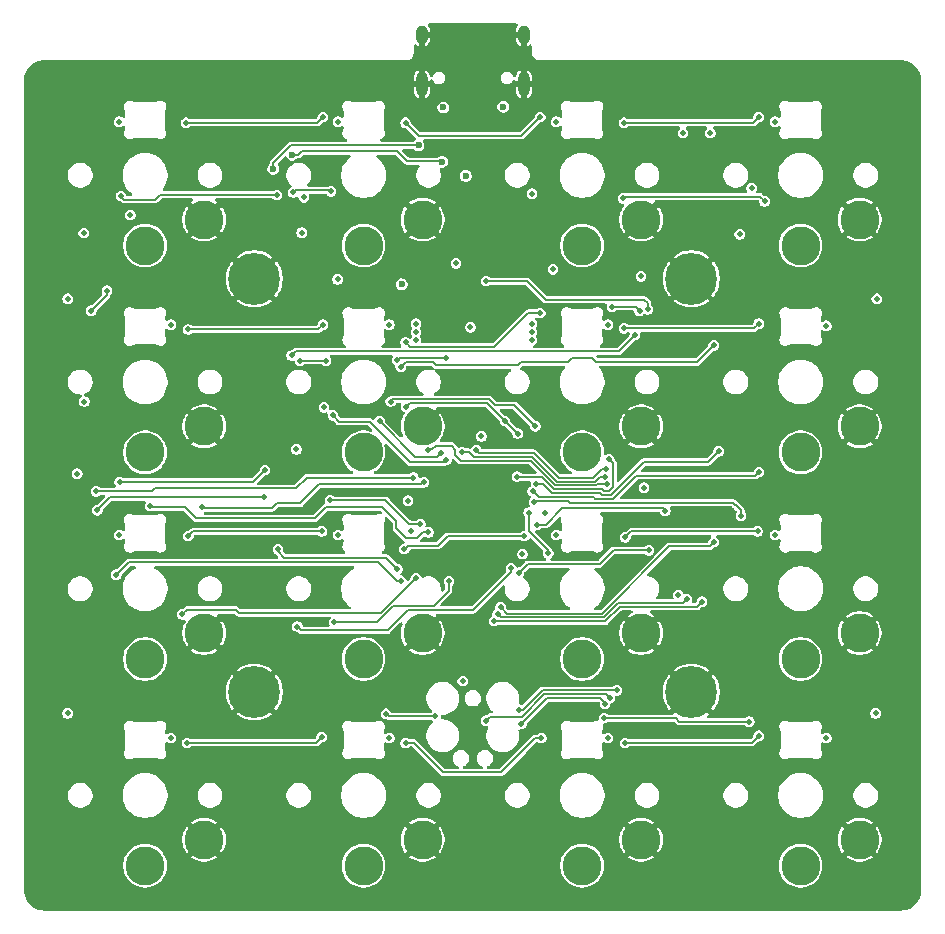
<source format=gbr>
%TF.GenerationSoftware,KiCad,Pcbnew,9.0.1*%
%TF.CreationDate,2025-04-04T22:51:44+11:00*%
%TF.ProjectId,Kobold,4b6f626f-6c64-42e6-9b69-6361645f7063,rev?*%
%TF.SameCoordinates,Original*%
%TF.FileFunction,Copper,L4,Bot*%
%TF.FilePolarity,Positive*%
%FSLAX46Y46*%
G04 Gerber Fmt 4.6, Leading zero omitted, Abs format (unit mm)*
G04 Created by KiCad (PCBNEW 9.0.1) date 2025-04-04 22:51:44*
%MOMM*%
%LPD*%
G01*
G04 APERTURE LIST*
%TA.AperFunction,ComponentPad*%
%ADD10C,3.300000*%
%TD*%
%TA.AperFunction,ComponentPad*%
%ADD11C,4.400000*%
%TD*%
%TA.AperFunction,HeatsinkPad*%
%ADD12O,1.000000X2.100000*%
%TD*%
%TA.AperFunction,HeatsinkPad*%
%ADD13O,1.000000X1.600000*%
%TD*%
%TA.AperFunction,ViaPad*%
%ADD14C,0.500000*%
%TD*%
%TA.AperFunction,ViaPad*%
%ADD15C,0.600000*%
%TD*%
%TA.AperFunction,Conductor*%
%ADD16C,0.200000*%
%TD*%
G04 APERTURE END LIST*
D10*
%TO.P,SW14,1,1*%
%TO.N,GND*%
X175250000Y-114000000D03*
%TO.P,SW14,2,2*%
%TO.N,kN*%
X170250000Y-116200000D03*
%TD*%
%TO.P,SW11,1,1*%
%TO.N,GND*%
X156750000Y-96500000D03*
%TO.P,SW11,2,2*%
%TO.N,kK*%
X151750000Y-98700000D03*
%TD*%
D11*
%TO.P,H4,1,1*%
%TO.N,GND*%
X179500000Y-101500000D03*
%TD*%
D10*
%TO.P,SW13,1,1*%
%TO.N,GND*%
X193750000Y-114000000D03*
%TO.P,SW13,2,2*%
%TO.N,kM*%
X188750000Y-116200000D03*
%TD*%
%TO.P,SW5,1,1*%
%TO.N,GND*%
X193750000Y-79000000D03*
%TO.P,SW5,2,2*%
%TO.N,kE*%
X188750000Y-81200000D03*
%TD*%
%TO.P,SW10,1,1*%
%TO.N,GND*%
X175250000Y-96500000D03*
%TO.P,SW10,2,2*%
%TO.N,kJ*%
X170250000Y-98700000D03*
%TD*%
D11*
%TO.P,H1,1,1*%
%TO.N,GND*%
X142500000Y-66500000D03*
%TD*%
D10*
%TO.P,SW16,1,1*%
%TO.N,GND*%
X138250000Y-114000000D03*
%TO.P,SW16,2,2*%
%TO.N,kP*%
X133250000Y-116200000D03*
%TD*%
%TO.P,SW6,1,1*%
%TO.N,GND*%
X175250000Y-79000000D03*
%TO.P,SW6,2,2*%
%TO.N,kF*%
X170250000Y-81200000D03*
%TD*%
D11*
%TO.P,H3,1,1*%
%TO.N,GND*%
X142500000Y-101500000D03*
%TD*%
D10*
%TO.P,SW7,1,1*%
%TO.N,GND*%
X156750000Y-79000000D03*
%TO.P,SW7,2,2*%
%TO.N,kG*%
X151750000Y-81200000D03*
%TD*%
%TO.P,SW12,1,1*%
%TO.N,GND*%
X138250000Y-96500000D03*
%TO.P,SW12,2,2*%
%TO.N,kL*%
X133250000Y-98700000D03*
%TD*%
D11*
%TO.P,H2,1,1*%
%TO.N,GND*%
X179500000Y-66500000D03*
%TD*%
D10*
%TO.P,SW2,1,1*%
%TO.N,GND*%
X175250000Y-61500000D03*
%TO.P,SW2,2,2*%
%TO.N,kB*%
X170250000Y-63700000D03*
%TD*%
%TO.P,SW8,1,1*%
%TO.N,GND*%
X138250000Y-79000000D03*
%TO.P,SW8,2,2*%
%TO.N,kH*%
X133250000Y-81200000D03*
%TD*%
%TO.P,SW4,1,1*%
%TO.N,GND*%
X138250000Y-61500000D03*
%TO.P,SW4,2,2*%
%TO.N,kD*%
X133250000Y-63700000D03*
%TD*%
D12*
%TO.P,J1,S1,SHIELD*%
%TO.N,GND*%
X165320000Y-50030000D03*
D13*
X165320000Y-45850000D03*
D12*
X156680000Y-50030000D03*
D13*
X156680000Y-45850000D03*
%TD*%
D10*
%TO.P,SW15,1,1*%
%TO.N,GND*%
X156750000Y-114000000D03*
%TO.P,SW15,2,2*%
%TO.N,kO*%
X151750000Y-116200000D03*
%TD*%
%TO.P,SW9,1,1*%
%TO.N,GND*%
X193750000Y-96500000D03*
%TO.P,SW9,2,2*%
%TO.N,kI*%
X188750000Y-98700000D03*
%TD*%
%TO.P,SW3,1,1*%
%TO.N,GND*%
X156750000Y-61500000D03*
%TO.P,SW3,2,2*%
%TO.N,kC*%
X151750000Y-63700000D03*
%TD*%
%TO.P,SW1,1,1*%
%TO.N,GND*%
X193750000Y-61500000D03*
%TO.P,SW1,2,2*%
%TO.N,kA*%
X188750000Y-63700000D03*
%TD*%
D14*
%TO.N,GND*%
X156600000Y-67800000D03*
X197000000Y-63100000D03*
X144700000Y-83200000D03*
X145950000Y-68310000D03*
X164846000Y-51562000D03*
X148210000Y-65660000D03*
X164250000Y-80213000D03*
X179400000Y-109900000D03*
X162980000Y-78943000D03*
X162200000Y-78700000D03*
X160000000Y-115500000D03*
X178500000Y-80600000D03*
X160500000Y-75200000D03*
X146000000Y-78800000D03*
X178500000Y-63100000D03*
X165200000Y-77000000D03*
X197000000Y-80500000D03*
X156200000Y-89700000D03*
X166170000Y-91250000D03*
X161500000Y-77800000D03*
X141500000Y-63100000D03*
X178500000Y-98100000D03*
X167870000Y-74290000D03*
X141500000Y-80600000D03*
X142000000Y-75000000D03*
X141500000Y-98000000D03*
X197000000Y-115600000D03*
X160600000Y-109900000D03*
X160000000Y-98100000D03*
X149600000Y-61200000D03*
X157226000Y-51943000D03*
X179500000Y-75500000D03*
X154500000Y-85300000D03*
X133600000Y-61000000D03*
X146900000Y-60800000D03*
X197000000Y-98100000D03*
X142500000Y-109800000D03*
X160800000Y-52700000D03*
X164250000Y-77800000D03*
X160974777Y-86000000D03*
X173590000Y-86580000D03*
X131000000Y-61200000D03*
X166300000Y-78100000D03*
X165200000Y-61100000D03*
X165393000Y-79070000D03*
X142300000Y-92900000D03*
X178500000Y-115600000D03*
X160000000Y-63100000D03*
X141500000Y-115500000D03*
%TO.N,RGB_PWR*%
X168074001Y-53200000D03*
X156200000Y-70300000D03*
X181100000Y-54180000D03*
X135425999Y-70400000D03*
X135425999Y-105400000D03*
X126700000Y-103300000D03*
X156200000Y-71000000D03*
X190925999Y-105400000D03*
X178800000Y-54180000D03*
X156200000Y-71700000D03*
X166000000Y-71700000D03*
X153925999Y-105400000D03*
X131074001Y-88200000D03*
X172425999Y-105400000D03*
X153925999Y-70400000D03*
X172425999Y-70400000D03*
X166000000Y-71000000D03*
X126700000Y-68200000D03*
X149574001Y-53200000D03*
X186574001Y-88200000D03*
X149574001Y-88200000D03*
X186574001Y-53200000D03*
X131074001Y-53200000D03*
X166000000Y-70300000D03*
X190929504Y-70490000D03*
X195200000Y-68200000D03*
X168074001Y-88200000D03*
X195100000Y-103300000D03*
%TO.N,+3.3V*%
X155800000Y-87900000D03*
X146700000Y-59600000D03*
X166000000Y-59300000D03*
X155500000Y-85300000D03*
X148400000Y-77400000D03*
X183600000Y-62750000D03*
X167100000Y-86350000D03*
X128060000Y-62640000D03*
X165200000Y-89800000D03*
X184600000Y-58850000D03*
X160150000Y-100550000D03*
X146050000Y-80950000D03*
X128100000Y-76900000D03*
X175500000Y-84200000D03*
X175250000Y-66300000D03*
X146500000Y-62600000D03*
X178400000Y-93300000D03*
X167800000Y-65700000D03*
X161720000Y-79856089D03*
X127500000Y-83000000D03*
X160800000Y-70610000D03*
X132000000Y-61100000D03*
X149550000Y-66550000D03*
%TO.N,BOOT0*%
X129100000Y-84500000D03*
X155970000Y-83340000D03*
%TO.N,Net-(D1-DOUT)*%
X185200000Y-52800000D03*
X173800000Y-53300000D03*
%TO.N,nRST*%
X144500000Y-89420000D03*
X129200000Y-86100000D03*
X157815096Y-103562450D03*
X153660000Y-103340000D03*
X143350000Y-85000000D03*
X154610000Y-91070000D03*
%TO.N,Net-(D2-DOUT)*%
X155300000Y-53300000D03*
X166700000Y-52800000D03*
%TO.N,Net-(D3-DOUT)*%
X136700000Y-53300000D03*
X148300000Y-52800000D03*
%TO.N,CC2*%
X163720000Y-78540000D03*
X164790000Y-79610000D03*
X155350000Y-77350000D03*
%TO.N,CC1*%
X154050000Y-76900000D03*
X166292329Y-78992329D03*
%TO.N,SWO*%
X157200000Y-81000000D03*
X172193947Y-102507567D03*
X172320000Y-83890000D03*
X165100000Y-104200000D03*
%TO.N,SWDIO*%
X161300000Y-81000000D03*
X164900000Y-103000000D03*
X173200000Y-101350000D03*
X172300000Y-82625129D03*
%TO.N,SWCLK*%
X172600000Y-102000000D03*
X172151993Y-83258057D03*
X162125000Y-103925000D03*
X160100000Y-81200000D03*
%TO.N,Net-(D5-DIN)*%
X173800000Y-70700000D03*
X185200000Y-70300000D03*
%TO.N,Net-(D6-DIN)*%
X166700000Y-69400000D03*
X155300000Y-71900000D03*
%TO.N,kM*%
X165720000Y-86310000D03*
X167380000Y-89760000D03*
X172100000Y-103700000D03*
X184400000Y-104000000D03*
%TO.N,Net-(D7-DIN)*%
X136900000Y-70800000D03*
X148300000Y-70400000D03*
%TO.N,kP*%
X136410000Y-94920000D03*
X156190000Y-91830000D03*
%TO.N,FLASH_CS*%
X166450000Y-87325000D03*
X177300000Y-86150000D03*
%TO.N,kA*%
X181810000Y-81120000D03*
X166360000Y-83910000D03*
%TO.N,kB*%
X175110000Y-69210000D03*
X172780000Y-68880000D03*
X164740000Y-83250000D03*
X172540000Y-81780000D03*
%TO.N,kC*%
X146370000Y-73440000D03*
X148540000Y-73440000D03*
%TO.N,kD*%
X128700000Y-69210000D03*
X156830000Y-83740000D03*
X130010000Y-67500000D03*
X138030000Y-85870000D03*
%TO.N,kE*%
X185240000Y-82860000D03*
X166069310Y-84491380D03*
%TO.N,kG*%
X156551762Y-87287413D03*
X148910000Y-85260000D03*
%TO.N,kH*%
X133670000Y-85750000D03*
X157230000Y-87980000D03*
%TO.N,kI*%
X166170000Y-85420000D03*
X183700000Y-86560000D03*
%TO.N,kK*%
X149280000Y-95600000D03*
X158970000Y-92090000D03*
%TO.N,kL*%
X154930000Y-92080000D03*
X130820000Y-91550000D03*
%TO.N,SPI1_MOSI*%
X181400000Y-88800000D03*
X163350000Y-94300000D03*
%TO.N,SPI1_SCK*%
X162826021Y-95489378D03*
X180400000Y-93850000D03*
%TO.N,SPI1_MISO*%
X163101254Y-94900523D03*
X179100000Y-93650000D03*
%TO.N,Net-(D10-DIN)*%
X173900000Y-88400000D03*
X185100000Y-87900000D03*
%TO.N,Net-(D10-DOUT)*%
X155200000Y-89400000D03*
X165360000Y-88300000D03*
%TO.N,Net-(D11-DOUT)*%
X136900000Y-88300000D03*
X148200000Y-87900000D03*
%TO.N,Net-(D18-A)*%
X131100000Y-83700000D03*
X143400000Y-82700000D03*
%TO.N,~{RGB_FAULT}*%
X154588745Y-73379366D03*
X153100000Y-78550000D03*
X158750000Y-73250000D03*
X158300000Y-81250000D03*
%TO.N,RGB_PWM_3V3*%
X181400000Y-72150000D03*
X154900000Y-73950000D03*
%TO.N,~{RGB_EN}*%
X158750000Y-81850000D03*
X149150000Y-78070000D03*
D15*
%TO.N,VBUS*%
X158400000Y-56600000D03*
X160400000Y-57800000D03*
X145700000Y-56000000D03*
X154975000Y-66975000D03*
D14*
X159568000Y-65200000D03*
%TO.N,ADC1_IN12*%
X164900000Y-91400000D03*
X175900000Y-89500000D03*
X175800000Y-69100000D03*
X162100000Y-66700000D03*
%TO.N,Net-(D13-DIN)*%
X185200000Y-105200000D03*
X173900000Y-105800000D03*
%TO.N,Net-(D14-DIN)*%
X155300000Y-105800000D03*
X166800000Y-105400000D03*
%TO.N,Net-(D15-DIN)*%
X136800000Y-105800000D03*
X148200000Y-105300000D03*
%TO.N,ADC2_IN12*%
X146140000Y-95950000D03*
X164240583Y-90989745D03*
%TO.N,Net-(U10-Pad4)*%
X174720000Y-71280000D03*
X145650000Y-73000000D03*
%TO.N,Net-(U10-Pad1)*%
X185700000Y-59950000D03*
X173700000Y-59700000D03*
D15*
%TO.N,/VBUS_IN*%
X163576000Y-51943000D03*
X144100000Y-57200000D03*
X156400000Y-55200000D03*
X158500000Y-52000000D03*
D14*
%TO.N,Net-(U13-Pad4)*%
X145800000Y-59200000D03*
X149000000Y-59100000D03*
%TO.N,Net-(U14-Pad2)*%
X131200000Y-59500000D03*
X144400000Y-59400000D03*
%TD*%
D16*
%TO.N,BOOT0*%
X155970000Y-83340000D02*
X146930000Y-83340000D01*
X146024156Y-84245844D02*
X134104156Y-84245844D01*
X146930000Y-83340000D02*
X146024156Y-84245844D01*
X133850000Y-84500000D02*
X129100000Y-84500000D01*
X134104156Y-84245844D02*
X133850000Y-84500000D01*
%TO.N,Net-(D1-DOUT)*%
X184700000Y-53300000D02*
X185200000Y-52800000D01*
X173800000Y-53300000D02*
X184700000Y-53300000D01*
%TO.N,nRST*%
X153882450Y-103562450D02*
X153660000Y-103340000D01*
X143350000Y-85000000D02*
X130300000Y-85000000D01*
X130300000Y-85000000D02*
X129200000Y-86100000D01*
X153650000Y-90110000D02*
X145040000Y-90110000D01*
X154610000Y-91070000D02*
X153650000Y-90110000D01*
X144500000Y-89570000D02*
X144500000Y-89420000D01*
X145040000Y-90110000D02*
X144500000Y-89570000D01*
X157815096Y-103562450D02*
X153882450Y-103562450D01*
%TO.N,Net-(D2-DOUT)*%
X156400000Y-54400000D02*
X165100000Y-54400000D01*
X155300000Y-53300000D02*
X156400000Y-54400000D01*
X165100000Y-54400000D02*
X166700000Y-52800000D01*
%TO.N,Net-(D3-DOUT)*%
X136700000Y-53300000D02*
X147800000Y-53300000D01*
X147800000Y-53300000D02*
X148300000Y-52800000D01*
%TO.N,CC2*%
X155651000Y-77049000D02*
X162229000Y-77049000D01*
X155350000Y-77350000D02*
X155651000Y-77049000D01*
X162229000Y-77049000D02*
X163720000Y-78540000D01*
X164790000Y-79610000D02*
X163720000Y-78540000D01*
%TO.N,CC1*%
X162843862Y-77200000D02*
X162364862Y-76721000D01*
X162364862Y-76721000D02*
X154229000Y-76721000D01*
X154229000Y-76721000D02*
X154050000Y-76900000D01*
X166292329Y-78992329D02*
X164500000Y-77200000D01*
X164500000Y-77200000D02*
X162843862Y-77200000D01*
%TO.N,SWO*%
X159200000Y-80650000D02*
X159519000Y-80969000D01*
X172193947Y-102415606D02*
X172019000Y-102240659D01*
X157200000Y-81000000D02*
X157249000Y-80951000D01*
X159987342Y-81909000D02*
X165895138Y-81909000D01*
X167294000Y-102006000D02*
X165100000Y-104200000D01*
X171579862Y-83890000D02*
X172320000Y-83890000D01*
X172019000Y-102219000D02*
X171806000Y-102006000D01*
X172193947Y-102507567D02*
X172193947Y-102415606D01*
X157558131Y-80951000D02*
X157859131Y-80650000D01*
X157859131Y-80650000D02*
X159200000Y-80650000D01*
X157249000Y-80951000D02*
X157558131Y-80951000D01*
X159519000Y-80969000D02*
X159519000Y-81440659D01*
X172019000Y-102240659D02*
X172019000Y-102219000D01*
X167992138Y-84006000D02*
X171463862Y-84006000D01*
X159519000Y-81440659D02*
X159987342Y-81909000D01*
X171806000Y-102006000D02*
X167294000Y-102006000D01*
X171463862Y-84006000D02*
X171579862Y-83890000D01*
X165895138Y-81909000D02*
X167992138Y-84006000D01*
%TO.N,SWDIO*%
X166166862Y-81253000D02*
X161553000Y-81253000D01*
X166907798Y-101350000D02*
X173200000Y-101350000D01*
X165228899Y-103028899D02*
X166907798Y-101350000D01*
X168263862Y-83350000D02*
X166166862Y-81253000D01*
X164900000Y-103000000D02*
X165200000Y-103000000D01*
X171190000Y-83350000D02*
X168263862Y-83350000D01*
X161553000Y-81253000D02*
X161300000Y-81000000D01*
X171914871Y-82625129D02*
X171190000Y-83350000D01*
X172300000Y-82625129D02*
X171914871Y-82625129D01*
X165200000Y-103000000D02*
X165228899Y-103028899D01*
%TO.N,SWCLK*%
X161059341Y-81581000D02*
X160650000Y-81171659D01*
X165121659Y-103600000D02*
X167043660Y-101678000D01*
X162125000Y-103925000D02*
X162450000Y-103600000D01*
X160650000Y-81171659D02*
X160128341Y-81171659D01*
X160128341Y-81171659D02*
X160100000Y-81200000D01*
X167043660Y-101678000D02*
X172278000Y-101678000D01*
X172278000Y-101678000D02*
X172600000Y-102000000D01*
X171328000Y-83678000D02*
X168128000Y-83678000D01*
X171746000Y-83260000D02*
X171328000Y-83678000D01*
X172151993Y-83258057D02*
X172150050Y-83260000D01*
X172150050Y-83260000D02*
X171746000Y-83260000D01*
X168128000Y-83678000D02*
X166031000Y-81581000D01*
X162450000Y-103600000D02*
X165121659Y-103600000D01*
X166031000Y-81581000D02*
X161059341Y-81581000D01*
%TO.N,Net-(D5-DIN)*%
X173800000Y-70700000D02*
X184800000Y-70700000D01*
X184800000Y-70700000D02*
X185200000Y-70300000D01*
%TO.N,Net-(D6-DIN)*%
X162819000Y-72281000D02*
X165700000Y-69400000D01*
X155681000Y-72281000D02*
X162819000Y-72281000D01*
X165700000Y-69400000D02*
X166700000Y-69400000D01*
X155300000Y-71900000D02*
X155681000Y-72281000D01*
%TO.N,kM*%
X165720000Y-87838341D02*
X167380000Y-89498341D01*
X178463051Y-104000000D02*
X184400000Y-104000000D01*
X172100000Y-103700000D02*
X178163051Y-103700000D01*
X165720000Y-86310000D02*
X165720000Y-87838341D01*
X167380000Y-89498341D02*
X167380000Y-89760000D01*
X178163051Y-103700000D02*
X178463051Y-104000000D01*
%TO.N,Net-(D7-DIN)*%
X147900000Y-70800000D02*
X148300000Y-70400000D01*
X136900000Y-70800000D02*
X147900000Y-70800000D01*
%TO.N,kP*%
X141215000Y-94805000D02*
X153215000Y-94805000D01*
X140959000Y-94549000D02*
X141215000Y-94805000D01*
X136410000Y-94920000D02*
X136781000Y-94549000D01*
X153215000Y-94805000D02*
X156190000Y-91830000D01*
X136781000Y-94549000D02*
X140959000Y-94549000D01*
%TO.N,FLASH_CS*%
X177300000Y-86150000D02*
X177100000Y-85950000D01*
X168550000Y-85950000D02*
X167175000Y-87325000D01*
X167175000Y-87325000D02*
X166450000Y-87325000D01*
X177100000Y-85950000D02*
X168550000Y-85950000D01*
%TO.N,kA*%
X171943479Y-84799000D02*
X172696521Y-84799000D01*
X172696521Y-84799000D02*
X175475521Y-82020000D01*
X167720414Y-84662000D02*
X171806479Y-84662000D01*
X180910000Y-82020000D02*
X181810000Y-81120000D01*
X166968414Y-83910000D02*
X167720414Y-84662000D01*
X166360000Y-83910000D02*
X166968414Y-83910000D01*
X175475521Y-82020000D02*
X180910000Y-82020000D01*
X171806479Y-84662000D02*
X171943479Y-84799000D01*
%TO.N,kB*%
X164740000Y-83250000D02*
X164800000Y-83310000D01*
X175110000Y-69210000D02*
X174780000Y-68880000D01*
X167856276Y-84334000D02*
X171942341Y-84334000D01*
X164800000Y-83310000D02*
X166832276Y-83310000D01*
X172901000Y-82141000D02*
X172540000Y-81780000D01*
X171942341Y-84334000D02*
X172079341Y-84471000D01*
X172901000Y-84130659D02*
X172901000Y-82141000D01*
X166832276Y-83310000D02*
X167856276Y-84334000D01*
X174780000Y-68880000D02*
X172780000Y-68880000D01*
X172079341Y-84471000D02*
X172560659Y-84471000D01*
X172560659Y-84471000D02*
X172901000Y-84130659D01*
%TO.N,kC*%
X148540000Y-73440000D02*
X146370000Y-73440000D01*
%TO.N,kD*%
X138080000Y-85920000D02*
X143992830Y-85920000D01*
X146397170Y-85512830D02*
X147989000Y-83921000D01*
X144400000Y-85512830D02*
X143992830Y-85920000D01*
X128700000Y-69210000D02*
X130010000Y-67900000D01*
X156830000Y-83740000D02*
X156649000Y-83921000D01*
X130010000Y-67900000D02*
X130010000Y-67500000D01*
X156649000Y-83921000D02*
X147989000Y-83921000D01*
X138080000Y-85920000D02*
X138030000Y-85870000D01*
X146397170Y-85512830D02*
X144400000Y-85512830D01*
%TO.N,kE*%
X172883000Y-85127000D02*
X174810000Y-83200000D01*
X184900000Y-83200000D02*
X185240000Y-82860000D01*
X166567930Y-84990000D02*
X171230000Y-84990000D01*
X166069310Y-84491380D02*
X166567930Y-84990000D01*
X171367000Y-85127000D02*
X172883000Y-85127000D01*
X171230000Y-84990000D02*
X171367000Y-85127000D01*
X174810000Y-83200000D02*
X184900000Y-83200000D01*
%TO.N,kG*%
X155617413Y-87287413D02*
X153590000Y-85260000D01*
X153590000Y-85260000D02*
X148910000Y-85260000D01*
X156551762Y-87287413D02*
X155617413Y-87287413D01*
%TO.N,kH*%
X148550000Y-85840830D02*
X153129170Y-85840830D01*
X154520000Y-87650000D02*
X155351000Y-88481000D01*
X136620830Y-85840830D02*
X137570000Y-86790000D01*
X153270000Y-85800000D02*
X154510000Y-87040000D01*
X133670000Y-85750000D02*
X133760830Y-85840830D01*
X156249000Y-88481000D02*
X156750000Y-87980000D01*
X153129170Y-85840830D02*
X153170000Y-85800000D01*
X153170000Y-85800000D02*
X153270000Y-85800000D01*
X137570000Y-86790000D02*
X147600830Y-86790000D01*
X154510000Y-87650000D02*
X154520000Y-87650000D01*
X155351000Y-88481000D02*
X156249000Y-88481000D01*
X156750000Y-87980000D02*
X157230000Y-87980000D01*
X147600830Y-86790000D02*
X148550000Y-85840830D01*
X133760830Y-85840830D02*
X136620830Y-85840830D01*
X154510000Y-87040000D02*
X154510000Y-87650000D01*
%TO.N,kI*%
X169187000Y-85455000D02*
X183025000Y-85455000D01*
X183700000Y-86090000D02*
X183700000Y-86560000D01*
X166272000Y-85318000D02*
X169050000Y-85318000D01*
X183230000Y-85660000D02*
X183270000Y-85660000D01*
X183025000Y-85455000D02*
X183230000Y-85660000D01*
X169050000Y-85318000D02*
X169187000Y-85455000D01*
X166170000Y-85420000D02*
X166272000Y-85318000D01*
X183270000Y-85660000D02*
X183700000Y-86090000D01*
%TO.N,kK*%
X152883862Y-95600000D02*
X149280000Y-95600000D01*
X158970000Y-92920000D02*
X157668000Y-94222000D01*
X154261862Y-94222000D02*
X152883862Y-95600000D01*
X158970000Y-92090000D02*
X158970000Y-92920000D01*
X157668000Y-94222000D02*
X154261862Y-94222000D01*
%TO.N,kL*%
X152980000Y-90510000D02*
X131860000Y-90510000D01*
X131860000Y-90510000D02*
X130820000Y-91550000D01*
X154550000Y-92080000D02*
X152980000Y-90510000D01*
X154930000Y-92080000D02*
X154550000Y-92080000D01*
%TO.N,SPI1_MOSI*%
X181400000Y-88800000D02*
X181050000Y-89150000D01*
X163900000Y-94850000D02*
X163350000Y-94300000D01*
X181050000Y-89150000D02*
X177645873Y-89150000D01*
X177645873Y-89150000D02*
X171945873Y-94850000D01*
X171945873Y-94850000D02*
X163900000Y-94850000D01*
%TO.N,SPI1_SCK*%
X162842643Y-95506000D02*
X162826021Y-95489378D01*
X172217597Y-95506000D02*
X162842643Y-95506000D01*
X180400000Y-93850000D02*
X179965069Y-94284931D01*
X173438666Y-94284931D02*
X172217597Y-95506000D01*
X179965069Y-94284931D02*
X173438666Y-94284931D01*
%TO.N,SPI1_MISO*%
X176254127Y-93950000D02*
X178800000Y-93950000D01*
X163101254Y-94900523D02*
X163378731Y-95178000D01*
X173309735Y-93950000D02*
X175245873Y-93950000D01*
X175245873Y-93950000D02*
X175250873Y-93955000D01*
X163378731Y-95178000D02*
X172081735Y-95178000D01*
X176249127Y-93955000D02*
X176254127Y-93950000D01*
X175250873Y-93955000D02*
X176249127Y-93955000D01*
X178800000Y-93950000D02*
X179100000Y-93650000D01*
X172081735Y-95178000D02*
X173309735Y-93950000D01*
%TO.N,Net-(D10-DIN)*%
X185100000Y-87900000D02*
X174400000Y-87900000D01*
X174400000Y-87900000D02*
X173900000Y-88400000D01*
%TO.N,Net-(D10-DOUT)*%
X155500000Y-89100000D02*
X158060000Y-89100000D01*
X158060000Y-89100000D02*
X158860000Y-88300000D01*
X155200000Y-89400000D02*
X155500000Y-89100000D01*
X158860000Y-88300000D02*
X165360000Y-88300000D01*
%TO.N,Net-(D11-DOUT)*%
X148200000Y-87900000D02*
X137300000Y-87900000D01*
X137300000Y-87900000D02*
X136900000Y-88300000D01*
%TO.N,Net-(D18-A)*%
X131100000Y-83700000D02*
X142400000Y-83700000D01*
X142400000Y-83700000D02*
X143400000Y-82700000D01*
%TO.N,~{RGB_FAULT}*%
X157969000Y-81581000D02*
X156131000Y-81581000D01*
X154746111Y-73222000D02*
X154588745Y-73379366D01*
X156131000Y-81581000D02*
X153100000Y-78550000D01*
X158300000Y-81250000D02*
X157969000Y-81581000D01*
X158750000Y-73250000D02*
X158722000Y-73222000D01*
X158722000Y-73222000D02*
X154746111Y-73222000D01*
%TO.N,RGB_PWM_3V3*%
X164819000Y-73831000D02*
X157881000Y-73831000D01*
X165100000Y-73550000D02*
X164819000Y-73831000D01*
X169398791Y-73195000D02*
X171101209Y-73195000D01*
X154900000Y-73950000D02*
X155300000Y-73550000D01*
X169043791Y-73550000D02*
X169398791Y-73195000D01*
X171101209Y-73195000D02*
X171456209Y-73550000D01*
X171456209Y-73550000D02*
X180000000Y-73550000D01*
X180000000Y-73550000D02*
X181400000Y-72150000D01*
X157881000Y-73831000D02*
X157600000Y-73550000D01*
X155300000Y-73550000D02*
X157600000Y-73550000D01*
X165100000Y-73550000D02*
X169043791Y-73550000D01*
%TO.N,~{RGB_EN}*%
X149150000Y-78070000D02*
X149690000Y-78610000D01*
X158550000Y-82050000D02*
X158750000Y-81850000D01*
X155700000Y-82050000D02*
X158550000Y-82050000D01*
X152260000Y-78610000D02*
X155700000Y-82050000D01*
X149690000Y-78610000D02*
X152260000Y-78610000D01*
%TO.N,VBUS*%
X158345000Y-56545000D02*
X158400000Y-56600000D01*
X146500000Y-55700000D02*
X150893791Y-55700000D01*
X154600000Y-55700000D02*
X155445000Y-56545000D01*
X146200000Y-56000000D02*
X146500000Y-55700000D01*
X150893791Y-55700000D02*
X150898791Y-55695000D01*
X150898791Y-55695000D02*
X152601209Y-55695000D01*
X145700000Y-56000000D02*
X146200000Y-56000000D01*
X152606209Y-55700000D02*
X154600000Y-55700000D01*
X155445000Y-56545000D02*
X158345000Y-56545000D01*
X152601209Y-55695000D02*
X152606209Y-55700000D01*
%TO.N,ADC1_IN12*%
X175800000Y-69100000D02*
X175800000Y-68600000D01*
X164900000Y-91400000D02*
X165630000Y-90670000D01*
X172910000Y-89490000D02*
X175890000Y-89490000D01*
X175800000Y-68600000D02*
X175500000Y-68300000D01*
X175500000Y-68300000D02*
X167200000Y-68300000D01*
X167200000Y-68300000D02*
X165600000Y-66700000D01*
X165630000Y-90670000D02*
X171730000Y-90670000D01*
X165600000Y-66700000D02*
X162100000Y-66700000D01*
X171730000Y-90670000D02*
X172910000Y-89490000D01*
X175890000Y-89490000D02*
X175900000Y-89500000D01*
%TO.N,Net-(D13-DIN)*%
X173900000Y-105800000D02*
X184600000Y-105800000D01*
X184600000Y-105800000D02*
X185200000Y-105200000D01*
%TO.N,Net-(D14-DIN)*%
X155300000Y-105800000D02*
X156000000Y-105800000D01*
X158500000Y-108300000D02*
X163400000Y-108300000D01*
X156000000Y-105800000D02*
X158500000Y-108300000D01*
X166300000Y-105400000D02*
X166800000Y-105400000D01*
X163400000Y-108300000D02*
X166300000Y-105400000D01*
%TO.N,Net-(D15-DIN)*%
X136800000Y-105800000D02*
X147700000Y-105800000D01*
X147700000Y-105800000D02*
X148200000Y-105300000D01*
%TO.N,ADC2_IN12*%
X164240583Y-91323279D02*
X161013862Y-94550000D01*
X146460000Y-96270000D02*
X146140000Y-95950000D01*
X155500000Y-94550000D02*
X153780000Y-96270000D01*
X164240583Y-90989745D02*
X164240583Y-91323279D01*
X161013862Y-94550000D02*
X155500000Y-94550000D01*
X153780000Y-96270000D02*
X146460000Y-96270000D01*
%TO.N,Net-(U10-Pad4)*%
X146000000Y-72650000D02*
X145650000Y-73000000D01*
X174720000Y-71280000D02*
X173350000Y-72650000D01*
X173350000Y-72650000D02*
X146000000Y-72650000D01*
%TO.N,Net-(U10-Pad1)*%
X185299000Y-59549000D02*
X185700000Y-59950000D01*
X173700000Y-59700000D02*
X173851000Y-59549000D01*
X173851000Y-59549000D02*
X185299000Y-59549000D01*
%TO.N,/VBUS_IN*%
X144100000Y-57200000D02*
X144100000Y-56700000D01*
X144100000Y-56700000D02*
X145600000Y-55200000D01*
X145600000Y-55200000D02*
X156400000Y-55200000D01*
%TO.N,Net-(U13-Pad4)*%
X145800000Y-59200000D02*
X146000000Y-59000000D01*
X148900000Y-59000000D02*
X149000000Y-59100000D01*
X146000000Y-59000000D02*
X148900000Y-59000000D01*
%TO.N,Net-(U14-Pad2)*%
X144400000Y-59400000D02*
X134506209Y-59400000D01*
X131505000Y-59805000D02*
X131200000Y-59500000D01*
X134506209Y-59400000D02*
X134101209Y-59805000D01*
X134101209Y-59805000D02*
X131505000Y-59805000D01*
%TD*%
%TA.AperFunction,Conductor*%
%TO.N,GND*%
G36*
X153728817Y-86689674D02*
G01*
X153754288Y-86709259D01*
X154173181Y-87128152D01*
X154206666Y-87189475D01*
X154209500Y-87215833D01*
X154209500Y-87689562D01*
X154219130Y-87725500D01*
X154229979Y-87765990D01*
X154229982Y-87765995D01*
X154269535Y-87834504D01*
X154269539Y-87834509D01*
X154269540Y-87834511D01*
X154325489Y-87890460D01*
X154335014Y-87895959D01*
X154360693Y-87915664D01*
X155110540Y-88665511D01*
X155166489Y-88721460D01*
X155166490Y-88721461D01*
X155166492Y-88721462D01*
X155168830Y-88722812D01*
X155170408Y-88724467D01*
X155172940Y-88726410D01*
X155172637Y-88726804D01*
X155217046Y-88773379D01*
X155230268Y-88841986D01*
X155204300Y-88906851D01*
X155147386Y-88947379D01*
X155138937Y-88949969D01*
X155026114Y-88980201D01*
X155026112Y-88980201D01*
X155026112Y-88980202D01*
X154923387Y-89039511D01*
X154923384Y-89039513D01*
X154839513Y-89123384D01*
X154839511Y-89123387D01*
X154785438Y-89217044D01*
X154780201Y-89226114D01*
X154749500Y-89340691D01*
X154749500Y-89459309D01*
X154780201Y-89573886D01*
X154839511Y-89676613D01*
X154923387Y-89760489D01*
X155026114Y-89819799D01*
X155140691Y-89850500D01*
X155140694Y-89850500D01*
X155259306Y-89850500D01*
X155259309Y-89850500D01*
X155373886Y-89819799D01*
X155476613Y-89760489D01*
X155496411Y-89740691D01*
X164749500Y-89740691D01*
X164749500Y-89859309D01*
X164780201Y-89973886D01*
X164839511Y-90076613D01*
X164923387Y-90160489D01*
X165026114Y-90219799D01*
X165140691Y-90250500D01*
X165140694Y-90250500D01*
X165259306Y-90250500D01*
X165259309Y-90250500D01*
X165373886Y-90219799D01*
X165476613Y-90160489D01*
X165560489Y-90076613D01*
X165619799Y-89973886D01*
X165650500Y-89859309D01*
X165650500Y-89740691D01*
X165619799Y-89626114D01*
X165560489Y-89523387D01*
X165476613Y-89439511D01*
X165373886Y-89380201D01*
X165259309Y-89349500D01*
X165140691Y-89349500D01*
X165026114Y-89380201D01*
X165026112Y-89380201D01*
X165026112Y-89380202D01*
X164923387Y-89439511D01*
X164923384Y-89439513D01*
X164839513Y-89523384D01*
X164839511Y-89523387D01*
X164781907Y-89623160D01*
X164780201Y-89626114D01*
X164749500Y-89740691D01*
X155496411Y-89740691D01*
X155560489Y-89676613D01*
X155619799Y-89573886D01*
X155641632Y-89492404D01*
X155677996Y-89432746D01*
X155740843Y-89402217D01*
X155761406Y-89400500D01*
X158099560Y-89400500D01*
X158099562Y-89400500D01*
X158175989Y-89380021D01*
X158244511Y-89340460D01*
X158300460Y-89284511D01*
X158948152Y-88636819D01*
X159009475Y-88603334D01*
X159035833Y-88600500D01*
X164972036Y-88600500D01*
X165039075Y-88620185D01*
X165059717Y-88636819D01*
X165083387Y-88660489D01*
X165186114Y-88719799D01*
X165300691Y-88750500D01*
X165300694Y-88750500D01*
X165419306Y-88750500D01*
X165419309Y-88750500D01*
X165533886Y-88719799D01*
X165636613Y-88660489D01*
X165720489Y-88576613D01*
X165754188Y-88518245D01*
X165804752Y-88470032D01*
X165873359Y-88456808D01*
X165938224Y-88482776D01*
X165949254Y-88492566D01*
X166927033Y-89470345D01*
X166960518Y-89531668D01*
X166959127Y-89590119D01*
X166933421Y-89686058D01*
X166929500Y-89700691D01*
X166929500Y-89819309D01*
X166960201Y-89933886D01*
X167019511Y-90036613D01*
X167103387Y-90120489D01*
X167133913Y-90138113D01*
X167182128Y-90188681D01*
X167195350Y-90257288D01*
X167169382Y-90322153D01*
X167112467Y-90362680D01*
X167071912Y-90369500D01*
X165590438Y-90369500D01*
X165514011Y-90389979D01*
X165445489Y-90429540D01*
X165416379Y-90458649D01*
X165416376Y-90458651D01*
X164961848Y-90913181D01*
X164900525Y-90946666D01*
X164874167Y-90949500D01*
X164840689Y-90949500D01*
X164825643Y-90953532D01*
X164755794Y-90951869D01*
X164697931Y-90912706D01*
X164673777Y-90865852D01*
X164660382Y-90815859D01*
X164601072Y-90713132D01*
X164517196Y-90629256D01*
X164414469Y-90569946D01*
X164299892Y-90539245D01*
X164181274Y-90539245D01*
X164066697Y-90569946D01*
X164066695Y-90569946D01*
X164066695Y-90569947D01*
X163963970Y-90629256D01*
X163963967Y-90629258D01*
X163880096Y-90713129D01*
X163880094Y-90713132D01*
X163820784Y-90815859D01*
X163790083Y-90930436D01*
X163790083Y-91049054D01*
X163820784Y-91163631D01*
X163827754Y-91175703D01*
X163829751Y-91179162D01*
X163846224Y-91247062D01*
X163823372Y-91313089D01*
X163810045Y-91328844D01*
X160925710Y-94213181D01*
X160864387Y-94246666D01*
X160838029Y-94249500D01*
X158364833Y-94249500D01*
X158297794Y-94229815D01*
X158252039Y-94177011D01*
X158242095Y-94107853D01*
X158271120Y-94044297D01*
X158277152Y-94037819D01*
X158741587Y-93573384D01*
X159210460Y-93104511D01*
X159238225Y-93056420D01*
X159250021Y-93035989D01*
X159270500Y-92959562D01*
X159270500Y-92477964D01*
X159290185Y-92410925D01*
X159306819Y-92390283D01*
X159316602Y-92380500D01*
X159330489Y-92366613D01*
X159389799Y-92263886D01*
X159420500Y-92149309D01*
X159420500Y-92030691D01*
X159389799Y-91916114D01*
X159330489Y-91813387D01*
X159246613Y-91729511D01*
X159143886Y-91670201D01*
X159029309Y-91639500D01*
X158910691Y-91639500D01*
X158796114Y-91670201D01*
X158796112Y-91670201D01*
X158796112Y-91670202D01*
X158693387Y-91729511D01*
X158693384Y-91729513D01*
X158609513Y-91813384D01*
X158609511Y-91813387D01*
X158553449Y-91910489D01*
X158550201Y-91916114D01*
X158519500Y-92030691D01*
X158519500Y-92149309D01*
X158550201Y-92263886D01*
X158609511Y-92366613D01*
X158609513Y-92366615D01*
X158633181Y-92390283D01*
X158666666Y-92451606D01*
X158669500Y-92477964D01*
X158669500Y-92744166D01*
X158660855Y-92773606D01*
X158654332Y-92803593D01*
X158650577Y-92808608D01*
X158649815Y-92811205D01*
X158633181Y-92831847D01*
X158511568Y-92953460D01*
X158450245Y-92986945D01*
X158380553Y-92981961D01*
X158324620Y-92940089D01*
X158300203Y-92874625D01*
X158300484Y-92853621D01*
X158300499Y-92853469D01*
X158300500Y-92853465D01*
X158300500Y-92646535D01*
X158260130Y-92443580D01*
X158180941Y-92252402D01*
X158065977Y-92080345D01*
X158065975Y-92080342D01*
X157919657Y-91934024D01*
X157814248Y-91863593D01*
X157747598Y-91819059D01*
X157733897Y-91813384D01*
X157556420Y-91739870D01*
X157556412Y-91739868D01*
X157353469Y-91699500D01*
X157353465Y-91699500D01*
X157146535Y-91699500D01*
X157146530Y-91699500D01*
X156943587Y-91739868D01*
X156943579Y-91739870D01*
X156793976Y-91801838D01*
X156724506Y-91809307D01*
X156662027Y-91778032D01*
X156626748Y-91719370D01*
X156609799Y-91656114D01*
X156550489Y-91553387D01*
X156466613Y-91469511D01*
X156363886Y-91410201D01*
X156249309Y-91379500D01*
X156130691Y-91379500D01*
X156016114Y-91410201D01*
X156016112Y-91410201D01*
X156016112Y-91410202D01*
X155913387Y-91469511D01*
X155913384Y-91469513D01*
X155829513Y-91553384D01*
X155829511Y-91553387D01*
X155770201Y-91656114D01*
X155739500Y-91770691D01*
X155739500Y-91770693D01*
X155739500Y-91804166D01*
X155730855Y-91833606D01*
X155724332Y-91863593D01*
X155720577Y-91868608D01*
X155719815Y-91871205D01*
X155703181Y-91891848D01*
X155573330Y-92021698D01*
X155512007Y-92055182D01*
X155442315Y-92050198D01*
X155386382Y-92008326D01*
X155365875Y-91966112D01*
X155349799Y-91906114D01*
X155290489Y-91803387D01*
X155206613Y-91719511D01*
X155103886Y-91660201D01*
X154989309Y-91629500D01*
X154986964Y-91629500D01*
X154985059Y-91628940D01*
X154981249Y-91628439D01*
X154981327Y-91627844D01*
X154919925Y-91609815D01*
X154874170Y-91557011D01*
X154864226Y-91487853D01*
X154893251Y-91424297D01*
X154899283Y-91417819D01*
X154906901Y-91410201D01*
X154970489Y-91346613D01*
X155029799Y-91243886D01*
X155060500Y-91129309D01*
X155060500Y-91010691D01*
X155029799Y-90896114D01*
X154970489Y-90793387D01*
X154886613Y-90709511D01*
X154783886Y-90650201D01*
X154669309Y-90619500D01*
X154669306Y-90619500D01*
X154635833Y-90619500D01*
X154568794Y-90599815D01*
X154548152Y-90583181D01*
X153834512Y-89869541D01*
X153834511Y-89869540D01*
X153816790Y-89859309D01*
X153816790Y-89859308D01*
X153816788Y-89859308D01*
X153765989Y-89829979D01*
X153689562Y-89809500D01*
X153689560Y-89809500D01*
X153429020Y-89809500D01*
X153405467Y-89802584D01*
X153381070Y-89799854D01*
X153372533Y-89792913D01*
X153361981Y-89789815D01*
X153345908Y-89771266D01*
X153326857Y-89755777D01*
X153323427Y-89745322D01*
X153316226Y-89737011D01*
X153312732Y-89712714D01*
X153305081Y-89689387D01*
X153307847Y-89678740D01*
X153306282Y-89667853D01*
X153316479Y-89645522D01*
X153322654Y-89621764D01*
X153333322Y-89608641D01*
X153335307Y-89604297D01*
X153344919Y-89594379D01*
X153345452Y-89593887D01*
X153370638Y-89570643D01*
X153384313Y-89559708D01*
X153389822Y-89555910D01*
X153394044Y-89550729D01*
X153406040Y-89537972D01*
X153435449Y-89510833D01*
X153468358Y-89459564D01*
X153479429Y-89445984D01*
X153483998Y-89435197D01*
X153504703Y-89402943D01*
X153528426Y-89330338D01*
X153534757Y-89315401D01*
X153535576Y-89308457D01*
X153544523Y-89281079D01*
X153550630Y-89181063D01*
X153551399Y-89174560D01*
X153551126Y-89172932D01*
X153552337Y-89153113D01*
X153527640Y-89027310D01*
X153527493Y-89027004D01*
X153501854Y-88973495D01*
X153501849Y-88973467D01*
X153498263Y-88965243D01*
X153476061Y-88908668D01*
X153470604Y-88890974D01*
X153461137Y-88849500D01*
X153458129Y-88836323D01*
X153455368Y-88818005D01*
X153454436Y-88805585D01*
X153450846Y-88757717D01*
X153450499Y-88748442D01*
X153450499Y-87351803D01*
X153450846Y-87342530D01*
X153455385Y-87282002D01*
X153458147Y-87263682D01*
X153464578Y-87235508D01*
X153470623Y-87209023D01*
X153476076Y-87191343D01*
X153498192Y-87134981D01*
X153501783Y-87126730D01*
X153527677Y-87072705D01*
X153552377Y-86946892D01*
X153551167Y-86927074D01*
X153551440Y-86925443D01*
X153550669Y-86918922D01*
X153544563Y-86818915D01*
X153544081Y-86811019D01*
X153545703Y-86810919D01*
X153551580Y-86750629D01*
X153594877Y-86695792D01*
X153660949Y-86673069D01*
X153728817Y-86689674D01*
G37*
%TD.AperFunction*%
%TA.AperFunction,Conductor*%
G36*
X153681603Y-80466218D02*
G01*
X153715103Y-80490074D01*
X155515489Y-82290460D01*
X155561653Y-82317113D01*
X155584008Y-82330020D01*
X155584012Y-82330022D01*
X155660438Y-82350500D01*
X155660440Y-82350500D01*
X158589560Y-82350500D01*
X158589562Y-82350500D01*
X158665989Y-82330021D01*
X158688346Y-82317112D01*
X158750347Y-82300500D01*
X158809306Y-82300500D01*
X158809309Y-82300500D01*
X158923886Y-82269799D01*
X159026613Y-82210489D01*
X159110489Y-82126613D01*
X159169799Y-82023886D01*
X159200500Y-81909309D01*
X159200500Y-81846491D01*
X159220185Y-81779452D01*
X159272989Y-81733697D01*
X159342147Y-81723753D01*
X159405703Y-81752778D01*
X159412170Y-81758799D01*
X159802831Y-82149460D01*
X159871354Y-82189022D01*
X159947780Y-82209500D01*
X160026904Y-82209500D01*
X165719305Y-82209500D01*
X165786344Y-82229185D01*
X165806986Y-82245819D01*
X166358986Y-82797819D01*
X166392471Y-82859142D01*
X166387487Y-82928834D01*
X166345615Y-82984767D01*
X166280151Y-83009184D01*
X166271305Y-83009500D01*
X165187964Y-83009500D01*
X165120925Y-82989815D01*
X165100283Y-82973181D01*
X165016615Y-82889513D01*
X165016613Y-82889511D01*
X164913886Y-82830201D01*
X164799309Y-82799500D01*
X164680691Y-82799500D01*
X164566114Y-82830201D01*
X164566112Y-82830201D01*
X164566112Y-82830202D01*
X164463387Y-82889511D01*
X164463384Y-82889513D01*
X164379513Y-82973384D01*
X164379511Y-82973387D01*
X164342977Y-83036666D01*
X164320201Y-83076114D01*
X164289500Y-83190691D01*
X164289500Y-83309309D01*
X164320201Y-83423886D01*
X164379511Y-83526613D01*
X164463387Y-83610489D01*
X164566114Y-83669799D01*
X164680691Y-83700500D01*
X164680694Y-83700500D01*
X164799306Y-83700500D01*
X164799309Y-83700500D01*
X164913886Y-83669799D01*
X164987820Y-83627112D01*
X165049820Y-83610500D01*
X165812259Y-83610500D01*
X165879298Y-83630185D01*
X165925053Y-83682989D01*
X165934997Y-83752147D01*
X165932034Y-83766593D01*
X165909500Y-83850691D01*
X165909500Y-83969310D01*
X165910204Y-83974658D01*
X165899438Y-84043694D01*
X165853058Y-84095949D01*
X165849267Y-84098229D01*
X165792700Y-84130889D01*
X165792694Y-84130893D01*
X165708823Y-84214764D01*
X165708821Y-84214767D01*
X165649511Y-84317494D01*
X165618810Y-84432071D01*
X165618810Y-84550689D01*
X165649511Y-84665266D01*
X165708821Y-84767993D01*
X165792697Y-84851869D01*
X165848223Y-84883927D01*
X165896437Y-84934492D01*
X165909661Y-85003099D01*
X165883693Y-85067964D01*
X165873904Y-85078994D01*
X165809511Y-85143387D01*
X165750201Y-85246114D01*
X165719500Y-85360691D01*
X165719500Y-85479309D01*
X165750067Y-85593387D01*
X165750202Y-85593889D01*
X165796166Y-85673500D01*
X165812639Y-85741400D01*
X165789787Y-85807427D01*
X165734866Y-85850617D01*
X165688779Y-85859500D01*
X165660691Y-85859500D01*
X165546114Y-85890201D01*
X165546112Y-85890201D01*
X165546112Y-85890202D01*
X165443387Y-85949511D01*
X165443384Y-85949513D01*
X165359513Y-86033384D01*
X165359511Y-86033387D01*
X165336419Y-86073384D01*
X165300201Y-86136114D01*
X165269500Y-86250691D01*
X165269500Y-86369309D01*
X165300201Y-86483886D01*
X165359511Y-86586613D01*
X165359513Y-86586615D01*
X165383181Y-86610283D01*
X165416666Y-86671606D01*
X165419500Y-86697964D01*
X165419500Y-87725500D01*
X165399815Y-87792539D01*
X165347011Y-87838294D01*
X165308517Y-87846668D01*
X165308751Y-87848439D01*
X165300694Y-87849499D01*
X165270943Y-87857471D01*
X165186114Y-87880201D01*
X165186112Y-87880201D01*
X165186112Y-87880202D01*
X165083387Y-87939511D01*
X165083384Y-87939513D01*
X165059717Y-87963181D01*
X164998394Y-87996666D01*
X164972036Y-87999500D01*
X158820438Y-87999500D01*
X158782224Y-88009739D01*
X158744009Y-88019979D01*
X158710536Y-88039306D01*
X158692879Y-88049500D01*
X158692877Y-88049500D01*
X158692877Y-88049501D01*
X158675492Y-88059537D01*
X158675487Y-88059541D01*
X157971848Y-88763181D01*
X157910525Y-88796666D01*
X157884167Y-88799500D01*
X156654833Y-88799500D01*
X156587794Y-88779815D01*
X156542039Y-88727011D01*
X156532095Y-88657853D01*
X156561120Y-88594297D01*
X156567152Y-88587819D01*
X156681085Y-88473886D01*
X156798046Y-88356924D01*
X156859367Y-88323441D01*
X156929058Y-88328425D01*
X156947726Y-88337220D01*
X156953385Y-88340487D01*
X156953387Y-88340489D01*
X157056114Y-88399799D01*
X157170691Y-88430500D01*
X157170694Y-88430500D01*
X157289306Y-88430500D01*
X157289309Y-88430500D01*
X157403886Y-88399799D01*
X157506613Y-88340489D01*
X157590489Y-88256613D01*
X157649799Y-88153886D01*
X157680500Y-88039309D01*
X157680500Y-87920691D01*
X157649799Y-87806114D01*
X157590489Y-87703387D01*
X157506613Y-87619511D01*
X157403886Y-87560201D01*
X157289309Y-87529500D01*
X157170691Y-87529500D01*
X157170689Y-87529500D01*
X157143924Y-87536672D01*
X157074075Y-87535009D01*
X157016212Y-87495846D01*
X156988709Y-87431617D01*
X156992058Y-87384802D01*
X157002262Y-87346722D01*
X157002262Y-87228104D01*
X156971561Y-87113527D01*
X156912251Y-87010800D01*
X156828375Y-86926924D01*
X156725648Y-86867614D01*
X156611071Y-86836913D01*
X156492453Y-86836913D01*
X156377876Y-86867614D01*
X156377874Y-86867614D01*
X156377874Y-86867615D01*
X156275149Y-86926924D01*
X156275146Y-86926926D01*
X156251479Y-86950594D01*
X156190156Y-86984079D01*
X156163798Y-86986913D01*
X155793246Y-86986913D01*
X155726207Y-86967228D01*
X155705565Y-86950594D01*
X153995662Y-85240691D01*
X155049500Y-85240691D01*
X155049500Y-85359309D01*
X155080201Y-85473886D01*
X155139511Y-85576613D01*
X155223387Y-85660489D01*
X155326114Y-85719799D01*
X155440691Y-85750500D01*
X155440694Y-85750500D01*
X155559306Y-85750500D01*
X155559309Y-85750500D01*
X155673886Y-85719799D01*
X155776613Y-85660489D01*
X155860489Y-85576613D01*
X155919799Y-85473886D01*
X155950500Y-85359309D01*
X155950500Y-85240691D01*
X155919799Y-85126114D01*
X155860489Y-85023387D01*
X155776613Y-84939511D01*
X155673886Y-84880201D01*
X155559309Y-84849500D01*
X155440691Y-84849500D01*
X155326114Y-84880201D01*
X155326112Y-84880201D01*
X155326112Y-84880202D01*
X155223387Y-84939511D01*
X155223384Y-84939513D01*
X155139513Y-85023384D01*
X155139511Y-85023387D01*
X155080201Y-85126114D01*
X155049500Y-85240691D01*
X153995662Y-85240691D01*
X153774512Y-85019541D01*
X153774504Y-85019535D01*
X153759740Y-85011011D01*
X153759736Y-85011010D01*
X153729687Y-84993661D01*
X153705990Y-84979979D01*
X153680513Y-84973152D01*
X153629562Y-84959500D01*
X153629560Y-84959500D01*
X149297964Y-84959500D01*
X149230925Y-84939815D01*
X149210283Y-84923181D01*
X149186615Y-84899513D01*
X149186613Y-84899511D01*
X149083886Y-84840201D01*
X148969309Y-84809500D01*
X148850691Y-84809500D01*
X148736114Y-84840201D01*
X148736112Y-84840201D01*
X148736112Y-84840202D01*
X148633387Y-84899511D01*
X148633384Y-84899513D01*
X148549513Y-84983384D01*
X148549511Y-84983387D01*
X148526419Y-85023384D01*
X148490201Y-85086114D01*
X148459500Y-85200691D01*
X148459500Y-85319309D01*
X148462419Y-85330201D01*
X148487499Y-85423803D01*
X148486836Y-85451644D01*
X148489483Y-85479362D01*
X148486016Y-85486087D01*
X148485836Y-85493653D01*
X148470227Y-85516714D01*
X148457468Y-85541465D01*
X148448931Y-85548177D01*
X148446673Y-85551515D01*
X148429725Y-85563282D01*
X148384265Y-85589529D01*
X148384264Y-85589530D01*
X148365492Y-85600367D01*
X148365487Y-85600371D01*
X147512678Y-86453181D01*
X147451355Y-86486666D01*
X147424997Y-86489500D01*
X138320768Y-86489500D01*
X138317838Y-86488639D01*
X138314869Y-86489360D01*
X138284522Y-86478857D01*
X138253729Y-86469815D01*
X138251729Y-86467507D01*
X138248842Y-86466508D01*
X138228987Y-86441262D01*
X138207974Y-86417011D01*
X138207539Y-86413989D01*
X138205651Y-86411588D01*
X138202599Y-86379631D01*
X138198030Y-86347853D01*
X138199299Y-86345073D01*
X138199009Y-86342034D01*
X138213716Y-86313503D01*
X138227055Y-86284297D01*
X138230046Y-86281826D01*
X138231024Y-86279931D01*
X138258767Y-86258114D01*
X138295139Y-86237114D01*
X138357140Y-86220500D01*
X144032390Y-86220500D01*
X144032392Y-86220500D01*
X144108819Y-86200021D01*
X144177341Y-86160460D01*
X144233290Y-86104511D01*
X144488152Y-85849649D01*
X144549475Y-85816164D01*
X144575833Y-85813330D01*
X146436730Y-85813330D01*
X146436732Y-85813330D01*
X146513159Y-85792851D01*
X146581681Y-85753290D01*
X146637630Y-85697341D01*
X148077152Y-84257819D01*
X148138475Y-84224334D01*
X148164833Y-84221500D01*
X156688560Y-84221500D01*
X156688562Y-84221500D01*
X156764989Y-84201021D01*
X156764991Y-84201019D01*
X156764993Y-84201019D01*
X156767604Y-84199938D01*
X156815054Y-84190500D01*
X156889306Y-84190500D01*
X156889309Y-84190500D01*
X157003886Y-84159799D01*
X157106613Y-84100489D01*
X157190489Y-84016613D01*
X157249799Y-83913886D01*
X157280500Y-83799309D01*
X157280500Y-83680691D01*
X157249799Y-83566114D01*
X157190489Y-83463387D01*
X157106613Y-83379511D01*
X157003886Y-83320201D01*
X156889309Y-83289500D01*
X156770691Y-83289500D01*
X156656114Y-83320201D01*
X156656113Y-83320201D01*
X156656111Y-83320202D01*
X156601182Y-83351915D01*
X156533282Y-83368386D01*
X156467255Y-83345534D01*
X156424065Y-83290612D01*
X156419414Y-83276638D01*
X156389799Y-83166114D01*
X156330489Y-83063387D01*
X156246613Y-82979511D01*
X156143886Y-82920201D01*
X156029309Y-82889500D01*
X155910691Y-82889500D01*
X155796114Y-82920201D01*
X155796112Y-82920201D01*
X155796112Y-82920202D01*
X155693387Y-82979511D01*
X155693384Y-82979513D01*
X155669717Y-83003181D01*
X155608394Y-83036666D01*
X155582036Y-83039500D01*
X152727667Y-83039500D01*
X152660628Y-83019815D01*
X152614873Y-82967011D01*
X152604929Y-82897853D01*
X152633954Y-82834297D01*
X152665667Y-82808113D01*
X152666566Y-82807594D01*
X152780289Y-82741936D01*
X152972738Y-82594265D01*
X153144265Y-82422738D01*
X153291936Y-82230289D01*
X153413224Y-82020212D01*
X153506054Y-81796100D01*
X153568838Y-81561789D01*
X153600500Y-81321288D01*
X153600500Y-81078712D01*
X153568838Y-80838211D01*
X153507647Y-80609845D01*
X153509310Y-80539999D01*
X153548472Y-80482136D01*
X153612700Y-80454632D01*
X153681603Y-80466218D01*
G37*
%TD.AperFunction*%
%TA.AperFunction,Conductor*%
G36*
X164711397Y-44896773D02*
G01*
X164733486Y-44898353D01*
X164744269Y-44906425D01*
X164757191Y-44910220D01*
X164771690Y-44926953D01*
X164789419Y-44940225D01*
X164794126Y-44952845D01*
X164802946Y-44963024D01*
X164806097Y-44984941D01*
X164813836Y-45005689D01*
X164810973Y-45018849D01*
X164812890Y-45032182D01*
X164803690Y-45052325D01*
X164798984Y-45073962D01*
X164785715Y-45091687D01*
X164783865Y-45095738D01*
X164777833Y-45102216D01*
X164776278Y-45103770D01*
X164776275Y-45103773D01*
X164699671Y-45218420D01*
X164699664Y-45218433D01*
X164646902Y-45345813D01*
X164646899Y-45345823D01*
X164620000Y-45481053D01*
X164620000Y-45600000D01*
X165020000Y-45600000D01*
X165020000Y-46100000D01*
X164620000Y-46100000D01*
X164620000Y-46218946D01*
X164619999Y-46218946D01*
X164646899Y-46354176D01*
X164646902Y-46354186D01*
X164699664Y-46481566D01*
X164699671Y-46481579D01*
X164776275Y-46596226D01*
X164873773Y-46693724D01*
X164988420Y-46770328D01*
X164988424Y-46770330D01*
X165070000Y-46804119D01*
X165070000Y-46316988D01*
X165079940Y-46334205D01*
X165135795Y-46390060D01*
X165204204Y-46429556D01*
X165280504Y-46450000D01*
X165359496Y-46450000D01*
X165435796Y-46429556D01*
X165504205Y-46390060D01*
X165560060Y-46334205D01*
X165570000Y-46316988D01*
X165570000Y-46804118D01*
X165651575Y-46770330D01*
X165651579Y-46770328D01*
X165766226Y-46693724D01*
X165766227Y-46693722D01*
X165775727Y-46684223D01*
X165837049Y-46650736D01*
X165906740Y-46655718D01*
X165962675Y-46697587D01*
X165987095Y-46763050D01*
X165987411Y-46772115D01*
X165986483Y-47310757D01*
X165986466Y-47312568D01*
X165985237Y-47387747D01*
X165985239Y-47387759D01*
X166016967Y-47538044D01*
X166024577Y-47554527D01*
X166024577Y-47554528D01*
X166029453Y-47565091D01*
X166031591Y-47573625D01*
X166042218Y-47592745D01*
X166044160Y-47596952D01*
X166044171Y-47596972D01*
X166081350Y-47677510D01*
X166081351Y-47677511D01*
X166104253Y-47707210D01*
X166109930Y-47714572D01*
X166118383Y-47729780D01*
X166134491Y-47746422D01*
X166138743Y-47751935D01*
X166138746Y-47751938D01*
X166175153Y-47799150D01*
X166200044Y-47819671D01*
X166226524Y-47841502D01*
X166242636Y-47858148D01*
X166257564Y-47867094D01*
X166264733Y-47873004D01*
X166293672Y-47896863D01*
X166320934Y-47910542D01*
X166372939Y-47936637D01*
X166377093Y-47938721D01*
X166395881Y-47949980D01*
X166404345Y-47952395D01*
X166430965Y-47965752D01*
X166580145Y-48002361D01*
X166606207Y-48002783D01*
X166606208Y-48002784D01*
X166633320Y-48003231D01*
X166633433Y-48003266D01*
X166635612Y-48003715D01*
X166655557Y-48003614D01*
X166658171Y-48003628D01*
X166701322Y-48004319D01*
X166708212Y-48003602D01*
X197220577Y-48000500D01*
X197229412Y-48000815D01*
X197445148Y-48016244D01*
X197455680Y-48017453D01*
X197505064Y-48025275D01*
X197511995Y-48026576D01*
X197697311Y-48066890D01*
X197709236Y-48070115D01*
X197747861Y-48082665D01*
X197752829Y-48084398D01*
X197940265Y-48154308D01*
X197953205Y-48159995D01*
X197968462Y-48167769D01*
X197971488Y-48169366D01*
X198045352Y-48209699D01*
X198163068Y-48273977D01*
X198177951Y-48283542D01*
X198363579Y-48422501D01*
X198376950Y-48434087D01*
X198540912Y-48598049D01*
X198552498Y-48611420D01*
X198691457Y-48797048D01*
X198701022Y-48811931D01*
X198805620Y-49003488D01*
X198807265Y-49006605D01*
X198814996Y-49021779D01*
X198820692Y-49034738D01*
X198890597Y-49222161D01*
X198892346Y-49227175D01*
X198904877Y-49265741D01*
X198908112Y-49277702D01*
X198948419Y-49462991D01*
X198949726Y-49469951D01*
X198957543Y-49519306D01*
X198958754Y-49529857D01*
X198974184Y-49745580D01*
X198974500Y-49754427D01*
X198974500Y-118245572D01*
X198974184Y-118254419D01*
X198958754Y-118470141D01*
X198957543Y-118480692D01*
X198949726Y-118530047D01*
X198948419Y-118537007D01*
X198908112Y-118722296D01*
X198904877Y-118734257D01*
X198892346Y-118772823D01*
X198890597Y-118777837D01*
X198820692Y-118965260D01*
X198814996Y-118978219D01*
X198807265Y-118993393D01*
X198805611Y-118996528D01*
X198701022Y-119188068D01*
X198691457Y-119202951D01*
X198552498Y-119388579D01*
X198540912Y-119401950D01*
X198376950Y-119565912D01*
X198363579Y-119577498D01*
X198177951Y-119716457D01*
X198163068Y-119726022D01*
X197971528Y-119830611D01*
X197968393Y-119832265D01*
X197953219Y-119839996D01*
X197940260Y-119845692D01*
X197752837Y-119915597D01*
X197747823Y-119917346D01*
X197709257Y-119929877D01*
X197697296Y-119933112D01*
X197512007Y-119973419D01*
X197505047Y-119974726D01*
X197455692Y-119982543D01*
X197445141Y-119983754D01*
X197235599Y-119998741D01*
X197229417Y-119999184D01*
X197220572Y-119999500D01*
X124729428Y-119999500D01*
X124720582Y-119999184D01*
X124713795Y-119998698D01*
X124504857Y-119983754D01*
X124494306Y-119982543D01*
X124444951Y-119974726D01*
X124437991Y-119973419D01*
X124252702Y-119933112D01*
X124240741Y-119929877D01*
X124202175Y-119917346D01*
X124197161Y-119915597D01*
X124009738Y-119845692D01*
X123996779Y-119839996D01*
X123981605Y-119832265D01*
X123978488Y-119830620D01*
X123876912Y-119775155D01*
X123786931Y-119726022D01*
X123772048Y-119716457D01*
X123586420Y-119577498D01*
X123573049Y-119565912D01*
X123409087Y-119401950D01*
X123397501Y-119388579D01*
X123258542Y-119202951D01*
X123248977Y-119188068D01*
X123144388Y-118996528D01*
X123144366Y-118996488D01*
X123142769Y-118993462D01*
X123134995Y-118978205D01*
X123129306Y-118965260D01*
X123059401Y-118777837D01*
X123057665Y-118772861D01*
X123045115Y-118734236D01*
X123041890Y-118722311D01*
X123001576Y-118536995D01*
X123000275Y-118530064D01*
X122992453Y-118480680D01*
X122991244Y-118470140D01*
X122975816Y-118254418D01*
X122975500Y-118245572D01*
X122975500Y-118202328D01*
X122974996Y-118197643D01*
X122974983Y-118018838D01*
X122974841Y-116078711D01*
X131399500Y-116078711D01*
X131399500Y-116321288D01*
X131431161Y-116561785D01*
X131493947Y-116796104D01*
X131586773Y-117020205D01*
X131586776Y-117020212D01*
X131708064Y-117230289D01*
X131708066Y-117230292D01*
X131708067Y-117230293D01*
X131855733Y-117422736D01*
X131855739Y-117422743D01*
X132027256Y-117594260D01*
X132027262Y-117594265D01*
X132219711Y-117741936D01*
X132429788Y-117863224D01*
X132653900Y-117956054D01*
X132888211Y-118018838D01*
X133068586Y-118042584D01*
X133128711Y-118050500D01*
X133128712Y-118050500D01*
X133371289Y-118050500D01*
X133419388Y-118044167D01*
X133611789Y-118018838D01*
X133846100Y-117956054D01*
X134070212Y-117863224D01*
X134280289Y-117741936D01*
X134472738Y-117594265D01*
X134644265Y-117422738D01*
X134791936Y-117230289D01*
X134913224Y-117020212D01*
X135006054Y-116796100D01*
X135068838Y-116561789D01*
X135100500Y-116321288D01*
X135100500Y-116078712D01*
X135100500Y-116078711D01*
X149899500Y-116078711D01*
X149899500Y-116321288D01*
X149931161Y-116561785D01*
X149993947Y-116796104D01*
X150086773Y-117020205D01*
X150086776Y-117020212D01*
X150208064Y-117230289D01*
X150208066Y-117230292D01*
X150208067Y-117230293D01*
X150355733Y-117422736D01*
X150355739Y-117422743D01*
X150527256Y-117594260D01*
X150527262Y-117594265D01*
X150719711Y-117741936D01*
X150929788Y-117863224D01*
X151153900Y-117956054D01*
X151388211Y-118018838D01*
X151568586Y-118042584D01*
X151628711Y-118050500D01*
X151628712Y-118050500D01*
X151871289Y-118050500D01*
X151919388Y-118044167D01*
X152111789Y-118018838D01*
X152346100Y-117956054D01*
X152570212Y-117863224D01*
X152780289Y-117741936D01*
X152972738Y-117594265D01*
X153144265Y-117422738D01*
X153291936Y-117230289D01*
X153413224Y-117020212D01*
X153506054Y-116796100D01*
X153568838Y-116561789D01*
X153600500Y-116321288D01*
X153600500Y-116078712D01*
X153600500Y-116078711D01*
X168399500Y-116078711D01*
X168399500Y-116321288D01*
X168431161Y-116561785D01*
X168493947Y-116796104D01*
X168586773Y-117020205D01*
X168586776Y-117020212D01*
X168708064Y-117230289D01*
X168708066Y-117230292D01*
X168708067Y-117230293D01*
X168855733Y-117422736D01*
X168855739Y-117422743D01*
X169027256Y-117594260D01*
X169027262Y-117594265D01*
X169219711Y-117741936D01*
X169429788Y-117863224D01*
X169653900Y-117956054D01*
X169888211Y-118018838D01*
X170068586Y-118042584D01*
X170128711Y-118050500D01*
X170128712Y-118050500D01*
X170371289Y-118050500D01*
X170419388Y-118044167D01*
X170611789Y-118018838D01*
X170846100Y-117956054D01*
X171070212Y-117863224D01*
X171280289Y-117741936D01*
X171472738Y-117594265D01*
X171644265Y-117422738D01*
X171791936Y-117230289D01*
X171913224Y-117020212D01*
X172006054Y-116796100D01*
X172068838Y-116561789D01*
X172100500Y-116321288D01*
X172100500Y-116078712D01*
X172100500Y-116078711D01*
X186899500Y-116078711D01*
X186899500Y-116321288D01*
X186931161Y-116561785D01*
X186993947Y-116796104D01*
X187086773Y-117020205D01*
X187086776Y-117020212D01*
X187208064Y-117230289D01*
X187208066Y-117230292D01*
X187208067Y-117230293D01*
X187355733Y-117422736D01*
X187355739Y-117422743D01*
X187527256Y-117594260D01*
X187527262Y-117594265D01*
X187719711Y-117741936D01*
X187929788Y-117863224D01*
X188153900Y-117956054D01*
X188388211Y-118018838D01*
X188568586Y-118042584D01*
X188628711Y-118050500D01*
X188628712Y-118050500D01*
X188871289Y-118050500D01*
X188919388Y-118044167D01*
X189111789Y-118018838D01*
X189346100Y-117956054D01*
X189570212Y-117863224D01*
X189780289Y-117741936D01*
X189972738Y-117594265D01*
X190144265Y-117422738D01*
X190291936Y-117230289D01*
X190413224Y-117020212D01*
X190506054Y-116796100D01*
X190568838Y-116561789D01*
X190600500Y-116321288D01*
X190600500Y-116078712D01*
X190568838Y-115838211D01*
X190506054Y-115603900D01*
X190506051Y-115603892D01*
X190451601Y-115472436D01*
X190413227Y-115379794D01*
X190413222Y-115379785D01*
X190357294Y-115282915D01*
X190291936Y-115169711D01*
X190231018Y-115090321D01*
X190144266Y-114977263D01*
X190144260Y-114977256D01*
X189972743Y-114805739D01*
X189972736Y-114805733D01*
X189780293Y-114658067D01*
X189780292Y-114658066D01*
X189780289Y-114658064D01*
X189570212Y-114536776D01*
X189570205Y-114536773D01*
X189346104Y-114443947D01*
X189111785Y-114381161D01*
X188871289Y-114349500D01*
X188871288Y-114349500D01*
X188628712Y-114349500D01*
X188628711Y-114349500D01*
X188388214Y-114381161D01*
X188153895Y-114443947D01*
X187929794Y-114536773D01*
X187929785Y-114536777D01*
X187719706Y-114658067D01*
X187527263Y-114805733D01*
X187527256Y-114805739D01*
X187355739Y-114977256D01*
X187355733Y-114977263D01*
X187208067Y-115169706D01*
X187086777Y-115379785D01*
X187086773Y-115379794D01*
X186993947Y-115603895D01*
X186931161Y-115838214D01*
X186899500Y-116078711D01*
X172100500Y-116078711D01*
X172068838Y-115838211D01*
X172006054Y-115603900D01*
X172006051Y-115603892D01*
X171951601Y-115472436D01*
X171913227Y-115379794D01*
X171913222Y-115379785D01*
X171857294Y-115282915D01*
X171791936Y-115169711D01*
X171731018Y-115090321D01*
X171644266Y-114977263D01*
X171644260Y-114977256D01*
X171472743Y-114805739D01*
X171472736Y-114805733D01*
X171280293Y-114658067D01*
X171280292Y-114658066D01*
X171280289Y-114658064D01*
X171070212Y-114536776D01*
X171070205Y-114536773D01*
X170846104Y-114443947D01*
X170611785Y-114381161D01*
X170371289Y-114349500D01*
X170371288Y-114349500D01*
X170128712Y-114349500D01*
X170128711Y-114349500D01*
X169888214Y-114381161D01*
X169653895Y-114443947D01*
X169429794Y-114536773D01*
X169429785Y-114536777D01*
X169219706Y-114658067D01*
X169027263Y-114805733D01*
X169027256Y-114805739D01*
X168855739Y-114977256D01*
X168855733Y-114977263D01*
X168708067Y-115169706D01*
X168586777Y-115379785D01*
X168586773Y-115379794D01*
X168493947Y-115603895D01*
X168431161Y-115838214D01*
X168399500Y-116078711D01*
X153600500Y-116078711D01*
X153568838Y-115838211D01*
X153506054Y-115603900D01*
X153506051Y-115603892D01*
X153451601Y-115472436D01*
X153413227Y-115379794D01*
X153413222Y-115379785D01*
X153357294Y-115282915D01*
X153291936Y-115169711D01*
X153231018Y-115090321D01*
X153144266Y-114977263D01*
X153144260Y-114977256D01*
X152972743Y-114805739D01*
X152972736Y-114805733D01*
X152780293Y-114658067D01*
X152780292Y-114658066D01*
X152780289Y-114658064D01*
X152570212Y-114536776D01*
X152570205Y-114536773D01*
X152346104Y-114443947D01*
X152111785Y-114381161D01*
X151871289Y-114349500D01*
X151871288Y-114349500D01*
X151628712Y-114349500D01*
X151628711Y-114349500D01*
X151388214Y-114381161D01*
X151153895Y-114443947D01*
X150929794Y-114536773D01*
X150929785Y-114536777D01*
X150719706Y-114658067D01*
X150527263Y-114805733D01*
X150527256Y-114805739D01*
X150355739Y-114977256D01*
X150355733Y-114977263D01*
X150208067Y-115169706D01*
X150086777Y-115379785D01*
X150086773Y-115379794D01*
X149993947Y-115603895D01*
X149931161Y-115838214D01*
X149899500Y-116078711D01*
X135100500Y-116078711D01*
X135068838Y-115838211D01*
X135006054Y-115603900D01*
X135006051Y-115603892D01*
X134951601Y-115472436D01*
X134913227Y-115379794D01*
X134913222Y-115379785D01*
X134857294Y-115282915D01*
X134791936Y-115169711D01*
X134731018Y-115090321D01*
X134644266Y-114977263D01*
X134644260Y-114977256D01*
X134472743Y-114805739D01*
X134472736Y-114805733D01*
X134280293Y-114658067D01*
X134280292Y-114658066D01*
X134280289Y-114658064D01*
X134070212Y-114536776D01*
X134070205Y-114536773D01*
X133846104Y-114443947D01*
X133611785Y-114381161D01*
X133371289Y-114349500D01*
X133371288Y-114349500D01*
X133128712Y-114349500D01*
X133128711Y-114349500D01*
X132888214Y-114381161D01*
X132653895Y-114443947D01*
X132429794Y-114536773D01*
X132429785Y-114536777D01*
X132219706Y-114658067D01*
X132027263Y-114805733D01*
X132027256Y-114805739D01*
X131855739Y-114977256D01*
X131855733Y-114977263D01*
X131708067Y-115169706D01*
X131586777Y-115379785D01*
X131586773Y-115379794D01*
X131493947Y-115603895D01*
X131431161Y-115838214D01*
X131399500Y-116078711D01*
X122974841Y-116078711D01*
X122974680Y-113878751D01*
X136400000Y-113878751D01*
X136400000Y-114121248D01*
X136400001Y-114121264D01*
X136431653Y-114361687D01*
X136494421Y-114595939D01*
X136587220Y-114819978D01*
X136587227Y-114819992D01*
X136708481Y-115030010D01*
X136777061Y-115119384D01*
X137027340Y-114869105D01*
X137105864Y-114977184D01*
X137272816Y-115144136D01*
X137380892Y-115222658D01*
X137130614Y-115472936D01*
X137130614Y-115472937D01*
X137219989Y-115541517D01*
X137219996Y-115541522D01*
X137430007Y-115662772D01*
X137430021Y-115662779D01*
X137654060Y-115755578D01*
X137888312Y-115818346D01*
X138128735Y-115849998D01*
X138128752Y-115850000D01*
X138371248Y-115850000D01*
X138371264Y-115849998D01*
X138611687Y-115818346D01*
X138845939Y-115755578D01*
X139069978Y-115662779D01*
X139069992Y-115662772D01*
X139280016Y-115541515D01*
X139369384Y-115472939D01*
X139369384Y-115472936D01*
X139119106Y-115222658D01*
X139227184Y-115144136D01*
X139394136Y-114977184D01*
X139472658Y-114869106D01*
X139722936Y-115119384D01*
X139722939Y-115119384D01*
X139791515Y-115030016D01*
X139912772Y-114819992D01*
X139912779Y-114819978D01*
X140005578Y-114595939D01*
X140068346Y-114361687D01*
X140099998Y-114121264D01*
X140100000Y-114121248D01*
X140100000Y-113878751D01*
X154900000Y-113878751D01*
X154900000Y-114121248D01*
X154900001Y-114121264D01*
X154931653Y-114361687D01*
X154994421Y-114595939D01*
X155087220Y-114819978D01*
X155087227Y-114819992D01*
X155208481Y-115030010D01*
X155277061Y-115119384D01*
X155527340Y-114869105D01*
X155605864Y-114977184D01*
X155772816Y-115144136D01*
X155880892Y-115222658D01*
X155630614Y-115472936D01*
X155630614Y-115472937D01*
X155719989Y-115541517D01*
X155719996Y-115541522D01*
X155930007Y-115662772D01*
X155930021Y-115662779D01*
X156154060Y-115755578D01*
X156388312Y-115818346D01*
X156628735Y-115849998D01*
X156628752Y-115850000D01*
X156871248Y-115850000D01*
X156871264Y-115849998D01*
X157111687Y-115818346D01*
X157345939Y-115755578D01*
X157569978Y-115662779D01*
X157569992Y-115662772D01*
X157780016Y-115541515D01*
X157869384Y-115472939D01*
X157869384Y-115472936D01*
X157619106Y-115222658D01*
X157727184Y-115144136D01*
X157894136Y-114977184D01*
X157972658Y-114869106D01*
X158222936Y-115119384D01*
X158222939Y-115119384D01*
X158291515Y-115030016D01*
X158412772Y-114819992D01*
X158412779Y-114819978D01*
X158505578Y-114595939D01*
X158568346Y-114361687D01*
X158599998Y-114121264D01*
X158600000Y-114121248D01*
X158600000Y-113878751D01*
X173400000Y-113878751D01*
X173400000Y-114121248D01*
X173400001Y-114121264D01*
X173431653Y-114361687D01*
X173494421Y-114595939D01*
X173587220Y-114819978D01*
X173587227Y-114819992D01*
X173708481Y-115030010D01*
X173777061Y-115119384D01*
X174027340Y-114869105D01*
X174105864Y-114977184D01*
X174272816Y-115144136D01*
X174380892Y-115222658D01*
X174130614Y-115472936D01*
X174130614Y-115472937D01*
X174219989Y-115541517D01*
X174219996Y-115541522D01*
X174430007Y-115662772D01*
X174430021Y-115662779D01*
X174654060Y-115755578D01*
X174888312Y-115818346D01*
X175128735Y-115849998D01*
X175128752Y-115850000D01*
X175371248Y-115850000D01*
X175371264Y-115849998D01*
X175611687Y-115818346D01*
X175845939Y-115755578D01*
X176069978Y-115662779D01*
X176069992Y-115662772D01*
X176280016Y-115541515D01*
X176369384Y-115472939D01*
X176369384Y-115472936D01*
X176119106Y-115222658D01*
X176227184Y-115144136D01*
X176394136Y-114977184D01*
X176472658Y-114869106D01*
X176722936Y-115119384D01*
X176722939Y-115119384D01*
X176791515Y-115030016D01*
X176912772Y-114819992D01*
X176912779Y-114819978D01*
X177005578Y-114595939D01*
X177068346Y-114361687D01*
X177099998Y-114121264D01*
X177100000Y-114121248D01*
X177100000Y-113878751D01*
X191900000Y-113878751D01*
X191900000Y-114121248D01*
X191900001Y-114121264D01*
X191931653Y-114361687D01*
X191994421Y-114595939D01*
X192087220Y-114819978D01*
X192087227Y-114819992D01*
X192208481Y-115030010D01*
X192277061Y-115119384D01*
X192527340Y-114869105D01*
X192605864Y-114977184D01*
X192772816Y-115144136D01*
X192880892Y-115222658D01*
X192630614Y-115472936D01*
X192630614Y-115472937D01*
X192719989Y-115541517D01*
X192719996Y-115541522D01*
X192930007Y-115662772D01*
X192930021Y-115662779D01*
X193154060Y-115755578D01*
X193388312Y-115818346D01*
X193628735Y-115849998D01*
X193628752Y-115850000D01*
X193871248Y-115850000D01*
X193871264Y-115849998D01*
X194111687Y-115818346D01*
X194345939Y-115755578D01*
X194569978Y-115662779D01*
X194569992Y-115662772D01*
X194780016Y-115541515D01*
X194869384Y-115472939D01*
X194869384Y-115472936D01*
X194619106Y-115222658D01*
X194727184Y-115144136D01*
X194894136Y-114977184D01*
X194972658Y-114869106D01*
X195222936Y-115119384D01*
X195222939Y-115119384D01*
X195291515Y-115030016D01*
X195412772Y-114819992D01*
X195412779Y-114819978D01*
X195505578Y-114595939D01*
X195568346Y-114361687D01*
X195599998Y-114121264D01*
X195600000Y-114121248D01*
X195600000Y-113878751D01*
X195599998Y-113878735D01*
X195568346Y-113638312D01*
X195505578Y-113404060D01*
X195412779Y-113180021D01*
X195412772Y-113180007D01*
X195291522Y-112969996D01*
X195291517Y-112969989D01*
X195222937Y-112880614D01*
X195222936Y-112880614D01*
X194972658Y-113130892D01*
X194894136Y-113022816D01*
X194727184Y-112855864D01*
X194619104Y-112777340D01*
X194869384Y-112527061D01*
X194780010Y-112458481D01*
X194569992Y-112337227D01*
X194569978Y-112337220D01*
X194345939Y-112244421D01*
X194111687Y-112181653D01*
X193871264Y-112150001D01*
X193871248Y-112150000D01*
X193628752Y-112150000D01*
X193628735Y-112150001D01*
X193388312Y-112181653D01*
X193154060Y-112244421D01*
X192930021Y-112337220D01*
X192930006Y-112337227D01*
X192719990Y-112458480D01*
X192630614Y-112527060D01*
X192630614Y-112527061D01*
X192880893Y-112777340D01*
X192772816Y-112855864D01*
X192605864Y-113022816D01*
X192527340Y-113130893D01*
X192277061Y-112880614D01*
X192277060Y-112880614D01*
X192208480Y-112969990D01*
X192087227Y-113180006D01*
X192087220Y-113180021D01*
X191994421Y-113404060D01*
X191931653Y-113638312D01*
X191900001Y-113878735D01*
X191900000Y-113878751D01*
X177100000Y-113878751D01*
X177099998Y-113878735D01*
X177068346Y-113638312D01*
X177005578Y-113404060D01*
X176912779Y-113180021D01*
X176912772Y-113180007D01*
X176791522Y-112969996D01*
X176791517Y-112969989D01*
X176722937Y-112880614D01*
X176722936Y-112880614D01*
X176472658Y-113130892D01*
X176394136Y-113022816D01*
X176227184Y-112855864D01*
X176119104Y-112777340D01*
X176369384Y-112527061D01*
X176280010Y-112458481D01*
X176069992Y-112337227D01*
X176069978Y-112337220D01*
X175845939Y-112244421D01*
X175611687Y-112181653D01*
X175371264Y-112150001D01*
X175371248Y-112150000D01*
X175128752Y-112150000D01*
X175128735Y-112150001D01*
X174888312Y-112181653D01*
X174654060Y-112244421D01*
X174430021Y-112337220D01*
X174430006Y-112337227D01*
X174219990Y-112458480D01*
X174130614Y-112527060D01*
X174130614Y-112527061D01*
X174380893Y-112777340D01*
X174272816Y-112855864D01*
X174105864Y-113022816D01*
X174027340Y-113130893D01*
X173777061Y-112880614D01*
X173777060Y-112880614D01*
X173708480Y-112969990D01*
X173587227Y-113180006D01*
X173587220Y-113180021D01*
X173494421Y-113404060D01*
X173431653Y-113638312D01*
X173400001Y-113878735D01*
X173400000Y-113878751D01*
X158600000Y-113878751D01*
X158599998Y-113878735D01*
X158568346Y-113638312D01*
X158505578Y-113404060D01*
X158412779Y-113180021D01*
X158412772Y-113180007D01*
X158291522Y-112969996D01*
X158291517Y-112969989D01*
X158222937Y-112880614D01*
X158222936Y-112880614D01*
X157972658Y-113130892D01*
X157894136Y-113022816D01*
X157727184Y-112855864D01*
X157619104Y-112777340D01*
X157869384Y-112527061D01*
X157780010Y-112458481D01*
X157569992Y-112337227D01*
X157569978Y-112337220D01*
X157345939Y-112244421D01*
X157111687Y-112181653D01*
X156871264Y-112150001D01*
X156871248Y-112150000D01*
X156628752Y-112150000D01*
X156628735Y-112150001D01*
X156388312Y-112181653D01*
X156154060Y-112244421D01*
X155930021Y-112337220D01*
X155930006Y-112337227D01*
X155719990Y-112458480D01*
X155630614Y-112527060D01*
X155630614Y-112527061D01*
X155880893Y-112777340D01*
X155772816Y-112855864D01*
X155605864Y-113022816D01*
X155527340Y-113130893D01*
X155277061Y-112880614D01*
X155277060Y-112880614D01*
X155208480Y-112969990D01*
X155087227Y-113180006D01*
X155087220Y-113180021D01*
X154994421Y-113404060D01*
X154931653Y-113638312D01*
X154900001Y-113878735D01*
X154900000Y-113878751D01*
X140100000Y-113878751D01*
X140099998Y-113878735D01*
X140068346Y-113638312D01*
X140005578Y-113404060D01*
X139912779Y-113180021D01*
X139912772Y-113180007D01*
X139791522Y-112969996D01*
X139791517Y-112969989D01*
X139722937Y-112880614D01*
X139722936Y-112880614D01*
X139472658Y-113130892D01*
X139394136Y-113022816D01*
X139227184Y-112855864D01*
X139119104Y-112777340D01*
X139369384Y-112527061D01*
X139280010Y-112458481D01*
X139069992Y-112337227D01*
X139069978Y-112337220D01*
X138845939Y-112244421D01*
X138611687Y-112181653D01*
X138371264Y-112150001D01*
X138371248Y-112150000D01*
X138128752Y-112150000D01*
X138128735Y-112150001D01*
X137888312Y-112181653D01*
X137654060Y-112244421D01*
X137430021Y-112337220D01*
X137430006Y-112337227D01*
X137219990Y-112458480D01*
X137130614Y-112527060D01*
X137130614Y-112527061D01*
X137380893Y-112777340D01*
X137272816Y-112855864D01*
X137105864Y-113022816D01*
X137027340Y-113130893D01*
X136777061Y-112880614D01*
X136777060Y-112880614D01*
X136708480Y-112969990D01*
X136587227Y-113180006D01*
X136587220Y-113180021D01*
X136494421Y-113404060D01*
X136431653Y-113638312D01*
X136400001Y-113878735D01*
X136400000Y-113878751D01*
X122974680Y-113878751D01*
X122974408Y-110146530D01*
X126699500Y-110146530D01*
X126699500Y-110353469D01*
X126739868Y-110556412D01*
X126739870Y-110556420D01*
X126819058Y-110747596D01*
X126934024Y-110919657D01*
X127080342Y-111065975D01*
X127080345Y-111065977D01*
X127252402Y-111180941D01*
X127443580Y-111260130D01*
X127646530Y-111300499D01*
X127646534Y-111300500D01*
X127646535Y-111300500D01*
X127853466Y-111300500D01*
X127853467Y-111300499D01*
X128056420Y-111260130D01*
X128247598Y-111180941D01*
X128419655Y-111065977D01*
X128565977Y-110919655D01*
X128680941Y-110747598D01*
X128760130Y-110556420D01*
X128800500Y-110353465D01*
X128800500Y-110146535D01*
X128796304Y-110125441D01*
X131349500Y-110125441D01*
X131349500Y-110374558D01*
X131349501Y-110374575D01*
X131382017Y-110621561D01*
X131446498Y-110862207D01*
X131541830Y-111092361D01*
X131541837Y-111092376D01*
X131666400Y-111308126D01*
X131818060Y-111505774D01*
X131818066Y-111505781D01*
X131994218Y-111681933D01*
X131994225Y-111681939D01*
X132191873Y-111833599D01*
X132407623Y-111958162D01*
X132407638Y-111958169D01*
X132506825Y-111999253D01*
X132637793Y-112053502D01*
X132878435Y-112117982D01*
X133125435Y-112150500D01*
X133125442Y-112150500D01*
X133374558Y-112150500D01*
X133374565Y-112150500D01*
X133621565Y-112117982D01*
X133862207Y-112053502D01*
X134092373Y-111958164D01*
X134308127Y-111833599D01*
X134505776Y-111681938D01*
X134681938Y-111505776D01*
X134833599Y-111308127D01*
X134958164Y-111092373D01*
X135053502Y-110862207D01*
X135117982Y-110621565D01*
X135150500Y-110374565D01*
X135150500Y-110146530D01*
X137699500Y-110146530D01*
X137699500Y-110353469D01*
X137739868Y-110556412D01*
X137739870Y-110556420D01*
X137819058Y-110747596D01*
X137934024Y-110919657D01*
X138080342Y-111065975D01*
X138080345Y-111065977D01*
X138252402Y-111180941D01*
X138443580Y-111260130D01*
X138646530Y-111300499D01*
X138646534Y-111300500D01*
X138646535Y-111300500D01*
X138853466Y-111300500D01*
X138853467Y-111300499D01*
X139056420Y-111260130D01*
X139247598Y-111180941D01*
X139419655Y-111065977D01*
X139565977Y-110919655D01*
X139680941Y-110747598D01*
X139760130Y-110556420D01*
X139800500Y-110353465D01*
X139800500Y-110146535D01*
X139800499Y-110146530D01*
X145199500Y-110146530D01*
X145199500Y-110353469D01*
X145239868Y-110556412D01*
X145239870Y-110556420D01*
X145319058Y-110747596D01*
X145434024Y-110919657D01*
X145580342Y-111065975D01*
X145580345Y-111065977D01*
X145752402Y-111180941D01*
X145943580Y-111260130D01*
X146146530Y-111300499D01*
X146146534Y-111300500D01*
X146146535Y-111300500D01*
X146353466Y-111300500D01*
X146353467Y-111300499D01*
X146556420Y-111260130D01*
X146747598Y-111180941D01*
X146919655Y-111065977D01*
X147065977Y-110919655D01*
X147180941Y-110747598D01*
X147260130Y-110556420D01*
X147300500Y-110353465D01*
X147300500Y-110146535D01*
X147296304Y-110125441D01*
X149849500Y-110125441D01*
X149849500Y-110374558D01*
X149849501Y-110374575D01*
X149882017Y-110621561D01*
X149946498Y-110862207D01*
X150041830Y-111092361D01*
X150041837Y-111092376D01*
X150166400Y-111308126D01*
X150318060Y-111505774D01*
X150318066Y-111505781D01*
X150494218Y-111681933D01*
X150494225Y-111681939D01*
X150691873Y-111833599D01*
X150907623Y-111958162D01*
X150907638Y-111958169D01*
X151006825Y-111999253D01*
X151137793Y-112053502D01*
X151378435Y-112117982D01*
X151625435Y-112150500D01*
X151625442Y-112150500D01*
X151874558Y-112150500D01*
X151874565Y-112150500D01*
X152121565Y-112117982D01*
X152362207Y-112053502D01*
X152592373Y-111958164D01*
X152808127Y-111833599D01*
X153005776Y-111681938D01*
X153181938Y-111505776D01*
X153333599Y-111308127D01*
X153458164Y-111092373D01*
X153553502Y-110862207D01*
X153617982Y-110621565D01*
X153650500Y-110374565D01*
X153650500Y-110146530D01*
X156199500Y-110146530D01*
X156199500Y-110353469D01*
X156239868Y-110556412D01*
X156239870Y-110556420D01*
X156319058Y-110747596D01*
X156434024Y-110919657D01*
X156580342Y-111065975D01*
X156580345Y-111065977D01*
X156752402Y-111180941D01*
X156943580Y-111260130D01*
X157146530Y-111300499D01*
X157146534Y-111300500D01*
X157146535Y-111300500D01*
X157353466Y-111300500D01*
X157353467Y-111300499D01*
X157556420Y-111260130D01*
X157747598Y-111180941D01*
X157919655Y-111065977D01*
X158065977Y-110919655D01*
X158180941Y-110747598D01*
X158260130Y-110556420D01*
X158300500Y-110353465D01*
X158300500Y-110146535D01*
X158300499Y-110146530D01*
X163699500Y-110146530D01*
X163699500Y-110353469D01*
X163739868Y-110556412D01*
X163739870Y-110556420D01*
X163819058Y-110747596D01*
X163934024Y-110919657D01*
X164080342Y-111065975D01*
X164080345Y-111065977D01*
X164252402Y-111180941D01*
X164443580Y-111260130D01*
X164646530Y-111300499D01*
X164646534Y-111300500D01*
X164646535Y-111300500D01*
X164853466Y-111300500D01*
X164853467Y-111300499D01*
X165056420Y-111260130D01*
X165247598Y-111180941D01*
X165419655Y-111065977D01*
X165565977Y-110919655D01*
X165680941Y-110747598D01*
X165760130Y-110556420D01*
X165800500Y-110353465D01*
X165800500Y-110146535D01*
X165796304Y-110125441D01*
X168349500Y-110125441D01*
X168349500Y-110374558D01*
X168349501Y-110374575D01*
X168382017Y-110621561D01*
X168446498Y-110862207D01*
X168541830Y-111092361D01*
X168541837Y-111092376D01*
X168666400Y-111308126D01*
X168818060Y-111505774D01*
X168818066Y-111505781D01*
X168994218Y-111681933D01*
X168994225Y-111681939D01*
X169191873Y-111833599D01*
X169407623Y-111958162D01*
X169407638Y-111958169D01*
X169506825Y-111999253D01*
X169637793Y-112053502D01*
X169878435Y-112117982D01*
X170125435Y-112150500D01*
X170125442Y-112150500D01*
X170374558Y-112150500D01*
X170374565Y-112150500D01*
X170621565Y-112117982D01*
X170862207Y-112053502D01*
X171092373Y-111958164D01*
X171308127Y-111833599D01*
X171505776Y-111681938D01*
X171681938Y-111505776D01*
X171833599Y-111308127D01*
X171958164Y-111092373D01*
X172053502Y-110862207D01*
X172117982Y-110621565D01*
X172150500Y-110374565D01*
X172150500Y-110146530D01*
X174699500Y-110146530D01*
X174699500Y-110353469D01*
X174739868Y-110556412D01*
X174739870Y-110556420D01*
X174819058Y-110747596D01*
X174934024Y-110919657D01*
X175080342Y-111065975D01*
X175080345Y-111065977D01*
X175252402Y-111180941D01*
X175443580Y-111260130D01*
X175646530Y-111300499D01*
X175646534Y-111300500D01*
X175646535Y-111300500D01*
X175853466Y-111300500D01*
X175853467Y-111300499D01*
X176056420Y-111260130D01*
X176247598Y-111180941D01*
X176419655Y-111065977D01*
X176565977Y-110919655D01*
X176680941Y-110747598D01*
X176760130Y-110556420D01*
X176800500Y-110353465D01*
X176800500Y-110146535D01*
X176800499Y-110146530D01*
X182199500Y-110146530D01*
X182199500Y-110353469D01*
X182239868Y-110556412D01*
X182239870Y-110556420D01*
X182319058Y-110747596D01*
X182434024Y-110919657D01*
X182580342Y-111065975D01*
X182580345Y-111065977D01*
X182752402Y-111180941D01*
X182943580Y-111260130D01*
X183146530Y-111300499D01*
X183146534Y-111300500D01*
X183146535Y-111300500D01*
X183353466Y-111300500D01*
X183353467Y-111300499D01*
X183556420Y-111260130D01*
X183747598Y-111180941D01*
X183919655Y-111065977D01*
X184065977Y-110919655D01*
X184180941Y-110747598D01*
X184260130Y-110556420D01*
X184300500Y-110353465D01*
X184300500Y-110146535D01*
X184296304Y-110125441D01*
X186849500Y-110125441D01*
X186849500Y-110374558D01*
X186849501Y-110374575D01*
X186882017Y-110621561D01*
X186946498Y-110862207D01*
X187041830Y-111092361D01*
X187041837Y-111092376D01*
X187166400Y-111308126D01*
X187318060Y-111505774D01*
X187318066Y-111505781D01*
X187494218Y-111681933D01*
X187494225Y-111681939D01*
X187691873Y-111833599D01*
X187907623Y-111958162D01*
X187907638Y-111958169D01*
X188006825Y-111999253D01*
X188137793Y-112053502D01*
X188378435Y-112117982D01*
X188625435Y-112150500D01*
X188625442Y-112150500D01*
X188874558Y-112150500D01*
X188874565Y-112150500D01*
X189121565Y-112117982D01*
X189362207Y-112053502D01*
X189592373Y-111958164D01*
X189808127Y-111833599D01*
X190005776Y-111681938D01*
X190181938Y-111505776D01*
X190333599Y-111308127D01*
X190458164Y-111092373D01*
X190553502Y-110862207D01*
X190617982Y-110621565D01*
X190650500Y-110374565D01*
X190650500Y-110146530D01*
X193199500Y-110146530D01*
X193199500Y-110353469D01*
X193239868Y-110556412D01*
X193239870Y-110556420D01*
X193319058Y-110747596D01*
X193434024Y-110919657D01*
X193580342Y-111065975D01*
X193580345Y-111065977D01*
X193752402Y-111180941D01*
X193943580Y-111260130D01*
X194146530Y-111300499D01*
X194146534Y-111300500D01*
X194146535Y-111300500D01*
X194353466Y-111300500D01*
X194353467Y-111300499D01*
X194556420Y-111260130D01*
X194747598Y-111180941D01*
X194919655Y-111065977D01*
X195065977Y-110919655D01*
X195180941Y-110747598D01*
X195260130Y-110556420D01*
X195300500Y-110353465D01*
X195300500Y-110146535D01*
X195260130Y-109943580D01*
X195180941Y-109752402D01*
X195065977Y-109580345D01*
X195065975Y-109580342D01*
X194919657Y-109434024D01*
X194833626Y-109376541D01*
X194747598Y-109319059D01*
X194556420Y-109239870D01*
X194556412Y-109239868D01*
X194353469Y-109199500D01*
X194353465Y-109199500D01*
X194146535Y-109199500D01*
X194146530Y-109199500D01*
X193943587Y-109239868D01*
X193943579Y-109239870D01*
X193752403Y-109319058D01*
X193580342Y-109434024D01*
X193434024Y-109580342D01*
X193319058Y-109752403D01*
X193239870Y-109943579D01*
X193239868Y-109943587D01*
X193199500Y-110146530D01*
X190650500Y-110146530D01*
X190650500Y-110125435D01*
X190617982Y-109878435D01*
X190553502Y-109637793D01*
X190458164Y-109407627D01*
X190407029Y-109319059D01*
X190333599Y-109191873D01*
X190181939Y-108994225D01*
X190181933Y-108994218D01*
X190005781Y-108818066D01*
X190005774Y-108818060D01*
X189808126Y-108666400D01*
X189592376Y-108541837D01*
X189592361Y-108541830D01*
X189362207Y-108446498D01*
X189121561Y-108382017D01*
X188874575Y-108349501D01*
X188874570Y-108349500D01*
X188874565Y-108349500D01*
X188625435Y-108349500D01*
X188625429Y-108349500D01*
X188625424Y-108349501D01*
X188378438Y-108382017D01*
X188137792Y-108446498D01*
X187907638Y-108541830D01*
X187907623Y-108541837D01*
X187691873Y-108666400D01*
X187494225Y-108818060D01*
X187494218Y-108818066D01*
X187318066Y-108994218D01*
X187318060Y-108994225D01*
X187166400Y-109191873D01*
X187041837Y-109407623D01*
X187041830Y-109407638D01*
X186946498Y-109637792D01*
X186882017Y-109878438D01*
X186849501Y-110125424D01*
X186849500Y-110125441D01*
X184296304Y-110125441D01*
X184260130Y-109943580D01*
X184180941Y-109752402D01*
X184065977Y-109580345D01*
X184065975Y-109580342D01*
X183919657Y-109434024D01*
X183833626Y-109376541D01*
X183747598Y-109319059D01*
X183556420Y-109239870D01*
X183556412Y-109239868D01*
X183353469Y-109199500D01*
X183353465Y-109199500D01*
X183146535Y-109199500D01*
X183146530Y-109199500D01*
X182943587Y-109239868D01*
X182943579Y-109239870D01*
X182752403Y-109319058D01*
X182580342Y-109434024D01*
X182434024Y-109580342D01*
X182319058Y-109752403D01*
X182239870Y-109943579D01*
X182239868Y-109943587D01*
X182199500Y-110146530D01*
X176800499Y-110146530D01*
X176760130Y-109943580D01*
X176680941Y-109752402D01*
X176565977Y-109580345D01*
X176565975Y-109580342D01*
X176419657Y-109434024D01*
X176333626Y-109376541D01*
X176247598Y-109319059D01*
X176056420Y-109239870D01*
X176056412Y-109239868D01*
X175853469Y-109199500D01*
X175853465Y-109199500D01*
X175646535Y-109199500D01*
X175646530Y-109199500D01*
X175443587Y-109239868D01*
X175443579Y-109239870D01*
X175252403Y-109319058D01*
X175080342Y-109434024D01*
X174934024Y-109580342D01*
X174819058Y-109752403D01*
X174739870Y-109943579D01*
X174739868Y-109943587D01*
X174699500Y-110146530D01*
X172150500Y-110146530D01*
X172150500Y-110125435D01*
X172117982Y-109878435D01*
X172053502Y-109637793D01*
X171958164Y-109407627D01*
X171907029Y-109319059D01*
X171833599Y-109191873D01*
X171681939Y-108994225D01*
X171681933Y-108994218D01*
X171505781Y-108818066D01*
X171505774Y-108818060D01*
X171308126Y-108666400D01*
X171092376Y-108541837D01*
X171092361Y-108541830D01*
X170862207Y-108446498D01*
X170621561Y-108382017D01*
X170374575Y-108349501D01*
X170374570Y-108349500D01*
X170374565Y-108349500D01*
X170125435Y-108349500D01*
X170125429Y-108349500D01*
X170125424Y-108349501D01*
X169878438Y-108382017D01*
X169637792Y-108446498D01*
X169407638Y-108541830D01*
X169407623Y-108541837D01*
X169191873Y-108666400D01*
X168994225Y-108818060D01*
X168994218Y-108818066D01*
X168818066Y-108994218D01*
X168818060Y-108994225D01*
X168666400Y-109191873D01*
X168541837Y-109407623D01*
X168541830Y-109407638D01*
X168446498Y-109637792D01*
X168382017Y-109878438D01*
X168349501Y-110125424D01*
X168349500Y-110125441D01*
X165796304Y-110125441D01*
X165760130Y-109943580D01*
X165680941Y-109752402D01*
X165565977Y-109580345D01*
X165565975Y-109580342D01*
X165419657Y-109434024D01*
X165333626Y-109376541D01*
X165247598Y-109319059D01*
X165056420Y-109239870D01*
X165056412Y-109239868D01*
X164853469Y-109199500D01*
X164853465Y-109199500D01*
X164646535Y-109199500D01*
X164646530Y-109199500D01*
X164443587Y-109239868D01*
X164443579Y-109239870D01*
X164252403Y-109319058D01*
X164080342Y-109434024D01*
X163934024Y-109580342D01*
X163819058Y-109752403D01*
X163739870Y-109943579D01*
X163739868Y-109943587D01*
X163699500Y-110146530D01*
X158300499Y-110146530D01*
X158260130Y-109943580D01*
X158180941Y-109752402D01*
X158065977Y-109580345D01*
X158065975Y-109580342D01*
X157919657Y-109434024D01*
X157833626Y-109376541D01*
X157747598Y-109319059D01*
X157556420Y-109239870D01*
X157556412Y-109239868D01*
X157353469Y-109199500D01*
X157353465Y-109199500D01*
X157146535Y-109199500D01*
X157146530Y-109199500D01*
X156943587Y-109239868D01*
X156943579Y-109239870D01*
X156752403Y-109319058D01*
X156580342Y-109434024D01*
X156434024Y-109580342D01*
X156319058Y-109752403D01*
X156239870Y-109943579D01*
X156239868Y-109943587D01*
X156199500Y-110146530D01*
X153650500Y-110146530D01*
X153650500Y-110125435D01*
X153617982Y-109878435D01*
X153553502Y-109637793D01*
X153458164Y-109407627D01*
X153407029Y-109319059D01*
X153333599Y-109191873D01*
X153181939Y-108994225D01*
X153181933Y-108994218D01*
X153005781Y-108818066D01*
X153005774Y-108818060D01*
X152808126Y-108666400D01*
X152592376Y-108541837D01*
X152592361Y-108541830D01*
X152362207Y-108446498D01*
X152121561Y-108382017D01*
X151874575Y-108349501D01*
X151874570Y-108349500D01*
X151874565Y-108349500D01*
X151625435Y-108349500D01*
X151625429Y-108349500D01*
X151625424Y-108349501D01*
X151378438Y-108382017D01*
X151137792Y-108446498D01*
X150907638Y-108541830D01*
X150907623Y-108541837D01*
X150691873Y-108666400D01*
X150494225Y-108818060D01*
X150494218Y-108818066D01*
X150318066Y-108994218D01*
X150318060Y-108994225D01*
X150166400Y-109191873D01*
X150041837Y-109407623D01*
X150041830Y-109407638D01*
X149946498Y-109637792D01*
X149882017Y-109878438D01*
X149849501Y-110125424D01*
X149849500Y-110125441D01*
X147296304Y-110125441D01*
X147260130Y-109943580D01*
X147180941Y-109752402D01*
X147065977Y-109580345D01*
X147065975Y-109580342D01*
X146919657Y-109434024D01*
X146833626Y-109376541D01*
X146747598Y-109319059D01*
X146556420Y-109239870D01*
X146556412Y-109239868D01*
X146353469Y-109199500D01*
X146353465Y-109199500D01*
X146146535Y-109199500D01*
X146146530Y-109199500D01*
X145943587Y-109239868D01*
X145943579Y-109239870D01*
X145752403Y-109319058D01*
X145580342Y-109434024D01*
X145434024Y-109580342D01*
X145319058Y-109752403D01*
X145239870Y-109943579D01*
X145239868Y-109943587D01*
X145199500Y-110146530D01*
X139800499Y-110146530D01*
X139760130Y-109943580D01*
X139680941Y-109752402D01*
X139565977Y-109580345D01*
X139565975Y-109580342D01*
X139419657Y-109434024D01*
X139333626Y-109376541D01*
X139247598Y-109319059D01*
X139056420Y-109239870D01*
X139056412Y-109239868D01*
X138853469Y-109199500D01*
X138853465Y-109199500D01*
X138646535Y-109199500D01*
X138646530Y-109199500D01*
X138443587Y-109239868D01*
X138443579Y-109239870D01*
X138252403Y-109319058D01*
X138080342Y-109434024D01*
X137934024Y-109580342D01*
X137819058Y-109752403D01*
X137739870Y-109943579D01*
X137739868Y-109943587D01*
X137699500Y-110146530D01*
X135150500Y-110146530D01*
X135150500Y-110125435D01*
X135117982Y-109878435D01*
X135053502Y-109637793D01*
X134958164Y-109407627D01*
X134907029Y-109319059D01*
X134833599Y-109191873D01*
X134681939Y-108994225D01*
X134681933Y-108994218D01*
X134505781Y-108818066D01*
X134505774Y-108818060D01*
X134308126Y-108666400D01*
X134092376Y-108541837D01*
X134092361Y-108541830D01*
X133862207Y-108446498D01*
X133621561Y-108382017D01*
X133374575Y-108349501D01*
X133374570Y-108349500D01*
X133374565Y-108349500D01*
X133125435Y-108349500D01*
X133125429Y-108349500D01*
X133125424Y-108349501D01*
X132878438Y-108382017D01*
X132637792Y-108446498D01*
X132407638Y-108541830D01*
X132407623Y-108541837D01*
X132191873Y-108666400D01*
X131994225Y-108818060D01*
X131994218Y-108818066D01*
X131818066Y-108994218D01*
X131818060Y-108994225D01*
X131666400Y-109191873D01*
X131541837Y-109407623D01*
X131541830Y-109407638D01*
X131446498Y-109637792D01*
X131382017Y-109878438D01*
X131349501Y-110125424D01*
X131349500Y-110125441D01*
X128796304Y-110125441D01*
X128760130Y-109943580D01*
X128680941Y-109752402D01*
X128565977Y-109580345D01*
X128565975Y-109580342D01*
X128419657Y-109434024D01*
X128333626Y-109376541D01*
X128247598Y-109319059D01*
X128056420Y-109239870D01*
X128056412Y-109239868D01*
X127853469Y-109199500D01*
X127853465Y-109199500D01*
X127646535Y-109199500D01*
X127646530Y-109199500D01*
X127443587Y-109239868D01*
X127443579Y-109239870D01*
X127252403Y-109319058D01*
X127080342Y-109434024D01*
X126934024Y-109580342D01*
X126819058Y-109752403D01*
X126739870Y-109943579D01*
X126739868Y-109943587D01*
X126699500Y-110146530D01*
X122974408Y-110146530D01*
X122974367Y-109580342D01*
X122974154Y-106653107D01*
X131447622Y-106653107D01*
X131448344Y-106664929D01*
X131448516Y-106674191D01*
X131448917Y-106677583D01*
X131449543Y-106684574D01*
X131455436Y-106781085D01*
X131460552Y-106796742D01*
X131464382Y-106808464D01*
X131465203Y-106815410D01*
X131471535Y-106830356D01*
X131473173Y-106835367D01*
X131473176Y-106835374D01*
X131495260Y-106902958D01*
X131495261Y-106902960D01*
X131510257Y-106926322D01*
X131515960Y-106935207D01*
X131520535Y-106946004D01*
X131531616Y-106959598D01*
X131535410Y-106965508D01*
X131564503Y-107010833D01*
X131564519Y-107010857D01*
X131600376Y-107043948D01*
X131610150Y-107055939D01*
X131622883Y-107064719D01*
X131658742Y-107097812D01*
X131712476Y-107126505D01*
X131726910Y-107136460D01*
X131738035Y-107140153D01*
X131771842Y-107158206D01*
X131846099Y-107176034D01*
X131861516Y-107181154D01*
X131868511Y-107181415D01*
X131896514Y-107188139D01*
X131996695Y-107186214D01*
X132003250Y-107186461D01*
X132004855Y-107186058D01*
X132024705Y-107185677D01*
X132148136Y-107150979D01*
X132161642Y-107143116D01*
X132199034Y-107121364D01*
X132199084Y-107121351D01*
X132208497Y-107116392D01*
X132273170Y-107085898D01*
X132293646Y-107078367D01*
X132357382Y-107061116D01*
X132378860Y-107057292D01*
X132450383Y-107050978D01*
X132461283Y-107050499D01*
X134038973Y-107050499D01*
X134049900Y-107050981D01*
X134121131Y-107057282D01*
X134142616Y-107061112D01*
X134206342Y-107078372D01*
X134226824Y-107085909D01*
X134291766Y-107116544D01*
X134301443Y-107121644D01*
X134340753Y-107144629D01*
X134341903Y-107145136D01*
X134351877Y-107150941D01*
X134351878Y-107150941D01*
X134351879Y-107150942D01*
X134475300Y-107185638D01*
X134495157Y-107186019D01*
X134496753Y-107186420D01*
X134503267Y-107186175D01*
X134603481Y-107188100D01*
X134631492Y-107181374D01*
X134638475Y-107181114D01*
X134653860Y-107176004D01*
X134728143Y-107158170D01*
X134761956Y-107140114D01*
X134773071Y-107136425D01*
X134787495Y-107126476D01*
X134829926Y-107103819D01*
X134841230Y-107097784D01*
X134841230Y-107097783D01*
X134841235Y-107097781D01*
X134877094Y-107064687D01*
X134889822Y-107055911D01*
X134899591Y-107043925D01*
X134935426Y-107010855D01*
X134935448Y-107010835D01*
X134935449Y-107010834D01*
X134964563Y-106965479D01*
X134965190Y-106964500D01*
X134968360Y-106959563D01*
X134979430Y-106945984D01*
X134983996Y-106935203D01*
X135004705Y-106902943D01*
X135006635Y-106897038D01*
X135026793Y-106835345D01*
X135026793Y-106835344D01*
X135028430Y-106830334D01*
X135034758Y-106815401D01*
X135035577Y-106808461D01*
X135044525Y-106781078D01*
X135050632Y-106681039D01*
X135051399Y-106674559D01*
X135051127Y-106672938D01*
X135052338Y-106653112D01*
X135052337Y-106653107D01*
X149947622Y-106653107D01*
X149948344Y-106664929D01*
X149948516Y-106674191D01*
X149948917Y-106677583D01*
X149949543Y-106684574D01*
X149955436Y-106781085D01*
X149960552Y-106796742D01*
X149964382Y-106808464D01*
X149965203Y-106815410D01*
X149971535Y-106830356D01*
X149973173Y-106835367D01*
X149973176Y-106835374D01*
X149995260Y-106902958D01*
X149995261Y-106902960D01*
X150010257Y-106926322D01*
X150015960Y-106935207D01*
X150020535Y-106946004D01*
X150031616Y-106959598D01*
X150035410Y-106965508D01*
X150064503Y-107010833D01*
X150064519Y-107010857D01*
X150100376Y-107043948D01*
X150110150Y-107055939D01*
X150122883Y-107064719D01*
X150158742Y-107097812D01*
X150212476Y-107126505D01*
X150226910Y-107136460D01*
X150238035Y-107140153D01*
X150271842Y-107158206D01*
X150346099Y-107176034D01*
X150361516Y-107181154D01*
X150368511Y-107181415D01*
X150396514Y-107188139D01*
X150496695Y-107186214D01*
X150503250Y-107186461D01*
X150504855Y-107186058D01*
X150524705Y-107185677D01*
X150648136Y-107150979D01*
X150661642Y-107143116D01*
X150699034Y-107121364D01*
X150699084Y-107121351D01*
X150708497Y-107116392D01*
X150773170Y-107085898D01*
X150793646Y-107078367D01*
X150857382Y-107061116D01*
X150878860Y-107057292D01*
X150950383Y-107050978D01*
X150961283Y-107050499D01*
X152538973Y-107050499D01*
X152549900Y-107050981D01*
X152621131Y-107057282D01*
X152642616Y-107061112D01*
X152706342Y-107078372D01*
X152726824Y-107085909D01*
X152791766Y-107116544D01*
X152801443Y-107121644D01*
X152840753Y-107144629D01*
X152841903Y-107145136D01*
X152851877Y-107150941D01*
X152851878Y-107150941D01*
X152851879Y-107150942D01*
X152975300Y-107185638D01*
X152995157Y-107186019D01*
X152996753Y-107186420D01*
X153003267Y-107186175D01*
X153103481Y-107188100D01*
X153131492Y-107181374D01*
X153138475Y-107181114D01*
X153153860Y-107176004D01*
X153228143Y-107158170D01*
X153261956Y-107140114D01*
X153273071Y-107136425D01*
X153287495Y-107126476D01*
X153329926Y-107103819D01*
X153341230Y-107097784D01*
X153341230Y-107097783D01*
X153341235Y-107097781D01*
X153377094Y-107064687D01*
X153389822Y-107055911D01*
X153399591Y-107043925D01*
X153435426Y-107010855D01*
X153435448Y-107010835D01*
X153435449Y-107010834D01*
X153464563Y-106965479D01*
X153465190Y-106964500D01*
X153468360Y-106959563D01*
X153479430Y-106945984D01*
X153483996Y-106935203D01*
X153504705Y-106902943D01*
X153506635Y-106897038D01*
X153526793Y-106835345D01*
X153526793Y-106835344D01*
X153528430Y-106830334D01*
X153534758Y-106815401D01*
X153535577Y-106808461D01*
X153544525Y-106781078D01*
X153550632Y-106681039D01*
X153551399Y-106674559D01*
X153551127Y-106672938D01*
X153552338Y-106653112D01*
X153552337Y-106653105D01*
X153552337Y-106653104D01*
X153527641Y-106527309D01*
X153527636Y-106527299D01*
X153526072Y-106524034D01*
X153501858Y-106473501D01*
X153501853Y-106473470D01*
X153498253Y-106465214D01*
X153476065Y-106408672D01*
X153470604Y-106390968D01*
X153458131Y-106336321D01*
X153455369Y-106318003D01*
X153450846Y-106257701D01*
X153450499Y-106248426D01*
X153450499Y-105859324D01*
X153470184Y-105792285D01*
X153522988Y-105746530D01*
X153592146Y-105736586D01*
X153641740Y-105757477D01*
X153642348Y-105756425D01*
X153649384Y-105760487D01*
X153649386Y-105760489D01*
X153752113Y-105819799D01*
X153866690Y-105850500D01*
X153866693Y-105850500D01*
X153985305Y-105850500D01*
X153985308Y-105850500D01*
X154099885Y-105819799D01*
X154202612Y-105760489D01*
X154222410Y-105740691D01*
X154849500Y-105740691D01*
X154849500Y-105859309D01*
X154880201Y-105973886D01*
X154939511Y-106076613D01*
X155023387Y-106160489D01*
X155126114Y-106219799D01*
X155240691Y-106250500D01*
X155240694Y-106250500D01*
X155359306Y-106250500D01*
X155359309Y-106250500D01*
X155473886Y-106219799D01*
X155576613Y-106160489D01*
X155600283Y-106136819D01*
X155627210Y-106122115D01*
X155653029Y-106105523D01*
X155659229Y-106104631D01*
X155661606Y-106103334D01*
X155687964Y-106100500D01*
X155824167Y-106100500D01*
X155891206Y-106120185D01*
X155911848Y-106136819D01*
X158259540Y-108484511D01*
X158315489Y-108540460D01*
X158315491Y-108540461D01*
X158315495Y-108540464D01*
X158384004Y-108580017D01*
X158384011Y-108580021D01*
X158460438Y-108600500D01*
X158460440Y-108600500D01*
X163439560Y-108600500D01*
X163439562Y-108600500D01*
X163515989Y-108580021D01*
X163584511Y-108540460D01*
X163640460Y-108484511D01*
X165471863Y-106653107D01*
X168447622Y-106653107D01*
X168448344Y-106664929D01*
X168448516Y-106674191D01*
X168448917Y-106677583D01*
X168449543Y-106684574D01*
X168455436Y-106781085D01*
X168460552Y-106796742D01*
X168464382Y-106808464D01*
X168465203Y-106815410D01*
X168471535Y-106830356D01*
X168473173Y-106835367D01*
X168473176Y-106835374D01*
X168495260Y-106902958D01*
X168495261Y-106902960D01*
X168510257Y-106926322D01*
X168515960Y-106935207D01*
X168520535Y-106946004D01*
X168531616Y-106959598D01*
X168535410Y-106965508D01*
X168564503Y-107010833D01*
X168564519Y-107010857D01*
X168600376Y-107043948D01*
X168610150Y-107055939D01*
X168622883Y-107064719D01*
X168658742Y-107097812D01*
X168712476Y-107126505D01*
X168726910Y-107136460D01*
X168738035Y-107140153D01*
X168771842Y-107158206D01*
X168846099Y-107176034D01*
X168861516Y-107181154D01*
X168868511Y-107181415D01*
X168896514Y-107188139D01*
X168996695Y-107186214D01*
X169003250Y-107186461D01*
X169004855Y-107186058D01*
X169024705Y-107185677D01*
X169148136Y-107150979D01*
X169161642Y-107143116D01*
X169199034Y-107121364D01*
X169199084Y-107121351D01*
X169208497Y-107116392D01*
X169273170Y-107085898D01*
X169293646Y-107078367D01*
X169357382Y-107061116D01*
X169378860Y-107057292D01*
X169450383Y-107050978D01*
X169461283Y-107050499D01*
X171038973Y-107050499D01*
X171049900Y-107050981D01*
X171121131Y-107057282D01*
X171142616Y-107061112D01*
X171206342Y-107078372D01*
X171226824Y-107085909D01*
X171291766Y-107116544D01*
X171301443Y-107121644D01*
X171340753Y-107144629D01*
X171341903Y-107145136D01*
X171351877Y-107150941D01*
X171351878Y-107150941D01*
X171351879Y-107150942D01*
X171475300Y-107185638D01*
X171495157Y-107186019D01*
X171496753Y-107186420D01*
X171503267Y-107186175D01*
X171603481Y-107188100D01*
X171631492Y-107181374D01*
X171638475Y-107181114D01*
X171653860Y-107176004D01*
X171728143Y-107158170D01*
X171761956Y-107140114D01*
X171773071Y-107136425D01*
X171787495Y-107126476D01*
X171829926Y-107103819D01*
X171841230Y-107097784D01*
X171841230Y-107097783D01*
X171841235Y-107097781D01*
X171877094Y-107064687D01*
X171889822Y-107055911D01*
X171899591Y-107043925D01*
X171935426Y-107010855D01*
X171935448Y-107010835D01*
X171935449Y-107010834D01*
X171964563Y-106965479D01*
X171965190Y-106964500D01*
X171968360Y-106959563D01*
X171979430Y-106945984D01*
X171983996Y-106935203D01*
X172004705Y-106902943D01*
X172006635Y-106897038D01*
X172026793Y-106835345D01*
X172026793Y-106835344D01*
X172028430Y-106830334D01*
X172034758Y-106815401D01*
X172035577Y-106808461D01*
X172044525Y-106781078D01*
X172050632Y-106681039D01*
X172051399Y-106674559D01*
X172051127Y-106672938D01*
X172052338Y-106653112D01*
X172052337Y-106653107D01*
X186947622Y-106653107D01*
X186948344Y-106664929D01*
X186948516Y-106674191D01*
X186948917Y-106677583D01*
X186949543Y-106684574D01*
X186955436Y-106781085D01*
X186960552Y-106796742D01*
X186964382Y-106808464D01*
X186965203Y-106815410D01*
X186971535Y-106830356D01*
X186973173Y-106835367D01*
X186973176Y-106835374D01*
X186995260Y-106902958D01*
X186995261Y-106902960D01*
X187010257Y-106926322D01*
X187015960Y-106935207D01*
X187020535Y-106946004D01*
X187031616Y-106959598D01*
X187035410Y-106965508D01*
X187064503Y-107010833D01*
X187064519Y-107010857D01*
X187100376Y-107043948D01*
X187110150Y-107055939D01*
X187122883Y-107064719D01*
X187158742Y-107097812D01*
X187212476Y-107126505D01*
X187226910Y-107136460D01*
X187238035Y-107140153D01*
X187271842Y-107158206D01*
X187346099Y-107176034D01*
X187361516Y-107181154D01*
X187368511Y-107181415D01*
X187396514Y-107188139D01*
X187496695Y-107186214D01*
X187503250Y-107186461D01*
X187504855Y-107186058D01*
X187524705Y-107185677D01*
X187648136Y-107150979D01*
X187661642Y-107143116D01*
X187699034Y-107121364D01*
X187699084Y-107121351D01*
X187708497Y-107116392D01*
X187773170Y-107085898D01*
X187793646Y-107078367D01*
X187857382Y-107061116D01*
X187878860Y-107057292D01*
X187950383Y-107050978D01*
X187961283Y-107050499D01*
X189538973Y-107050499D01*
X189549900Y-107050981D01*
X189621131Y-107057282D01*
X189642616Y-107061112D01*
X189706342Y-107078372D01*
X189726824Y-107085909D01*
X189791766Y-107116544D01*
X189801443Y-107121644D01*
X189840753Y-107144629D01*
X189841903Y-107145136D01*
X189851877Y-107150941D01*
X189851878Y-107150941D01*
X189851879Y-107150942D01*
X189975300Y-107185638D01*
X189995157Y-107186019D01*
X189996753Y-107186420D01*
X190003267Y-107186175D01*
X190103481Y-107188100D01*
X190131492Y-107181374D01*
X190138475Y-107181114D01*
X190153860Y-107176004D01*
X190228143Y-107158170D01*
X190261956Y-107140114D01*
X190273071Y-107136425D01*
X190287495Y-107126476D01*
X190329926Y-107103819D01*
X190341230Y-107097784D01*
X190341230Y-107097783D01*
X190341235Y-107097781D01*
X190377094Y-107064687D01*
X190389822Y-107055911D01*
X190399591Y-107043925D01*
X190435426Y-107010855D01*
X190435448Y-107010835D01*
X190435449Y-107010834D01*
X190464563Y-106965479D01*
X190465190Y-106964500D01*
X190468360Y-106959563D01*
X190479430Y-106945984D01*
X190483996Y-106935203D01*
X190504705Y-106902943D01*
X190506635Y-106897038D01*
X190526793Y-106835345D01*
X190526793Y-106835344D01*
X190528430Y-106830334D01*
X190534758Y-106815401D01*
X190535577Y-106808461D01*
X190544525Y-106781078D01*
X190550632Y-106681039D01*
X190551399Y-106674559D01*
X190551127Y-106672938D01*
X190552338Y-106653112D01*
X190552337Y-106653105D01*
X190552337Y-106653104D01*
X190527641Y-106527309D01*
X190527636Y-106527299D01*
X190526072Y-106524034D01*
X190501858Y-106473501D01*
X190501853Y-106473470D01*
X190498253Y-106465214D01*
X190476065Y-106408672D01*
X190470604Y-106390968D01*
X190458131Y-106336321D01*
X190455369Y-106318003D01*
X190450846Y-106257701D01*
X190450499Y-106248426D01*
X190450499Y-105859324D01*
X190470184Y-105792285D01*
X190522988Y-105746530D01*
X190592146Y-105736586D01*
X190641740Y-105757477D01*
X190642348Y-105756425D01*
X190649384Y-105760487D01*
X190649386Y-105760489D01*
X190752113Y-105819799D01*
X190866690Y-105850500D01*
X190866693Y-105850500D01*
X190985305Y-105850500D01*
X190985308Y-105850500D01*
X191099885Y-105819799D01*
X191202612Y-105760489D01*
X191286488Y-105676613D01*
X191345798Y-105573886D01*
X191376499Y-105459309D01*
X191376499Y-105340691D01*
X191345798Y-105226114D01*
X191286488Y-105123387D01*
X191202612Y-105039511D01*
X191099885Y-104980201D01*
X190985308Y-104949500D01*
X190866690Y-104949500D01*
X190752113Y-104980201D01*
X190649386Y-105039511D01*
X190649384Y-105039512D01*
X190642348Y-105043575D01*
X190641606Y-105042290D01*
X190636739Y-105044172D01*
X190626010Y-105053469D01*
X190604799Y-105056518D01*
X190584812Y-105064245D01*
X190570905Y-105061392D01*
X190556852Y-105063413D01*
X190537359Y-105054510D01*
X190516368Y-105050205D01*
X190506210Y-105040286D01*
X190493296Y-105034388D01*
X190481709Y-105016359D01*
X190466380Y-105001389D01*
X190462461Y-104986408D01*
X190455522Y-104975610D01*
X190450499Y-104940675D01*
X190450499Y-104851804D01*
X190450846Y-104842530D01*
X190455386Y-104781996D01*
X190455387Y-104781994D01*
X190455386Y-104781990D01*
X190458148Y-104763678D01*
X190464577Y-104735511D01*
X190470623Y-104709023D01*
X190476076Y-104691340D01*
X190498191Y-104634987D01*
X190501777Y-104626746D01*
X190527680Y-104572703D01*
X190552379Y-104446890D01*
X190551168Y-104427065D01*
X190551441Y-104425441D01*
X190550672Y-104418935D01*
X190544565Y-104318913D01*
X190535618Y-104291534D01*
X190534798Y-104284588D01*
X190528466Y-104269645D01*
X190504741Y-104197039D01*
X190484037Y-104164785D01*
X190479466Y-104153994D01*
X190468387Y-104140404D01*
X190464587Y-104134483D01*
X190435485Y-104089145D01*
X190435483Y-104089143D01*
X190435482Y-104089141D01*
X190435478Y-104089137D01*
X190406090Y-104062015D01*
X190406090Y-104062016D01*
X190399625Y-104056050D01*
X190389851Y-104044059D01*
X190377114Y-104035275D01*
X190341259Y-104002186D01*
X190341257Y-104002184D01*
X190293725Y-103976803D01*
X190293725Y-103976802D01*
X190287521Y-103973489D01*
X190273091Y-103963538D01*
X190261965Y-103959844D01*
X190252652Y-103954871D01*
X190252649Y-103954869D01*
X190241649Y-103948996D01*
X190228157Y-103941791D01*
X190182041Y-103930719D01*
X190153893Y-103923961D01*
X190138484Y-103918845D01*
X190131494Y-103918583D01*
X190119503Y-103915704D01*
X190119501Y-103915703D01*
X190103486Y-103911858D01*
X190006802Y-103913715D01*
X190006800Y-103913715D01*
X190003277Y-103913782D01*
X189996750Y-103913538D01*
X189995155Y-103913937D01*
X189987158Y-103914091D01*
X189987153Y-103914092D01*
X189975297Y-103914320D01*
X189851945Y-103948996D01*
X189851944Y-103948996D01*
X189851864Y-103949019D01*
X189819170Y-103968049D01*
X189800929Y-103978653D01*
X189800874Y-103978666D01*
X189791494Y-103983608D01*
X189726835Y-104014096D01*
X189706347Y-104021632D01*
X189642625Y-104038879D01*
X189621133Y-104042706D01*
X189597708Y-104044774D01*
X189549615Y-104049019D01*
X189538721Y-104049499D01*
X189492593Y-104049500D01*
X189492592Y-104049499D01*
X189492590Y-104049500D01*
X187961012Y-104049500D01*
X187950109Y-104049020D01*
X187878862Y-104042731D01*
X187857369Y-104038904D01*
X187793647Y-104021657D01*
X187773158Y-104014121D01*
X187708731Y-103983742D01*
X187699354Y-103978820D01*
X187659510Y-103955686D01*
X187659487Y-103955662D01*
X187659397Y-103955621D01*
X187648122Y-103949058D01*
X187524701Y-103914363D01*
X187524698Y-103914362D01*
X187512853Y-103914135D01*
X187512853Y-103914134D01*
X187504841Y-103913980D01*
X187503245Y-103913580D01*
X187496712Y-103913824D01*
X187493186Y-103913757D01*
X187493185Y-103913756D01*
X187396517Y-103911900D01*
X187396514Y-103911901D01*
X187380496Y-103915746D01*
X187380497Y-103915747D01*
X187368507Y-103918625D01*
X187361524Y-103918887D01*
X187346130Y-103923997D01*
X187340995Y-103925231D01*
X187340992Y-103925230D01*
X187271861Y-103941829D01*
X187271857Y-103941830D01*
X187247359Y-103954910D01*
X187247360Y-103954911D01*
X187238042Y-103959886D01*
X187226929Y-103963576D01*
X187212515Y-103973515D01*
X187206301Y-103976834D01*
X187206300Y-103976836D01*
X187158767Y-104002218D01*
X187129366Y-104029351D01*
X187122907Y-104035311D01*
X187110178Y-104044090D01*
X187100407Y-104056076D01*
X187093943Y-104062042D01*
X187064551Y-104089166D01*
X187064549Y-104089169D01*
X187035438Y-104134519D01*
X187031636Y-104140440D01*
X187020571Y-104154016D01*
X187016002Y-104164797D01*
X187010302Y-104173679D01*
X187010300Y-104173682D01*
X186995296Y-104197057D01*
X186973208Y-104264647D01*
X186973209Y-104264648D01*
X186971567Y-104269672D01*
X186965243Y-104284599D01*
X186964423Y-104291537D01*
X186960595Y-104303254D01*
X186960595Y-104303255D01*
X186955478Y-104318916D01*
X186955476Y-104318924D01*
X186949584Y-104415414D01*
X186949584Y-104415419D01*
X186949368Y-104418944D01*
X186948601Y-104425440D01*
X186948872Y-104427063D01*
X186948384Y-104435053D01*
X186948384Y-104435058D01*
X186947662Y-104446881D01*
X186947663Y-104446886D01*
X186947663Y-104446887D01*
X186972360Y-104572690D01*
X186972361Y-104572692D01*
X186993855Y-104617538D01*
X186993891Y-104617614D01*
X186998176Y-104626570D01*
X186998182Y-104626607D01*
X187001750Y-104634791D01*
X187023934Y-104691322D01*
X187029395Y-104709025D01*
X187041869Y-104763675D01*
X187044631Y-104781994D01*
X187048448Y-104832892D01*
X187048945Y-104839513D01*
X187049154Y-104842292D01*
X187049501Y-104851567D01*
X187049501Y-106248195D01*
X187049154Y-106257470D01*
X187044614Y-106317999D01*
X187041852Y-106336317D01*
X187029378Y-106390968D01*
X187023917Y-106408673D01*
X187001809Y-106465010D01*
X186998200Y-106473304D01*
X186972321Y-106527298D01*
X186972321Y-106527299D01*
X186947622Y-106653107D01*
X172052337Y-106653107D01*
X172052336Y-106653104D01*
X172027641Y-106527309D01*
X172027636Y-106527299D01*
X172026072Y-106524034D01*
X172001858Y-106473501D01*
X172001853Y-106473470D01*
X171998253Y-106465214D01*
X171976065Y-106408672D01*
X171970604Y-106390968D01*
X171958131Y-106336321D01*
X171955369Y-106318003D01*
X171950846Y-106257701D01*
X171950499Y-106248426D01*
X171950499Y-105859324D01*
X171970184Y-105792285D01*
X172022988Y-105746530D01*
X172092146Y-105736586D01*
X172141740Y-105757477D01*
X172142348Y-105756425D01*
X172149384Y-105760487D01*
X172149386Y-105760489D01*
X172252113Y-105819799D01*
X172366690Y-105850500D01*
X172366693Y-105850500D01*
X172485305Y-105850500D01*
X172485308Y-105850500D01*
X172599885Y-105819799D01*
X172702612Y-105760489D01*
X172722410Y-105740691D01*
X173449500Y-105740691D01*
X173449500Y-105859309D01*
X173480201Y-105973886D01*
X173539511Y-106076613D01*
X173623387Y-106160489D01*
X173726114Y-106219799D01*
X173840691Y-106250500D01*
X173840694Y-106250500D01*
X173959306Y-106250500D01*
X173959309Y-106250500D01*
X174073886Y-106219799D01*
X174176613Y-106160489D01*
X174200283Y-106136819D01*
X174261606Y-106103334D01*
X174287964Y-106100500D01*
X184639560Y-106100500D01*
X184639562Y-106100500D01*
X184715989Y-106080021D01*
X184784511Y-106040460D01*
X184840460Y-105984511D01*
X185138152Y-105686819D01*
X185199475Y-105653334D01*
X185225833Y-105650500D01*
X185259306Y-105650500D01*
X185259309Y-105650500D01*
X185373886Y-105619799D01*
X185476613Y-105560489D01*
X185560489Y-105476613D01*
X185619799Y-105373886D01*
X185650500Y-105259309D01*
X185650500Y-105140691D01*
X185619799Y-105026114D01*
X185560489Y-104923387D01*
X185476613Y-104839511D01*
X185373886Y-104780201D01*
X185259309Y-104749500D01*
X185140691Y-104749500D01*
X185026114Y-104780201D01*
X185026112Y-104780201D01*
X185026112Y-104780202D01*
X184923387Y-104839511D01*
X184923384Y-104839513D01*
X184839513Y-104923384D01*
X184839511Y-104923387D01*
X184806709Y-104980202D01*
X184780201Y-105026114D01*
X184749500Y-105140691D01*
X184749500Y-105140693D01*
X184749500Y-105174167D01*
X184729815Y-105241206D01*
X184713181Y-105261848D01*
X184511848Y-105463181D01*
X184450525Y-105496666D01*
X184424167Y-105499500D01*
X174287964Y-105499500D01*
X174220925Y-105479815D01*
X174200283Y-105463181D01*
X174176615Y-105439513D01*
X174176613Y-105439511D01*
X174073886Y-105380201D01*
X173959309Y-105349500D01*
X173840691Y-105349500D01*
X173726114Y-105380201D01*
X173726112Y-105380201D01*
X173726112Y-105380202D01*
X173623387Y-105439511D01*
X173623384Y-105439513D01*
X173539513Y-105523384D01*
X173539511Y-105523387D01*
X173508780Y-105576615D01*
X173480201Y-105626114D01*
X173449500Y-105740691D01*
X172722410Y-105740691D01*
X172786488Y-105676613D01*
X172845798Y-105573886D01*
X172876499Y-105459309D01*
X172876499Y-105340691D01*
X172845798Y-105226114D01*
X172786488Y-105123387D01*
X172702612Y-105039511D01*
X172599885Y-104980201D01*
X172485308Y-104949500D01*
X172366690Y-104949500D01*
X172252113Y-104980201D01*
X172149386Y-105039511D01*
X172149384Y-105039512D01*
X172142348Y-105043575D01*
X172141606Y-105042290D01*
X172136739Y-105044172D01*
X172126010Y-105053469D01*
X172104799Y-105056518D01*
X172084812Y-105064245D01*
X172070905Y-105061392D01*
X172056852Y-105063413D01*
X172037359Y-105054510D01*
X172016368Y-105050205D01*
X172006210Y-105040286D01*
X171993296Y-105034388D01*
X171981709Y-105016359D01*
X171966380Y-105001389D01*
X171962461Y-104986408D01*
X171955522Y-104975610D01*
X171950499Y-104940675D01*
X171950499Y-104851804D01*
X171950846Y-104842530D01*
X171955386Y-104781996D01*
X171955387Y-104781994D01*
X171955386Y-104781990D01*
X171958148Y-104763678D01*
X171964577Y-104735511D01*
X171970623Y-104709023D01*
X171976076Y-104691340D01*
X171998191Y-104634987D01*
X172001777Y-104626746D01*
X172027680Y-104572703D01*
X172052379Y-104446890D01*
X172051168Y-104427065D01*
X172051441Y-104425441D01*
X172050672Y-104418935D01*
X172044565Y-104318913D01*
X172042638Y-104313018D01*
X172040524Y-104243183D01*
X172076501Y-104183289D01*
X172139149Y-104152353D01*
X172156993Y-104150804D01*
X172159305Y-104150500D01*
X172159309Y-104150500D01*
X172273886Y-104119799D01*
X172376613Y-104060489D01*
X172400283Y-104036819D01*
X172461606Y-104003334D01*
X172487964Y-104000500D01*
X177987218Y-104000500D01*
X178054257Y-104020185D01*
X178074899Y-104036819D01*
X178222591Y-104184511D01*
X178278540Y-104240460D01*
X178278542Y-104240461D01*
X178278546Y-104240464D01*
X178347055Y-104280017D01*
X178347062Y-104280021D01*
X178423489Y-104300500D01*
X178502613Y-104300500D01*
X184012036Y-104300500D01*
X184079075Y-104320185D01*
X184099717Y-104336819D01*
X184123387Y-104360489D01*
X184226114Y-104419799D01*
X184340691Y-104450500D01*
X184340694Y-104450500D01*
X184459306Y-104450500D01*
X184459309Y-104450500D01*
X184573886Y-104419799D01*
X184676613Y-104360489D01*
X184760489Y-104276613D01*
X184819799Y-104173886D01*
X184850500Y-104059309D01*
X184850500Y-103940691D01*
X184819799Y-103826114D01*
X184760489Y-103723387D01*
X184676613Y-103639511D01*
X184573886Y-103580201D01*
X184459309Y-103549500D01*
X184340691Y-103549500D01*
X184226114Y-103580201D01*
X184226112Y-103580201D01*
X184226112Y-103580202D01*
X184123387Y-103639511D01*
X184123384Y-103639513D01*
X184099717Y-103663181D01*
X184038394Y-103696666D01*
X184012036Y-103699500D01*
X180940938Y-103699500D01*
X180873899Y-103679815D01*
X180828144Y-103627011D01*
X180818200Y-103557853D01*
X180847225Y-103494297D01*
X180874966Y-103470506D01*
X180890999Y-103460431D01*
X181011098Y-103364653D01*
X181011099Y-103364652D01*
X180966692Y-103320245D01*
X180887138Y-103240691D01*
X194649500Y-103240691D01*
X194649500Y-103359309D01*
X194680201Y-103473886D01*
X194739511Y-103576613D01*
X194823387Y-103660489D01*
X194926114Y-103719799D01*
X195040691Y-103750500D01*
X195040694Y-103750500D01*
X195159306Y-103750500D01*
X195159309Y-103750500D01*
X195273886Y-103719799D01*
X195376613Y-103660489D01*
X195460489Y-103576613D01*
X195519799Y-103473886D01*
X195550500Y-103359309D01*
X195550500Y-103240691D01*
X195519799Y-103126114D01*
X195460489Y-103023387D01*
X195376613Y-102939511D01*
X195273886Y-102880201D01*
X195159309Y-102849500D01*
X195040691Y-102849500D01*
X194926114Y-102880201D01*
X194926112Y-102880201D01*
X194926112Y-102880202D01*
X194823387Y-102939511D01*
X194823384Y-102939513D01*
X194739513Y-103023384D01*
X194739511Y-103023387D01*
X194716419Y-103063384D01*
X194680201Y-103126114D01*
X194649500Y-103240691D01*
X180887138Y-103240691D01*
X180082737Y-102436290D01*
X180216602Y-102339033D01*
X180339033Y-102216602D01*
X180436290Y-102082737D01*
X181364652Y-103011099D01*
X181364653Y-103011098D01*
X181460431Y-102890999D01*
X181603847Y-102662752D01*
X181720801Y-102419895D01*
X181720807Y-102419881D01*
X181809832Y-102165463D01*
X181809836Y-102165451D01*
X181869818Y-101902651D01*
X181869821Y-101902633D01*
X181899999Y-101634787D01*
X181900000Y-101634783D01*
X181900000Y-101365216D01*
X181899999Y-101365212D01*
X181869821Y-101097366D01*
X181869818Y-101097348D01*
X181809836Y-100834548D01*
X181809832Y-100834536D01*
X181720807Y-100580118D01*
X181720801Y-100580104D01*
X181603847Y-100337247D01*
X181460429Y-100108997D01*
X181460427Y-100108993D01*
X181364653Y-99988900D01*
X181364652Y-99988899D01*
X180436290Y-100917262D01*
X180339033Y-100783398D01*
X180216602Y-100660967D01*
X180082736Y-100563709D01*
X181011099Y-99635346D01*
X180890998Y-99539568D01*
X180662752Y-99396152D01*
X180419895Y-99279198D01*
X180419881Y-99279192D01*
X180165463Y-99190167D01*
X180165451Y-99190163D01*
X179902651Y-99130181D01*
X179902633Y-99130178D01*
X179634787Y-99100000D01*
X179365212Y-99100000D01*
X179097366Y-99130178D01*
X179097348Y-99130181D01*
X178834548Y-99190163D01*
X178834536Y-99190167D01*
X178580118Y-99279192D01*
X178580104Y-99279198D01*
X178337247Y-99396152D01*
X178109001Y-99539568D01*
X177988899Y-99635345D01*
X178917263Y-100563709D01*
X178783398Y-100660967D01*
X178660967Y-100783398D01*
X178563709Y-100917262D01*
X177635345Y-99988899D01*
X177539568Y-100109001D01*
X177396152Y-100337247D01*
X177279198Y-100580104D01*
X177279192Y-100580118D01*
X177190167Y-100834536D01*
X177190163Y-100834548D01*
X177130181Y-101097348D01*
X177130178Y-101097366D01*
X177100000Y-101365212D01*
X177100000Y-101634787D01*
X177130178Y-101902633D01*
X177130181Y-101902651D01*
X177190163Y-102165451D01*
X177190167Y-102165463D01*
X177279192Y-102419881D01*
X177279198Y-102419895D01*
X177396152Y-102662752D01*
X177539568Y-102890998D01*
X177635346Y-103011099D01*
X178563708Y-102082736D01*
X178660967Y-102216602D01*
X178783398Y-102339033D01*
X178917262Y-102436290D01*
X177990371Y-103363181D01*
X177929048Y-103396666D01*
X177902690Y-103399500D01*
X172487964Y-103399500D01*
X172420925Y-103379815D01*
X172400283Y-103363181D01*
X172376615Y-103339513D01*
X172376613Y-103339511D01*
X172273886Y-103280201D01*
X172159309Y-103249500D01*
X172040691Y-103249500D01*
X171926114Y-103280201D01*
X171926112Y-103280201D01*
X171926112Y-103280202D01*
X171823387Y-103339511D01*
X171823384Y-103339513D01*
X171739513Y-103423384D01*
X171739511Y-103423387D01*
X171682523Y-103522093D01*
X171680201Y-103526114D01*
X171649500Y-103640691D01*
X171649500Y-103640693D01*
X171649500Y-103759307D01*
X171650561Y-103767365D01*
X171648679Y-103767612D01*
X171648359Y-103781014D01*
X171652206Y-103804550D01*
X171647541Y-103815305D01*
X171647262Y-103827024D01*
X171633895Y-103846771D01*
X171624407Y-103868651D01*
X171614669Y-103875176D01*
X171608098Y-103884885D01*
X171586173Y-103894272D01*
X171566365Y-103907547D01*
X171548261Y-103910505D01*
X171543868Y-103912387D01*
X171531533Y-103913240D01*
X171506803Y-103913715D01*
X171499794Y-103913652D01*
X171496750Y-103913538D01*
X171496749Y-103913538D01*
X171496373Y-103913524D01*
X171487153Y-103914092D01*
X171475297Y-103914320D01*
X171351945Y-103948996D01*
X171351944Y-103948996D01*
X171351864Y-103949019D01*
X171319170Y-103968049D01*
X171300929Y-103978653D01*
X171300874Y-103978666D01*
X171291494Y-103983608D01*
X171226835Y-104014096D01*
X171206347Y-104021632D01*
X171142625Y-104038879D01*
X171121133Y-104042706D01*
X171097708Y-104044774D01*
X171049615Y-104049019D01*
X171038721Y-104049499D01*
X170992593Y-104049500D01*
X170992592Y-104049499D01*
X170992590Y-104049500D01*
X169461012Y-104049500D01*
X169450109Y-104049020D01*
X169378862Y-104042731D01*
X169357369Y-104038904D01*
X169293647Y-104021657D01*
X169273158Y-104014121D01*
X169208731Y-103983742D01*
X169199354Y-103978820D01*
X169159510Y-103955686D01*
X169159487Y-103955662D01*
X169159397Y-103955621D01*
X169148122Y-103949058D01*
X169024701Y-103914363D01*
X169024698Y-103914362D01*
X169012853Y-103914135D01*
X169012853Y-103914134D01*
X169004841Y-103913980D01*
X169003245Y-103913580D01*
X168996712Y-103913824D01*
X168993186Y-103913757D01*
X168993185Y-103913756D01*
X168896517Y-103911900D01*
X168896514Y-103911901D01*
X168880496Y-103915746D01*
X168880497Y-103915747D01*
X168868507Y-103918625D01*
X168861524Y-103918887D01*
X168846130Y-103923997D01*
X168840995Y-103925231D01*
X168840992Y-103925230D01*
X168771861Y-103941829D01*
X168771857Y-103941830D01*
X168747359Y-103954910D01*
X168747360Y-103954911D01*
X168738042Y-103959886D01*
X168726929Y-103963576D01*
X168712515Y-103973515D01*
X168706301Y-103976834D01*
X168706300Y-103976836D01*
X168658767Y-104002218D01*
X168629366Y-104029351D01*
X168622907Y-104035311D01*
X168610178Y-104044090D01*
X168600407Y-104056076D01*
X168593943Y-104062042D01*
X168564551Y-104089166D01*
X168564549Y-104089169D01*
X168535438Y-104134519D01*
X168531636Y-104140440D01*
X168520571Y-104154016D01*
X168516002Y-104164797D01*
X168510302Y-104173679D01*
X168510300Y-104173682D01*
X168495296Y-104197057D01*
X168473208Y-104264647D01*
X168473209Y-104264648D01*
X168471567Y-104269672D01*
X168465243Y-104284599D01*
X168464423Y-104291537D01*
X168460595Y-104303254D01*
X168460595Y-104303255D01*
X168455478Y-104318916D01*
X168455476Y-104318924D01*
X168449584Y-104415414D01*
X168449584Y-104415419D01*
X168449368Y-104418944D01*
X168448601Y-104425440D01*
X168448872Y-104427063D01*
X168448384Y-104435053D01*
X168448384Y-104435058D01*
X168447662Y-104446881D01*
X168447663Y-104446886D01*
X168447663Y-104446887D01*
X168472360Y-104572690D01*
X168472361Y-104572692D01*
X168493855Y-104617538D01*
X168493891Y-104617614D01*
X168498176Y-104626570D01*
X168498182Y-104626607D01*
X168501750Y-104634791D01*
X168523934Y-104691322D01*
X168529395Y-104709025D01*
X168541869Y-104763675D01*
X168544631Y-104781994D01*
X168548448Y-104832892D01*
X168548945Y-104839513D01*
X168549154Y-104842292D01*
X168549501Y-104851567D01*
X168549501Y-106248195D01*
X168549154Y-106257470D01*
X168544614Y-106317999D01*
X168541852Y-106336317D01*
X168529378Y-106390968D01*
X168523917Y-106408673D01*
X168501809Y-106465010D01*
X168498200Y-106473304D01*
X168472321Y-106527298D01*
X168472321Y-106527299D01*
X168447622Y-106653107D01*
X165471863Y-106653107D01*
X166356582Y-105768388D01*
X166417903Y-105734905D01*
X166487595Y-105739889D01*
X166519753Y-105757700D01*
X166523384Y-105760486D01*
X166523387Y-105760489D01*
X166626114Y-105819799D01*
X166740691Y-105850500D01*
X166740694Y-105850500D01*
X166859306Y-105850500D01*
X166859309Y-105850500D01*
X166973886Y-105819799D01*
X167076613Y-105760489D01*
X167160489Y-105676613D01*
X167219799Y-105573886D01*
X167250500Y-105459309D01*
X167250500Y-105340691D01*
X167219799Y-105226114D01*
X167160489Y-105123387D01*
X167076613Y-105039511D01*
X166973886Y-104980201D01*
X166859309Y-104949500D01*
X166740691Y-104949500D01*
X166626114Y-104980201D01*
X166626112Y-104980201D01*
X166626112Y-104980202D01*
X166523387Y-105039511D01*
X166523384Y-105039513D01*
X166499717Y-105063181D01*
X166438394Y-105096666D01*
X166412036Y-105099500D01*
X166260438Y-105099500D01*
X166209486Y-105113152D01*
X166184010Y-105119979D01*
X166148139Y-105140690D01*
X166148137Y-105140691D01*
X166115490Y-105159539D01*
X166115487Y-105159541D01*
X163311848Y-107963181D01*
X163250525Y-107996666D01*
X163224167Y-107999500D01*
X162280018Y-107999500D01*
X162212979Y-107979815D01*
X162167224Y-107927011D01*
X162157280Y-107857853D01*
X162186305Y-107794297D01*
X162232566Y-107760939D01*
X162339578Y-107716613D01*
X162339578Y-107716612D01*
X162339585Y-107716610D01*
X162453547Y-107640463D01*
X162550463Y-107543547D01*
X162626610Y-107429585D01*
X162679061Y-107302957D01*
X162705800Y-107168530D01*
X162705800Y-107031470D01*
X162679061Y-106897043D01*
X162679059Y-106897038D01*
X162626613Y-106770421D01*
X162626606Y-106770408D01*
X162550463Y-106656453D01*
X162550460Y-106656449D01*
X162453550Y-106559539D01*
X162453546Y-106559536D01*
X162339591Y-106483393D01*
X162339578Y-106483386D01*
X162212961Y-106430940D01*
X162212949Y-106430937D01*
X162078534Y-106404200D01*
X162078530Y-106404200D01*
X161941470Y-106404200D01*
X161941465Y-106404200D01*
X161807050Y-106430937D01*
X161807038Y-106430940D01*
X161680421Y-106483386D01*
X161680408Y-106483393D01*
X161566453Y-106559536D01*
X161566449Y-106559539D01*
X161469539Y-106656449D01*
X161469536Y-106656453D01*
X161393393Y-106770408D01*
X161393386Y-106770421D01*
X161340940Y-106897038D01*
X161340937Y-106897050D01*
X161314200Y-107031465D01*
X161314200Y-107168534D01*
X161340937Y-107302949D01*
X161340940Y-107302961D01*
X161393386Y-107429578D01*
X161393393Y-107429591D01*
X161469536Y-107543546D01*
X161469539Y-107543550D01*
X161566449Y-107640460D01*
X161566453Y-107640463D01*
X161680408Y-107716606D01*
X161680421Y-107716613D01*
X161787434Y-107760939D01*
X161841838Y-107804780D01*
X161863903Y-107871074D01*
X161846624Y-107938773D01*
X161795487Y-107986384D01*
X161739982Y-107999500D01*
X160248018Y-107999500D01*
X160180979Y-107979815D01*
X160135224Y-107927011D01*
X160125280Y-107857853D01*
X160154305Y-107794297D01*
X160200566Y-107760939D01*
X160307578Y-107716613D01*
X160307578Y-107716612D01*
X160307585Y-107716610D01*
X160421547Y-107640463D01*
X160518463Y-107543547D01*
X160594610Y-107429585D01*
X160647061Y-107302957D01*
X160673800Y-107168530D01*
X160673800Y-107031470D01*
X160647061Y-106897043D01*
X160647059Y-106897038D01*
X160594613Y-106770421D01*
X160594606Y-106770408D01*
X160518463Y-106656453D01*
X160518460Y-106656449D01*
X160421550Y-106559539D01*
X160421546Y-106559536D01*
X160307591Y-106483393D01*
X160307578Y-106483386D01*
X160180961Y-106430940D01*
X160180949Y-106430937D01*
X160046534Y-106404200D01*
X160046530Y-106404200D01*
X159909470Y-106404200D01*
X159909465Y-106404200D01*
X159775050Y-106430937D01*
X159775038Y-106430940D01*
X159648421Y-106483386D01*
X159648408Y-106483393D01*
X159534453Y-106559536D01*
X159534449Y-106559539D01*
X159437539Y-106656449D01*
X159437536Y-106656453D01*
X159361393Y-106770408D01*
X159361386Y-106770421D01*
X159308940Y-106897038D01*
X159308937Y-106897050D01*
X159282200Y-107031465D01*
X159282200Y-107168534D01*
X159308937Y-107302949D01*
X159308940Y-107302961D01*
X159361386Y-107429578D01*
X159361393Y-107429591D01*
X159437536Y-107543546D01*
X159437539Y-107543550D01*
X159534449Y-107640460D01*
X159534453Y-107640463D01*
X159648408Y-107716606D01*
X159648421Y-107716613D01*
X159755434Y-107760939D01*
X159809838Y-107804780D01*
X159831903Y-107871074D01*
X159814624Y-107938773D01*
X159763487Y-107986384D01*
X159707982Y-107999500D01*
X158675833Y-107999500D01*
X158608794Y-107979815D01*
X158588152Y-107963181D01*
X156184512Y-105559541D01*
X156184507Y-105559537D01*
X156168853Y-105550499D01*
X156168851Y-105550499D01*
X156139297Y-105533436D01*
X156115990Y-105519979D01*
X156090513Y-105513152D01*
X156039562Y-105499500D01*
X156039560Y-105499500D01*
X155687964Y-105499500D01*
X155620925Y-105479815D01*
X155600283Y-105463181D01*
X155576615Y-105439513D01*
X155576613Y-105439511D01*
X155473886Y-105380201D01*
X155359309Y-105349500D01*
X155240691Y-105349500D01*
X155126114Y-105380201D01*
X155126112Y-105380201D01*
X155126112Y-105380202D01*
X155023387Y-105439511D01*
X155023384Y-105439513D01*
X154939513Y-105523384D01*
X154939511Y-105523387D01*
X154908780Y-105576615D01*
X154880201Y-105626114D01*
X154849500Y-105740691D01*
X154222410Y-105740691D01*
X154286488Y-105676613D01*
X154345798Y-105573886D01*
X154376499Y-105459309D01*
X154376499Y-105340691D01*
X154345798Y-105226114D01*
X154286488Y-105123387D01*
X154202612Y-105039511D01*
X154099885Y-104980201D01*
X153985308Y-104949500D01*
X153866690Y-104949500D01*
X153752113Y-104980201D01*
X153649386Y-105039511D01*
X153649384Y-105039512D01*
X153642348Y-105043575D01*
X153641606Y-105042290D01*
X153636739Y-105044172D01*
X153626010Y-105053469D01*
X153604799Y-105056518D01*
X153584812Y-105064245D01*
X153570905Y-105061392D01*
X153556852Y-105063413D01*
X153537359Y-105054510D01*
X153516368Y-105050205D01*
X153506210Y-105040286D01*
X153493296Y-105034388D01*
X153481709Y-105016359D01*
X153466380Y-105001389D01*
X153462461Y-104986408D01*
X153455522Y-104975610D01*
X153450499Y-104940675D01*
X153450499Y-104851804D01*
X153450846Y-104842530D01*
X153455386Y-104781996D01*
X153455387Y-104781994D01*
X153455386Y-104781990D01*
X153458148Y-104763678D01*
X153464577Y-104735511D01*
X153470623Y-104709023D01*
X153476076Y-104691340D01*
X153498191Y-104634987D01*
X153501777Y-104626746D01*
X153527680Y-104572703D01*
X153552379Y-104446890D01*
X153551168Y-104427065D01*
X153551441Y-104425441D01*
X153550672Y-104418935D01*
X153544565Y-104318913D01*
X153535618Y-104291534D01*
X153534798Y-104284588D01*
X153528466Y-104269645D01*
X153504741Y-104197039D01*
X153484037Y-104164785D01*
X153479466Y-104153994D01*
X153468387Y-104140404D01*
X153464587Y-104134483D01*
X153435485Y-104089145D01*
X153435483Y-104089143D01*
X153435482Y-104089141D01*
X153435478Y-104089137D01*
X153406090Y-104062015D01*
X153406090Y-104062016D01*
X153399625Y-104056050D01*
X153389851Y-104044059D01*
X153377114Y-104035275D01*
X153341259Y-104002186D01*
X153341257Y-104002184D01*
X153293725Y-103976803D01*
X153293725Y-103976802D01*
X153287521Y-103973489D01*
X153273091Y-103963538D01*
X153261965Y-103959844D01*
X153252652Y-103954871D01*
X153252649Y-103954869D01*
X153241649Y-103948996D01*
X153228157Y-103941791D01*
X153182041Y-103930719D01*
X153153893Y-103923961D01*
X153138484Y-103918845D01*
X153131494Y-103918583D01*
X153119503Y-103915704D01*
X153119501Y-103915703D01*
X153103486Y-103911858D01*
X153006802Y-103913715D01*
X153006800Y-103913715D01*
X153003277Y-103913782D01*
X152996750Y-103913538D01*
X152995155Y-103913937D01*
X152987158Y-103914091D01*
X152987153Y-103914092D01*
X152975297Y-103914320D01*
X152851945Y-103948996D01*
X152851944Y-103948996D01*
X152851864Y-103949019D01*
X152819170Y-103968049D01*
X152800929Y-103978653D01*
X152800874Y-103978666D01*
X152791494Y-103983608D01*
X152726835Y-104014096D01*
X152706347Y-104021632D01*
X152642625Y-104038879D01*
X152621133Y-104042706D01*
X152597708Y-104044774D01*
X152549615Y-104049019D01*
X152538721Y-104049499D01*
X152492593Y-104049500D01*
X152492592Y-104049499D01*
X152492590Y-104049500D01*
X150961012Y-104049500D01*
X150950109Y-104049020D01*
X150878862Y-104042731D01*
X150857369Y-104038904D01*
X150793647Y-104021657D01*
X150773158Y-104014121D01*
X150708731Y-103983742D01*
X150699354Y-103978820D01*
X150659510Y-103955686D01*
X150659487Y-103955662D01*
X150659397Y-103955621D01*
X150648122Y-103949058D01*
X150524701Y-103914363D01*
X150524698Y-103914362D01*
X150512853Y-103914135D01*
X150512853Y-103914134D01*
X150504841Y-103913980D01*
X150503245Y-103913580D01*
X150496712Y-103913824D01*
X150493186Y-103913757D01*
X150493185Y-103913756D01*
X150396517Y-103911900D01*
X150396514Y-103911901D01*
X150380496Y-103915746D01*
X150380497Y-103915747D01*
X150368507Y-103918625D01*
X150361524Y-103918887D01*
X150346130Y-103923997D01*
X150340995Y-103925231D01*
X150340992Y-103925230D01*
X150271861Y-103941829D01*
X150271857Y-103941830D01*
X150247359Y-103954910D01*
X150247360Y-103954911D01*
X150238042Y-103959886D01*
X150226929Y-103963576D01*
X150212515Y-103973515D01*
X150206301Y-103976834D01*
X150206300Y-103976836D01*
X150158767Y-104002218D01*
X150129366Y-104029351D01*
X150122907Y-104035311D01*
X150110178Y-104044090D01*
X150100407Y-104056076D01*
X150093943Y-104062042D01*
X150064551Y-104089166D01*
X150064549Y-104089169D01*
X150035438Y-104134519D01*
X150031636Y-104140440D01*
X150020571Y-104154016D01*
X150016002Y-104164797D01*
X150010302Y-104173679D01*
X150010300Y-104173682D01*
X149995296Y-104197057D01*
X149973208Y-104264647D01*
X149973209Y-104264648D01*
X149971567Y-104269672D01*
X149965243Y-104284599D01*
X149964423Y-104291537D01*
X149960595Y-104303254D01*
X149960595Y-104303255D01*
X149955478Y-104318916D01*
X149955476Y-104318924D01*
X149949584Y-104415414D01*
X149949584Y-104415419D01*
X149949368Y-104418944D01*
X149948601Y-104425440D01*
X149948872Y-104427063D01*
X149948384Y-104435053D01*
X149948384Y-104435058D01*
X149947662Y-104446881D01*
X149947663Y-104446886D01*
X149947663Y-104446887D01*
X149972360Y-104572690D01*
X149972361Y-104572692D01*
X149993855Y-104617538D01*
X149993891Y-104617614D01*
X149998176Y-104626570D01*
X149998182Y-104626607D01*
X150001750Y-104634791D01*
X150023934Y-104691322D01*
X150029395Y-104709025D01*
X150041869Y-104763675D01*
X150044631Y-104781994D01*
X150048448Y-104832892D01*
X150048945Y-104839513D01*
X150049154Y-104842292D01*
X150049501Y-104851567D01*
X150049501Y-106248195D01*
X150049154Y-106257470D01*
X150044614Y-106317999D01*
X150041852Y-106336317D01*
X150029378Y-106390968D01*
X150023917Y-106408673D01*
X150001809Y-106465010D01*
X149998200Y-106473304D01*
X149972321Y-106527298D01*
X149972321Y-106527299D01*
X149947622Y-106653107D01*
X135052337Y-106653107D01*
X135052336Y-106653104D01*
X135027641Y-106527309D01*
X135027636Y-106527299D01*
X135026072Y-106524034D01*
X135001858Y-106473501D01*
X135001853Y-106473470D01*
X134998253Y-106465214D01*
X134976065Y-106408672D01*
X134970604Y-106390968D01*
X134958131Y-106336321D01*
X134955369Y-106318003D01*
X134950846Y-106257701D01*
X134950499Y-106248426D01*
X134950499Y-105859324D01*
X134970184Y-105792285D01*
X135022988Y-105746530D01*
X135092146Y-105736586D01*
X135141740Y-105757477D01*
X135142348Y-105756425D01*
X135149384Y-105760487D01*
X135149386Y-105760489D01*
X135252113Y-105819799D01*
X135366690Y-105850500D01*
X135366693Y-105850500D01*
X135485305Y-105850500D01*
X135485308Y-105850500D01*
X135599885Y-105819799D01*
X135702612Y-105760489D01*
X135722410Y-105740691D01*
X136349500Y-105740691D01*
X136349500Y-105859309D01*
X136380201Y-105973886D01*
X136439511Y-106076613D01*
X136523387Y-106160489D01*
X136626114Y-106219799D01*
X136740691Y-106250500D01*
X136740694Y-106250500D01*
X136859306Y-106250500D01*
X136859309Y-106250500D01*
X136973886Y-106219799D01*
X137076613Y-106160489D01*
X137100283Y-106136819D01*
X137161606Y-106103334D01*
X137187964Y-106100500D01*
X147739560Y-106100500D01*
X147739562Y-106100500D01*
X147815989Y-106080021D01*
X147884511Y-106040460D01*
X147940460Y-105984511D01*
X148138152Y-105786819D01*
X148199475Y-105753334D01*
X148225833Y-105750500D01*
X148259306Y-105750500D01*
X148259309Y-105750500D01*
X148373886Y-105719799D01*
X148476613Y-105660489D01*
X148560489Y-105576613D01*
X148619799Y-105473886D01*
X148650500Y-105359309D01*
X148650500Y-105240691D01*
X148619799Y-105126114D01*
X148560489Y-105023387D01*
X148476613Y-104939511D01*
X148373886Y-104880201D01*
X148259309Y-104849500D01*
X148140691Y-104849500D01*
X148026114Y-104880201D01*
X148026112Y-104880201D01*
X148026112Y-104880202D01*
X147923387Y-104939511D01*
X147923384Y-104939513D01*
X147839513Y-105023384D01*
X147839511Y-105023387D01*
X147833160Y-105034388D01*
X147780201Y-105126114D01*
X147749500Y-105240691D01*
X147749500Y-105240693D01*
X147749500Y-105274167D01*
X147740855Y-105303607D01*
X147734332Y-105333594D01*
X147730577Y-105338609D01*
X147729815Y-105341206D01*
X147713181Y-105361848D01*
X147611848Y-105463181D01*
X147550525Y-105496666D01*
X147524167Y-105499500D01*
X137187964Y-105499500D01*
X137120925Y-105479815D01*
X137100283Y-105463181D01*
X137076615Y-105439513D01*
X137076613Y-105439511D01*
X136973886Y-105380201D01*
X136859309Y-105349500D01*
X136740691Y-105349500D01*
X136626114Y-105380201D01*
X136626112Y-105380201D01*
X136626112Y-105380202D01*
X136523387Y-105439511D01*
X136523384Y-105439513D01*
X136439513Y-105523384D01*
X136439511Y-105523387D01*
X136408780Y-105576615D01*
X136380201Y-105626114D01*
X136349500Y-105740691D01*
X135722410Y-105740691D01*
X135786488Y-105676613D01*
X135845798Y-105573886D01*
X135876499Y-105459309D01*
X135876499Y-105340691D01*
X135845798Y-105226114D01*
X135786488Y-105123387D01*
X135702612Y-105039511D01*
X135599885Y-104980201D01*
X135485308Y-104949500D01*
X135366690Y-104949500D01*
X135252113Y-104980201D01*
X135149386Y-105039511D01*
X135149384Y-105039512D01*
X135142348Y-105043575D01*
X135141606Y-105042290D01*
X135136739Y-105044172D01*
X135126010Y-105053469D01*
X135104799Y-105056518D01*
X135084812Y-105064245D01*
X135070905Y-105061392D01*
X135056852Y-105063413D01*
X135037359Y-105054510D01*
X135016368Y-105050205D01*
X135006210Y-105040286D01*
X134993296Y-105034388D01*
X134981709Y-105016359D01*
X134966380Y-105001389D01*
X134962461Y-104986408D01*
X134955522Y-104975610D01*
X134950499Y-104940675D01*
X134950499Y-104851804D01*
X134950846Y-104842530D01*
X134955386Y-104781996D01*
X134955387Y-104781994D01*
X134955386Y-104781990D01*
X134958148Y-104763678D01*
X134964577Y-104735511D01*
X134970623Y-104709023D01*
X134976076Y-104691340D01*
X134998191Y-104634987D01*
X135001777Y-104626746D01*
X135027680Y-104572703D01*
X135052379Y-104446890D01*
X135051168Y-104427065D01*
X135051441Y-104425441D01*
X135050672Y-104418935D01*
X135044565Y-104318913D01*
X135035618Y-104291534D01*
X135034798Y-104284588D01*
X135028466Y-104269645D01*
X135004741Y-104197039D01*
X134984037Y-104164785D01*
X134979466Y-104153994D01*
X134968387Y-104140404D01*
X134964587Y-104134483D01*
X134935485Y-104089145D01*
X134935483Y-104089143D01*
X134935482Y-104089141D01*
X134935478Y-104089137D01*
X134906090Y-104062015D01*
X134906090Y-104062016D01*
X134899625Y-104056050D01*
X134889851Y-104044059D01*
X134877114Y-104035275D01*
X134841259Y-104002186D01*
X134841257Y-104002184D01*
X134793725Y-103976803D01*
X134793725Y-103976802D01*
X134787521Y-103973489D01*
X134773091Y-103963538D01*
X134761965Y-103959844D01*
X134752652Y-103954871D01*
X134752649Y-103954869D01*
X134741649Y-103948996D01*
X134728157Y-103941791D01*
X134682041Y-103930719D01*
X134653893Y-103923961D01*
X134638484Y-103918845D01*
X134631494Y-103918583D01*
X134619503Y-103915704D01*
X134619501Y-103915703D01*
X134603486Y-103911858D01*
X134506802Y-103913715D01*
X134506800Y-103913715D01*
X134503277Y-103913782D01*
X134496750Y-103913538D01*
X134495155Y-103913937D01*
X134487158Y-103914091D01*
X134487153Y-103914092D01*
X134475297Y-103914320D01*
X134351945Y-103948996D01*
X134351944Y-103948996D01*
X134351864Y-103949019D01*
X134319170Y-103968049D01*
X134300929Y-103978653D01*
X134300874Y-103978666D01*
X134291494Y-103983608D01*
X134226835Y-104014096D01*
X134206347Y-104021632D01*
X134142625Y-104038879D01*
X134121133Y-104042706D01*
X134097708Y-104044774D01*
X134049615Y-104049019D01*
X134038721Y-104049499D01*
X133992593Y-104049500D01*
X133992592Y-104049499D01*
X133992590Y-104049500D01*
X132461012Y-104049500D01*
X132450109Y-104049020D01*
X132378862Y-104042731D01*
X132357369Y-104038904D01*
X132293647Y-104021657D01*
X132273158Y-104014121D01*
X132208731Y-103983742D01*
X132199354Y-103978820D01*
X132159510Y-103955686D01*
X132159487Y-103955662D01*
X132159397Y-103955621D01*
X132148122Y-103949058D01*
X132024701Y-103914363D01*
X132024698Y-103914362D01*
X132012853Y-103914135D01*
X132012853Y-103914134D01*
X132004841Y-103913980D01*
X132003245Y-103913580D01*
X131996712Y-103913824D01*
X131993186Y-103913757D01*
X131993185Y-103913756D01*
X131896517Y-103911900D01*
X131896514Y-103911901D01*
X131880496Y-103915746D01*
X131880497Y-103915747D01*
X131868507Y-103918625D01*
X131861524Y-103918887D01*
X131846130Y-103923997D01*
X131840995Y-103925231D01*
X131840992Y-103925230D01*
X131771861Y-103941829D01*
X131771857Y-103941830D01*
X131747359Y-103954910D01*
X131747360Y-103954911D01*
X131738042Y-103959886D01*
X131726929Y-103963576D01*
X131712515Y-103973515D01*
X131706301Y-103976834D01*
X131706300Y-103976836D01*
X131658767Y-104002218D01*
X131629366Y-104029351D01*
X131622907Y-104035311D01*
X131610178Y-104044090D01*
X131600407Y-104056076D01*
X131593943Y-104062042D01*
X131564551Y-104089166D01*
X131564549Y-104089169D01*
X131535438Y-104134519D01*
X131531636Y-104140440D01*
X131520571Y-104154016D01*
X131516002Y-104164797D01*
X131510302Y-104173679D01*
X131510300Y-104173682D01*
X131495296Y-104197057D01*
X131473208Y-104264647D01*
X131473209Y-104264648D01*
X131471567Y-104269672D01*
X131465243Y-104284599D01*
X131464423Y-104291537D01*
X131460595Y-104303254D01*
X131460595Y-104303255D01*
X131455478Y-104318916D01*
X131455476Y-104318924D01*
X131449584Y-104415414D01*
X131449584Y-104415419D01*
X131449368Y-104418944D01*
X131448601Y-104425440D01*
X131448872Y-104427063D01*
X131448384Y-104435053D01*
X131448384Y-104435058D01*
X131447662Y-104446881D01*
X131447663Y-104446886D01*
X131447663Y-104446887D01*
X131472360Y-104572690D01*
X131472361Y-104572692D01*
X131493855Y-104617538D01*
X131493891Y-104617614D01*
X131498176Y-104626570D01*
X131498182Y-104626607D01*
X131501750Y-104634791D01*
X131523934Y-104691322D01*
X131529395Y-104709025D01*
X131541869Y-104763675D01*
X131544631Y-104781994D01*
X131548448Y-104832892D01*
X131548945Y-104839513D01*
X131549154Y-104842292D01*
X131549501Y-104851567D01*
X131549501Y-106248195D01*
X131549154Y-106257470D01*
X131544614Y-106317999D01*
X131541852Y-106336317D01*
X131529378Y-106390968D01*
X131523917Y-106408673D01*
X131501809Y-106465010D01*
X131498200Y-106473304D01*
X131472321Y-106527298D01*
X131472321Y-106527299D01*
X131447622Y-106653107D01*
X122974154Y-106653107D01*
X122974154Y-106652774D01*
X122973905Y-103240691D01*
X126249500Y-103240691D01*
X126249500Y-103359309D01*
X126280201Y-103473886D01*
X126339511Y-103576613D01*
X126423387Y-103660489D01*
X126526114Y-103719799D01*
X126640691Y-103750500D01*
X126640694Y-103750500D01*
X126759306Y-103750500D01*
X126759309Y-103750500D01*
X126873886Y-103719799D01*
X126976613Y-103660489D01*
X127060489Y-103576613D01*
X127119799Y-103473886D01*
X127150500Y-103359309D01*
X127150500Y-103240691D01*
X127119799Y-103126114D01*
X127060489Y-103023387D01*
X126976613Y-102939511D01*
X126873886Y-102880201D01*
X126759309Y-102849500D01*
X126640691Y-102849500D01*
X126526114Y-102880201D01*
X126526112Y-102880201D01*
X126526112Y-102880202D01*
X126423387Y-102939511D01*
X126423384Y-102939513D01*
X126339513Y-103023384D01*
X126339511Y-103023387D01*
X126316419Y-103063384D01*
X126280201Y-103126114D01*
X126249500Y-103240691D01*
X122973905Y-103240691D01*
X122973904Y-103232573D01*
X122973845Y-102425990D01*
X122973768Y-101365212D01*
X140100000Y-101365212D01*
X140100000Y-101634787D01*
X140130178Y-101902633D01*
X140130181Y-101902651D01*
X140190163Y-102165451D01*
X140190167Y-102165463D01*
X140279192Y-102419881D01*
X140279198Y-102419895D01*
X140396152Y-102662752D01*
X140539568Y-102890998D01*
X140635346Y-103011099D01*
X141563708Y-102082736D01*
X141660967Y-102216602D01*
X141783398Y-102339033D01*
X141917262Y-102436290D01*
X140988899Y-103364652D01*
X140988900Y-103364653D01*
X141108993Y-103460427D01*
X141108997Y-103460429D01*
X141337247Y-103603847D01*
X141580104Y-103720801D01*
X141580118Y-103720807D01*
X141834536Y-103809832D01*
X141834548Y-103809836D01*
X142097348Y-103869818D01*
X142097366Y-103869821D01*
X142365212Y-103899999D01*
X142365216Y-103900000D01*
X142634784Y-103900000D01*
X142634787Y-103899999D01*
X142902633Y-103869821D01*
X142902651Y-103869818D01*
X143165451Y-103809836D01*
X143165463Y-103809832D01*
X143419881Y-103720807D01*
X143419895Y-103720801D01*
X143662752Y-103603847D01*
X143890999Y-103460431D01*
X144011098Y-103364653D01*
X144011099Y-103364652D01*
X144006692Y-103360245D01*
X143927138Y-103280691D01*
X153209500Y-103280691D01*
X153209500Y-103399309D01*
X153240201Y-103513886D01*
X153299511Y-103616613D01*
X153383387Y-103700489D01*
X153486114Y-103759799D01*
X153600691Y-103790500D01*
X153643218Y-103790500D01*
X153705217Y-103807112D01*
X153766461Y-103842471D01*
X153842888Y-103862950D01*
X157427132Y-103862950D01*
X157452044Y-103870265D01*
X157477778Y-103873764D01*
X157488049Y-103880837D01*
X157494171Y-103882635D01*
X157507615Y-103892618D01*
X157511340Y-103895796D01*
X157538483Y-103922939D01*
X157552930Y-103931280D01*
X157561573Y-103938654D01*
X157574722Y-103958774D01*
X157591306Y-103976167D01*
X157593487Y-103987488D01*
X157599796Y-103997141D01*
X157599980Y-104021175D01*
X157604528Y-104044774D01*
X157600242Y-104055478D01*
X157600331Y-104067008D01*
X157587493Y-104087324D01*
X157578560Y-104109639D01*
X157565369Y-104122336D01*
X157563008Y-104126074D01*
X157560060Y-104127447D01*
X157553981Y-104133300D01*
X157549816Y-104136325D01*
X157395329Y-104290812D01*
X157395325Y-104290817D01*
X157266921Y-104467552D01*
X157167734Y-104662214D01*
X157100226Y-104869986D01*
X157073376Y-105039511D01*
X157066050Y-105085766D01*
X157066050Y-105304234D01*
X157074773Y-105359306D01*
X157100226Y-105520013D01*
X157167734Y-105727785D01*
X157184398Y-105760489D01*
X157234757Y-105859324D01*
X157266921Y-105922447D01*
X157395325Y-106099182D01*
X157395329Y-106099187D01*
X157549812Y-106253670D01*
X157549817Y-106253674D01*
X157651109Y-106327266D01*
X157726556Y-106382081D01*
X157921212Y-106481264D01*
X157921214Y-106481265D01*
X158025100Y-106515019D01*
X158128988Y-106548774D01*
X158344766Y-106582950D01*
X158344767Y-106582950D01*
X158563233Y-106582950D01*
X158563234Y-106582950D01*
X158779012Y-106548774D01*
X158986788Y-106481264D01*
X159181444Y-106382081D01*
X159358189Y-106253669D01*
X159512669Y-106099189D01*
X159641081Y-105922444D01*
X159740264Y-105727788D01*
X159807774Y-105520012D01*
X159841950Y-105304234D01*
X159841950Y-105085766D01*
X159807774Y-104869988D01*
X159764080Y-104735511D01*
X159740265Y-104662214D01*
X159734296Y-104650499D01*
X159641081Y-104467556D01*
X159605743Y-104418917D01*
X159512674Y-104290817D01*
X159512670Y-104290812D01*
X159358187Y-104136329D01*
X159358182Y-104136325D01*
X159181447Y-104007921D01*
X159181446Y-104007920D01*
X159181444Y-104007919D01*
X159033557Y-103932566D01*
X158986785Y-103908734D01*
X158854310Y-103865691D01*
X161674500Y-103865691D01*
X161674500Y-103984309D01*
X161705201Y-104098886D01*
X161764511Y-104201613D01*
X161848387Y-104285489D01*
X161951114Y-104344799D01*
X162065691Y-104375500D01*
X162065694Y-104375500D01*
X162191474Y-104375500D01*
X162258513Y-104395185D01*
X162304268Y-104447989D01*
X162314212Y-104517147D01*
X162301958Y-104555796D01*
X162247735Y-104662212D01*
X162180226Y-104869986D01*
X162153376Y-105039511D01*
X162146050Y-105085766D01*
X162146050Y-105304234D01*
X162154773Y-105359306D01*
X162180226Y-105520013D01*
X162247734Y-105727785D01*
X162264398Y-105760489D01*
X162314757Y-105859324D01*
X162346921Y-105922447D01*
X162475325Y-106099182D01*
X162475329Y-106099187D01*
X162629812Y-106253670D01*
X162629817Y-106253674D01*
X162731109Y-106327266D01*
X162806556Y-106382081D01*
X163001212Y-106481264D01*
X163001214Y-106481265D01*
X163105100Y-106515019D01*
X163208988Y-106548774D01*
X163424766Y-106582950D01*
X163424767Y-106582950D01*
X163643233Y-106582950D01*
X163643234Y-106582950D01*
X163859012Y-106548774D01*
X164066788Y-106481264D01*
X164261444Y-106382081D01*
X164438189Y-106253669D01*
X164592669Y-106099189D01*
X164721081Y-105922444D01*
X164820264Y-105727788D01*
X164887774Y-105520012D01*
X164921950Y-105304234D01*
X164921950Y-105085766D01*
X164887774Y-104869988D01*
X164865646Y-104801887D01*
X164863652Y-104732047D01*
X164899732Y-104672214D01*
X164962433Y-104641386D01*
X165015671Y-104643795D01*
X165040691Y-104650500D01*
X165040693Y-104650500D01*
X165159306Y-104650500D01*
X165159309Y-104650500D01*
X165273886Y-104619799D01*
X165376613Y-104560489D01*
X165460489Y-104476613D01*
X165519799Y-104373886D01*
X165550500Y-104259309D01*
X165550500Y-104225833D01*
X165570185Y-104158794D01*
X165586819Y-104138152D01*
X167382152Y-102342819D01*
X167443475Y-102309334D01*
X167469833Y-102306500D01*
X171620715Y-102306500D01*
X171687754Y-102326185D01*
X171733509Y-102378989D01*
X171742672Y-102440131D01*
X171743447Y-102440131D01*
X171743447Y-102445304D01*
X171743654Y-102446686D01*
X171743447Y-102448258D01*
X171743447Y-102566876D01*
X171774148Y-102681453D01*
X171833458Y-102784180D01*
X171917334Y-102868056D01*
X172020061Y-102927366D01*
X172134638Y-102958067D01*
X172134641Y-102958067D01*
X172253253Y-102958067D01*
X172253256Y-102958067D01*
X172367833Y-102927366D01*
X172470560Y-102868056D01*
X172554436Y-102784180D01*
X172613746Y-102681453D01*
X172644447Y-102566876D01*
X172644447Y-102549630D01*
X172664132Y-102482591D01*
X172716936Y-102436836D01*
X172736346Y-102429857D01*
X172773886Y-102419799D01*
X172876613Y-102360489D01*
X172960489Y-102276613D01*
X173019799Y-102173886D01*
X173050500Y-102059309D01*
X173050500Y-101940691D01*
X173050500Y-101932564D01*
X173051767Y-101932564D01*
X173061262Y-101871655D01*
X173107640Y-101819397D01*
X173173438Y-101800500D01*
X173259306Y-101800500D01*
X173259309Y-101800500D01*
X173373886Y-101769799D01*
X173476613Y-101710489D01*
X173560489Y-101626613D01*
X173619799Y-101523886D01*
X173650500Y-101409309D01*
X173650500Y-101290691D01*
X173619799Y-101176114D01*
X173560489Y-101073387D01*
X173476613Y-100989511D01*
X173373886Y-100930201D01*
X173259309Y-100899500D01*
X173140691Y-100899500D01*
X173026114Y-100930201D01*
X173026112Y-100930201D01*
X173026112Y-100930202D01*
X172923387Y-100989511D01*
X172923384Y-100989513D01*
X172899717Y-101013181D01*
X172838394Y-101046666D01*
X172812036Y-101049500D01*
X166868236Y-101049500D01*
X166791808Y-101069978D01*
X166723287Y-101109540D01*
X166723284Y-101109542D01*
X165254482Y-102578343D01*
X165193159Y-102611828D01*
X165126141Y-102607806D01*
X165115002Y-102603939D01*
X165073886Y-102580201D01*
X164959309Y-102549500D01*
X164958159Y-102549500D01*
X164950032Y-102546679D01*
X164925098Y-102528890D01*
X164898938Y-102512945D01*
X164896917Y-102508785D01*
X164893153Y-102506100D01*
X164881792Y-102477649D01*
X164868409Y-102450098D01*
X164868781Y-102445063D01*
X164867243Y-102441212D01*
X164870190Y-102425990D01*
X164872760Y-102391218D01*
X164887774Y-102345012D01*
X164921950Y-102129234D01*
X164921950Y-101910766D01*
X164887774Y-101694988D01*
X164849259Y-101576449D01*
X164820265Y-101487214D01*
X164816353Y-101479536D01*
X164721081Y-101292556D01*
X164684652Y-101242416D01*
X164592674Y-101115817D01*
X164592670Y-101115812D01*
X164438187Y-100961329D01*
X164438182Y-100961325D01*
X164261447Y-100832921D01*
X164261446Y-100832920D01*
X164261444Y-100832919D01*
X164164116Y-100783327D01*
X164066785Y-100733734D01*
X163859013Y-100666226D01*
X163751123Y-100649138D01*
X163643234Y-100632050D01*
X163424766Y-100632050D01*
X163352840Y-100643442D01*
X163208986Y-100666226D01*
X163001214Y-100733734D01*
X162806552Y-100832921D01*
X162629817Y-100961325D01*
X162629812Y-100961329D01*
X162475329Y-101115812D01*
X162475325Y-101115817D01*
X162346921Y-101292552D01*
X162247734Y-101487214D01*
X162180226Y-101694986D01*
X162146050Y-101910766D01*
X162146050Y-102129233D01*
X162180226Y-102345013D01*
X162247734Y-102552785D01*
X162290444Y-102636606D01*
X162330795Y-102715800D01*
X162346921Y-102747447D01*
X162475325Y-102924182D01*
X162475329Y-102924187D01*
X162629813Y-103078671D01*
X162632790Y-103081214D01*
X162670981Y-103139723D01*
X162671476Y-103209591D01*
X162634119Y-103268635D01*
X162570771Y-103298110D01*
X162552254Y-103299500D01*
X162410438Y-103299500D01*
X162379867Y-103307691D01*
X162334008Y-103319979D01*
X162334007Y-103319980D01*
X162299247Y-103340049D01*
X162299243Y-103340052D01*
X162288692Y-103346144D01*
X162265489Y-103359540D01*
X162183957Y-103441071D01*
X162180887Y-103443762D01*
X162152745Y-103456802D01*
X162125525Y-103471666D01*
X162119202Y-103472345D01*
X162117493Y-103473138D01*
X162115016Y-103472795D01*
X162099167Y-103474500D01*
X162065691Y-103474500D01*
X161951114Y-103505201D01*
X161951112Y-103505201D01*
X161951112Y-103505202D01*
X161848387Y-103564511D01*
X161848384Y-103564513D01*
X161764513Y-103648384D01*
X161764511Y-103648387D01*
X161705201Y-103751114D01*
X161674500Y-103865691D01*
X158854310Y-103865691D01*
X158779013Y-103841226D01*
X158671123Y-103824138D01*
X158563234Y-103807050D01*
X158377547Y-103807050D01*
X158310508Y-103787365D01*
X158264753Y-103734561D01*
X158253939Y-103673193D01*
X158254839Y-103661903D01*
X158265596Y-103621759D01*
X158265596Y-103527008D01*
X158265988Y-103522093D01*
X158276774Y-103493881D01*
X158285281Y-103464911D01*
X158289123Y-103461581D01*
X158290940Y-103456831D01*
X158315263Y-103438930D01*
X158338085Y-103419156D01*
X158343834Y-103417905D01*
X158347214Y-103415418D01*
X158358573Y-103414698D01*
X158389596Y-103407950D01*
X158563233Y-103407950D01*
X158563234Y-103407950D01*
X158779012Y-103373774D01*
X158986788Y-103306264D01*
X159181444Y-103207081D01*
X159358189Y-103078669D01*
X159512669Y-102924189D01*
X159641081Y-102747444D01*
X159740264Y-102552788D01*
X159807774Y-102345012D01*
X159841950Y-102129234D01*
X159841950Y-101951465D01*
X160298200Y-101951465D01*
X160298200Y-102088534D01*
X160324937Y-102222949D01*
X160324940Y-102222961D01*
X160377386Y-102349578D01*
X160377393Y-102349591D01*
X160453536Y-102463546D01*
X160453539Y-102463550D01*
X160550449Y-102560460D01*
X160550453Y-102560463D01*
X160664408Y-102636606D01*
X160664421Y-102636613D01*
X160772678Y-102681454D01*
X160791043Y-102689061D01*
X160925465Y-102715799D01*
X160925469Y-102715800D01*
X160925470Y-102715800D01*
X161062531Y-102715800D01*
X161062532Y-102715799D01*
X161196957Y-102689061D01*
X161296420Y-102647862D01*
X161323578Y-102636613D01*
X161323578Y-102636612D01*
X161323585Y-102636610D01*
X161437547Y-102560463D01*
X161534463Y-102463547D01*
X161610610Y-102349585D01*
X161663061Y-102222957D01*
X161689800Y-102088530D01*
X161689800Y-101951470D01*
X161663061Y-101817043D01*
X161643491Y-101769797D01*
X161610613Y-101690421D01*
X161610606Y-101690408D01*
X161534463Y-101576453D01*
X161534460Y-101576449D01*
X161437550Y-101479539D01*
X161437546Y-101479536D01*
X161323591Y-101403393D01*
X161323578Y-101403386D01*
X161196961Y-101350940D01*
X161196949Y-101350937D01*
X161062534Y-101324200D01*
X161062530Y-101324200D01*
X160925470Y-101324200D01*
X160925465Y-101324200D01*
X160791050Y-101350937D01*
X160791038Y-101350940D01*
X160664421Y-101403386D01*
X160664408Y-101403393D01*
X160550453Y-101479536D01*
X160550449Y-101479539D01*
X160453539Y-101576449D01*
X160453536Y-101576453D01*
X160377393Y-101690408D01*
X160377386Y-101690421D01*
X160324940Y-101817038D01*
X160324937Y-101817050D01*
X160298200Y-101951465D01*
X159841950Y-101951465D01*
X159841950Y-101910766D01*
X159807774Y-101694988D01*
X159769259Y-101576449D01*
X159740265Y-101487214D01*
X159736353Y-101479536D01*
X159641081Y-101292556D01*
X159604652Y-101242416D01*
X159512674Y-101115817D01*
X159512670Y-101115812D01*
X159358187Y-100961329D01*
X159358182Y-100961325D01*
X159181447Y-100832921D01*
X159181446Y-100832920D01*
X159181444Y-100832919D01*
X159084116Y-100783327D01*
X158986785Y-100733734D01*
X158779013Y-100666226D01*
X158671123Y-100649138D01*
X158563234Y-100632050D01*
X158344766Y-100632050D01*
X158272840Y-100643442D01*
X158128986Y-100666226D01*
X157921214Y-100733734D01*
X157726552Y-100832921D01*
X157549817Y-100961325D01*
X157549812Y-100961329D01*
X157395329Y-101115812D01*
X157395325Y-101115817D01*
X157266921Y-101292552D01*
X157167734Y-101487214D01*
X157100226Y-101694986D01*
X157066050Y-101910766D01*
X157066050Y-102129233D01*
X157100226Y-102345013D01*
X157167734Y-102552785D01*
X157210444Y-102636606D01*
X157250795Y-102715800D01*
X157266921Y-102747447D01*
X157395325Y-102924182D01*
X157395329Y-102924187D01*
X157518111Y-103046969D01*
X157522445Y-103054906D01*
X157529686Y-103060325D01*
X157538928Y-103085093D01*
X157551596Y-103108292D01*
X157550950Y-103117311D01*
X157554113Y-103125785D01*
X157548497Y-103151616D01*
X157546612Y-103177984D01*
X157540799Y-103187030D01*
X157539271Y-103194060D01*
X157518125Y-103222318D01*
X157514826Y-103225618D01*
X157453507Y-103259112D01*
X157427131Y-103261950D01*
X154200626Y-103261950D01*
X154133587Y-103242265D01*
X154087832Y-103189461D01*
X154080852Y-103170046D01*
X154079799Y-103166114D01*
X154020489Y-103063387D01*
X153936613Y-102979511D01*
X153833886Y-102920201D01*
X153719309Y-102889500D01*
X153600691Y-102889500D01*
X153486114Y-102920201D01*
X153486112Y-102920201D01*
X153486112Y-102920202D01*
X153383387Y-102979511D01*
X153383384Y-102979513D01*
X153299513Y-103063384D01*
X153299511Y-103063387D01*
X153248572Y-103151616D01*
X153240201Y-103166114D01*
X153209500Y-103280691D01*
X143927138Y-103280691D01*
X143082737Y-102436290D01*
X143216602Y-102339033D01*
X143339033Y-102216602D01*
X143436290Y-102082737D01*
X144364652Y-103011099D01*
X144364653Y-103011098D01*
X144460431Y-102890999D01*
X144603847Y-102662752D01*
X144720801Y-102419895D01*
X144720807Y-102419881D01*
X144809832Y-102165463D01*
X144809836Y-102165451D01*
X144869818Y-101902651D01*
X144869821Y-101902633D01*
X144899999Y-101634787D01*
X144900000Y-101634783D01*
X144900000Y-101365216D01*
X144899999Y-101365212D01*
X144869821Y-101097366D01*
X144869818Y-101097348D01*
X144809836Y-100834548D01*
X144809832Y-100834536D01*
X144720807Y-100580118D01*
X144720801Y-100580104D01*
X144603847Y-100337247D01*
X144460429Y-100108997D01*
X144460427Y-100108993D01*
X144364653Y-99988900D01*
X144364652Y-99988899D01*
X143436289Y-100917261D01*
X143339033Y-100783398D01*
X143216602Y-100660967D01*
X143082736Y-100563709D01*
X144011099Y-99635346D01*
X143890998Y-99539568D01*
X143662752Y-99396152D01*
X143419895Y-99279198D01*
X143419881Y-99279192D01*
X143165463Y-99190167D01*
X143165451Y-99190163D01*
X142902651Y-99130181D01*
X142902633Y-99130178D01*
X142634787Y-99100000D01*
X142365212Y-99100000D01*
X142097366Y-99130178D01*
X142097348Y-99130181D01*
X141834548Y-99190163D01*
X141834536Y-99190167D01*
X141580118Y-99279192D01*
X141580104Y-99279198D01*
X141337247Y-99396152D01*
X141109001Y-99539568D01*
X140988899Y-99635345D01*
X141917263Y-100563709D01*
X141783398Y-100660967D01*
X141660967Y-100783398D01*
X141563709Y-100917263D01*
X140635345Y-99988899D01*
X140539568Y-100109001D01*
X140396152Y-100337247D01*
X140279198Y-100580104D01*
X140279192Y-100580118D01*
X140190167Y-100834536D01*
X140190163Y-100834548D01*
X140130181Y-101097348D01*
X140130178Y-101097366D01*
X140100000Y-101365212D01*
X122973768Y-101365212D01*
X122973564Y-98578711D01*
X131399500Y-98578711D01*
X131399500Y-98821288D01*
X131431161Y-99061785D01*
X131493947Y-99296104D01*
X131586773Y-99520205D01*
X131586776Y-99520212D01*
X131708064Y-99730289D01*
X131708066Y-99730292D01*
X131708067Y-99730293D01*
X131855733Y-99922736D01*
X131855739Y-99922743D01*
X132027256Y-100094260D01*
X132027262Y-100094265D01*
X132219711Y-100241936D01*
X132429788Y-100363224D01*
X132653900Y-100456054D01*
X132888211Y-100518838D01*
X133068586Y-100542584D01*
X133128711Y-100550500D01*
X133128712Y-100550500D01*
X133371289Y-100550500D01*
X133419388Y-100544167D01*
X133611789Y-100518838D01*
X133846100Y-100456054D01*
X134070212Y-100363224D01*
X134280289Y-100241936D01*
X134472738Y-100094265D01*
X134644265Y-99922738D01*
X134791936Y-99730289D01*
X134913224Y-99520212D01*
X135006054Y-99296100D01*
X135068838Y-99061789D01*
X135100500Y-98821288D01*
X135100500Y-98578712D01*
X135100500Y-98578711D01*
X149899500Y-98578711D01*
X149899500Y-98821288D01*
X149931161Y-99061785D01*
X149993947Y-99296104D01*
X150086773Y-99520205D01*
X150086776Y-99520212D01*
X150208064Y-99730289D01*
X150208066Y-99730292D01*
X150208067Y-99730293D01*
X150355733Y-99922736D01*
X150355739Y-99922743D01*
X150527256Y-100094260D01*
X150527262Y-100094265D01*
X150719711Y-100241936D01*
X150929788Y-100363224D01*
X151153900Y-100456054D01*
X151388211Y-100518838D01*
X151568586Y-100542584D01*
X151628711Y-100550500D01*
X151628712Y-100550500D01*
X151871289Y-100550500D01*
X151919388Y-100544167D01*
X152111789Y-100518838D01*
X152216834Y-100490691D01*
X159699500Y-100490691D01*
X159699500Y-100609309D01*
X159730201Y-100723886D01*
X159789511Y-100826613D01*
X159873387Y-100910489D01*
X159976114Y-100969799D01*
X160090691Y-101000500D01*
X160090694Y-101000500D01*
X160209306Y-101000500D01*
X160209309Y-101000500D01*
X160323886Y-100969799D01*
X160426613Y-100910489D01*
X160510489Y-100826613D01*
X160569799Y-100723886D01*
X160600500Y-100609309D01*
X160600500Y-100490691D01*
X160569799Y-100376114D01*
X160510489Y-100273387D01*
X160426613Y-100189511D01*
X160323886Y-100130201D01*
X160209309Y-100099500D01*
X160090691Y-100099500D01*
X159976114Y-100130201D01*
X159976112Y-100130201D01*
X159976112Y-100130202D01*
X159873387Y-100189511D01*
X159873384Y-100189513D01*
X159789513Y-100273384D01*
X159789511Y-100273387D01*
X159734885Y-100368002D01*
X159730201Y-100376114D01*
X159699500Y-100490691D01*
X152216834Y-100490691D01*
X152346100Y-100456054D01*
X152539098Y-100376112D01*
X152558675Y-100368003D01*
X152558675Y-100368002D01*
X152570212Y-100363224D01*
X152780289Y-100241936D01*
X152972738Y-100094265D01*
X153144265Y-99922738D01*
X153291936Y-99730289D01*
X153413224Y-99520212D01*
X153506054Y-99296100D01*
X153568838Y-99061789D01*
X153600500Y-98821288D01*
X153600500Y-98578712D01*
X153600500Y-98578711D01*
X168399500Y-98578711D01*
X168399500Y-98821288D01*
X168431161Y-99061785D01*
X168493947Y-99296104D01*
X168586773Y-99520205D01*
X168586776Y-99520212D01*
X168708064Y-99730289D01*
X168708066Y-99730292D01*
X168708067Y-99730293D01*
X168855733Y-99922736D01*
X168855739Y-99922743D01*
X169027256Y-100094260D01*
X169027262Y-100094265D01*
X169219711Y-100241936D01*
X169429788Y-100363224D01*
X169653900Y-100456054D01*
X169888211Y-100518838D01*
X170068586Y-100542584D01*
X170128711Y-100550500D01*
X170128712Y-100550500D01*
X170371289Y-100550500D01*
X170419388Y-100544167D01*
X170611789Y-100518838D01*
X170846100Y-100456054D01*
X171070212Y-100363224D01*
X171280289Y-100241936D01*
X171472738Y-100094265D01*
X171644265Y-99922738D01*
X171791936Y-99730289D01*
X171913224Y-99520212D01*
X172006054Y-99296100D01*
X172068838Y-99061789D01*
X172100500Y-98821288D01*
X172100500Y-98578712D01*
X172100500Y-98578711D01*
X186899500Y-98578711D01*
X186899500Y-98821288D01*
X186931161Y-99061785D01*
X186993947Y-99296104D01*
X187086773Y-99520205D01*
X187086776Y-99520212D01*
X187208064Y-99730289D01*
X187208066Y-99730292D01*
X187208067Y-99730293D01*
X187355733Y-99922736D01*
X187355739Y-99922743D01*
X187527256Y-100094260D01*
X187527262Y-100094265D01*
X187719711Y-100241936D01*
X187929788Y-100363224D01*
X188153900Y-100456054D01*
X188388211Y-100518838D01*
X188568586Y-100542584D01*
X188628711Y-100550500D01*
X188628712Y-100550500D01*
X188871289Y-100550500D01*
X188919388Y-100544167D01*
X189111789Y-100518838D01*
X189346100Y-100456054D01*
X189570212Y-100363224D01*
X189780289Y-100241936D01*
X189972738Y-100094265D01*
X190144265Y-99922738D01*
X190291936Y-99730289D01*
X190413224Y-99520212D01*
X190506054Y-99296100D01*
X190568838Y-99061789D01*
X190600500Y-98821288D01*
X190600500Y-98578712D01*
X190568838Y-98338211D01*
X190506054Y-98103900D01*
X190506051Y-98103892D01*
X190451601Y-97972436D01*
X190413227Y-97879794D01*
X190413222Y-97879785D01*
X190357294Y-97782915D01*
X190291936Y-97669711D01*
X190231018Y-97590321D01*
X190144266Y-97477263D01*
X190144260Y-97477256D01*
X189972743Y-97305739D01*
X189972736Y-97305733D01*
X189780293Y-97158067D01*
X189780292Y-97158066D01*
X189780289Y-97158064D01*
X189570212Y-97036776D01*
X189570205Y-97036773D01*
X189346104Y-96943947D01*
X189111785Y-96881161D01*
X188871289Y-96849500D01*
X188871288Y-96849500D01*
X188628712Y-96849500D01*
X188628711Y-96849500D01*
X188388214Y-96881161D01*
X188153895Y-96943947D01*
X187929794Y-97036773D01*
X187929785Y-97036777D01*
X187719706Y-97158067D01*
X187527263Y-97305733D01*
X187527256Y-97305739D01*
X187355739Y-97477256D01*
X187355733Y-97477263D01*
X187208067Y-97669706D01*
X187086777Y-97879785D01*
X187086773Y-97879794D01*
X186993947Y-98103895D01*
X186931161Y-98338214D01*
X186899500Y-98578711D01*
X172100500Y-98578711D01*
X172068838Y-98338211D01*
X172006054Y-98103900D01*
X172006051Y-98103892D01*
X171951601Y-97972436D01*
X171913227Y-97879794D01*
X171913222Y-97879785D01*
X171857294Y-97782915D01*
X171791936Y-97669711D01*
X171731018Y-97590321D01*
X171644266Y-97477263D01*
X171644260Y-97477256D01*
X171472743Y-97305739D01*
X171472736Y-97305733D01*
X171280293Y-97158067D01*
X171280292Y-97158066D01*
X171280289Y-97158064D01*
X171070212Y-97036776D01*
X171070205Y-97036773D01*
X170846104Y-96943947D01*
X170611785Y-96881161D01*
X170371289Y-96849500D01*
X170371288Y-96849500D01*
X170128712Y-96849500D01*
X170128711Y-96849500D01*
X169888214Y-96881161D01*
X169653895Y-96943947D01*
X169429794Y-97036773D01*
X169429785Y-97036777D01*
X169219706Y-97158067D01*
X169027263Y-97305733D01*
X169027256Y-97305739D01*
X168855739Y-97477256D01*
X168855733Y-97477263D01*
X168708067Y-97669706D01*
X168586777Y-97879785D01*
X168586773Y-97879794D01*
X168493947Y-98103895D01*
X168431161Y-98338214D01*
X168399500Y-98578711D01*
X153600500Y-98578711D01*
X153568838Y-98338211D01*
X153506054Y-98103900D01*
X153506051Y-98103892D01*
X153451601Y-97972436D01*
X153413227Y-97879794D01*
X153413222Y-97879785D01*
X153357294Y-97782915D01*
X153291936Y-97669711D01*
X153231018Y-97590321D01*
X153144266Y-97477263D01*
X153144260Y-97477256D01*
X152972743Y-97305739D01*
X152972736Y-97305733D01*
X152780293Y-97158067D01*
X152780292Y-97158066D01*
X152780289Y-97158064D01*
X152570212Y-97036776D01*
X152570205Y-97036773D01*
X152346104Y-96943947D01*
X152111785Y-96881161D01*
X151871289Y-96849500D01*
X151871288Y-96849500D01*
X151628712Y-96849500D01*
X151628711Y-96849500D01*
X151388214Y-96881161D01*
X151153895Y-96943947D01*
X150929794Y-97036773D01*
X150929785Y-97036777D01*
X150719706Y-97158067D01*
X150527263Y-97305733D01*
X150527256Y-97305739D01*
X150355739Y-97477256D01*
X150355733Y-97477263D01*
X150208067Y-97669706D01*
X150086777Y-97879785D01*
X150086773Y-97879794D01*
X149993947Y-98103895D01*
X149931161Y-98338214D01*
X149899500Y-98578711D01*
X135100500Y-98578711D01*
X135068838Y-98338211D01*
X135006054Y-98103900D01*
X135006051Y-98103892D01*
X134951601Y-97972436D01*
X134913227Y-97879794D01*
X134913222Y-97879785D01*
X134857294Y-97782915D01*
X134791936Y-97669711D01*
X134731018Y-97590321D01*
X134644266Y-97477263D01*
X134644260Y-97477256D01*
X134472743Y-97305739D01*
X134472736Y-97305733D01*
X134280293Y-97158067D01*
X134280292Y-97158066D01*
X134280289Y-97158064D01*
X134070212Y-97036776D01*
X134070205Y-97036773D01*
X133846104Y-96943947D01*
X133611785Y-96881161D01*
X133371289Y-96849500D01*
X133371288Y-96849500D01*
X133128712Y-96849500D01*
X133128711Y-96849500D01*
X132888214Y-96881161D01*
X132653895Y-96943947D01*
X132429794Y-97036773D01*
X132429785Y-97036777D01*
X132219706Y-97158067D01*
X132027263Y-97305733D01*
X132027256Y-97305739D01*
X131855739Y-97477256D01*
X131855733Y-97477263D01*
X131708067Y-97669706D01*
X131586777Y-97879785D01*
X131586773Y-97879794D01*
X131493947Y-98103895D01*
X131431161Y-98338214D01*
X131399500Y-98578711D01*
X122973564Y-98578711D01*
X122973564Y-98574662D01*
X122973131Y-92646530D01*
X126699500Y-92646530D01*
X126699500Y-92853469D01*
X126739868Y-93056412D01*
X126739870Y-93056420D01*
X126819058Y-93247596D01*
X126934024Y-93419657D01*
X127080342Y-93565975D01*
X127080345Y-93565977D01*
X127252402Y-93680941D01*
X127443580Y-93760130D01*
X127597222Y-93790691D01*
X127646530Y-93800499D01*
X127646534Y-93800500D01*
X127646535Y-93800500D01*
X127853466Y-93800500D01*
X127853467Y-93800499D01*
X128056420Y-93760130D01*
X128247598Y-93680941D01*
X128419655Y-93565977D01*
X128565977Y-93419655D01*
X128680941Y-93247598D01*
X128760130Y-93056420D01*
X128800500Y-92853465D01*
X128800500Y-92646535D01*
X128760130Y-92443580D01*
X128680941Y-92252402D01*
X128565977Y-92080345D01*
X128565975Y-92080342D01*
X128419657Y-91934024D01*
X128314248Y-91863593D01*
X128247598Y-91819059D01*
X128233897Y-91813384D01*
X128056420Y-91739870D01*
X128056412Y-91739868D01*
X127853469Y-91699500D01*
X127853465Y-91699500D01*
X127646535Y-91699500D01*
X127646530Y-91699500D01*
X127443587Y-91739868D01*
X127443579Y-91739870D01*
X127252403Y-91819058D01*
X127080342Y-91934024D01*
X126934024Y-92080342D01*
X126819058Y-92252403D01*
X126739870Y-92443579D01*
X126739868Y-92443587D01*
X126699500Y-92646530D01*
X122973131Y-92646530D01*
X122973131Y-92640452D01*
X122972803Y-88140691D01*
X130623501Y-88140691D01*
X130623501Y-88259309D01*
X130654202Y-88373886D01*
X130713512Y-88476613D01*
X130797388Y-88560489D01*
X130900115Y-88619799D01*
X131014692Y-88650500D01*
X131014695Y-88650500D01*
X131133307Y-88650500D01*
X131133310Y-88650500D01*
X131247887Y-88619799D01*
X131350614Y-88560489D01*
X131350615Y-88560487D01*
X131357652Y-88556425D01*
X131358394Y-88557710D01*
X131363256Y-88555830D01*
X131373990Y-88546530D01*
X131395194Y-88543481D01*
X131415175Y-88535755D01*
X131429088Y-88538607D01*
X131443148Y-88536586D01*
X131462634Y-88545485D01*
X131483621Y-88549788D01*
X131493784Y-88559710D01*
X131506704Y-88565611D01*
X131518285Y-88583632D01*
X131533614Y-88598598D01*
X131537534Y-88613585D01*
X131544478Y-88624389D01*
X131549501Y-88659324D01*
X131549501Y-88748194D01*
X131549154Y-88757470D01*
X131544613Y-88818005D01*
X131541851Y-88836321D01*
X131529379Y-88890966D01*
X131523917Y-88908674D01*
X131501818Y-88964985D01*
X131498210Y-88973278D01*
X131472319Y-89027298D01*
X131447620Y-89153109D01*
X131448343Y-89164937D01*
X131448831Y-89172930D01*
X131448559Y-89174559D01*
X131449327Y-89181063D01*
X131449541Y-89184559D01*
X131449540Y-89184562D01*
X131455434Y-89281085D01*
X131455435Y-89281088D01*
X131460552Y-89296747D01*
X131460553Y-89296749D01*
X131464381Y-89308465D01*
X131465202Y-89315412D01*
X131471534Y-89330358D01*
X131473167Y-89335354D01*
X131473171Y-89335366D01*
X131481447Y-89360693D01*
X131495259Y-89402961D01*
X131510243Y-89426305D01*
X131510257Y-89426326D01*
X131510258Y-89426328D01*
X131515961Y-89435213D01*
X131520534Y-89446006D01*
X131531607Y-89459590D01*
X131535409Y-89465513D01*
X131558711Y-89501813D01*
X131564518Y-89510859D01*
X131600332Y-89543910D01*
X131600371Y-89543946D01*
X131610149Y-89555941D01*
X131622882Y-89564721D01*
X131624060Y-89565808D01*
X131629341Y-89570682D01*
X131629343Y-89570684D01*
X131629651Y-89570968D01*
X131658741Y-89597814D01*
X131712471Y-89626505D01*
X131726909Y-89636462D01*
X131738036Y-89640156D01*
X131771842Y-89658208D01*
X131846113Y-89676040D01*
X131861516Y-89681155D01*
X131868507Y-89681416D01*
X131896514Y-89688141D01*
X131996716Y-89686216D01*
X132003250Y-89686462D01*
X132004847Y-89686060D01*
X132024705Y-89685679D01*
X132148136Y-89650981D01*
X132161642Y-89643118D01*
X132199034Y-89621366D01*
X132199084Y-89621353D01*
X132208497Y-89616394D01*
X132273170Y-89585900D01*
X132293646Y-89578369D01*
X132357382Y-89561118D01*
X132378860Y-89557294D01*
X132450382Y-89550980D01*
X132461279Y-89550501D01*
X132507407Y-89550500D01*
X134038988Y-89550500D01*
X134049890Y-89550980D01*
X134057169Y-89551622D01*
X134121144Y-89557269D01*
X134142619Y-89561092D01*
X134206361Y-89578345D01*
X134226831Y-89585873D01*
X134291285Y-89616264D01*
X134300637Y-89621173D01*
X134340933Y-89644570D01*
X134341504Y-89644902D01*
X134341530Y-89644930D01*
X134341617Y-89644968D01*
X134351880Y-89650942D01*
X134475301Y-89685637D01*
X134495155Y-89686018D01*
X134496755Y-89686420D01*
X134503301Y-89686174D01*
X134603481Y-89688099D01*
X134631493Y-89681373D01*
X134638476Y-89681113D01*
X134653875Y-89675999D01*
X134728143Y-89658169D01*
X134761952Y-89640115D01*
X134773071Y-89636424D01*
X134787491Y-89626477D01*
X134841234Y-89597780D01*
X134877092Y-89564687D01*
X134889822Y-89555910D01*
X134899590Y-89543925D01*
X134935449Y-89510833D01*
X134968358Y-89459564D01*
X134979429Y-89445984D01*
X134983998Y-89435197D01*
X135004703Y-89402943D01*
X135028426Y-89330338D01*
X135034757Y-89315401D01*
X135035576Y-89308457D01*
X135044523Y-89281079D01*
X135050630Y-89181063D01*
X135051399Y-89174560D01*
X135051126Y-89172932D01*
X135052337Y-89153113D01*
X135027640Y-89027310D01*
X135027493Y-89027004D01*
X135001854Y-88973495D01*
X135001849Y-88973467D01*
X134998263Y-88965243D01*
X134976061Y-88908668D01*
X134970604Y-88890974D01*
X134961137Y-88849500D01*
X134958129Y-88836323D01*
X134955368Y-88818005D01*
X134954436Y-88805585D01*
X134950846Y-88757717D01*
X134950499Y-88748442D01*
X134950499Y-88240691D01*
X136449500Y-88240691D01*
X136449500Y-88359309D01*
X136480201Y-88473886D01*
X136539511Y-88576613D01*
X136623387Y-88660489D01*
X136726114Y-88719799D01*
X136840691Y-88750500D01*
X136840694Y-88750500D01*
X136959306Y-88750500D01*
X136959309Y-88750500D01*
X137073886Y-88719799D01*
X137176613Y-88660489D01*
X137260489Y-88576613D01*
X137319799Y-88473886D01*
X137350500Y-88359309D01*
X137350500Y-88325833D01*
X137359144Y-88296392D01*
X137365668Y-88266406D01*
X137369422Y-88261390D01*
X137370185Y-88258794D01*
X137386819Y-88238152D01*
X137388152Y-88236819D01*
X137449475Y-88203334D01*
X137475833Y-88200500D01*
X147812036Y-88200500D01*
X147879075Y-88220185D01*
X147899717Y-88236819D01*
X147923387Y-88260489D01*
X148026114Y-88319799D01*
X148140691Y-88350500D01*
X148140694Y-88350500D01*
X148259306Y-88350500D01*
X148259309Y-88350500D01*
X148373886Y-88319799D01*
X148476613Y-88260489D01*
X148560489Y-88176613D01*
X148619799Y-88073886D01*
X148650500Y-87959309D01*
X148650500Y-87840691D01*
X148619799Y-87726114D01*
X148560489Y-87623387D01*
X148476613Y-87539511D01*
X148373886Y-87480201D01*
X148259309Y-87449500D01*
X148140691Y-87449500D01*
X148026114Y-87480201D01*
X148026112Y-87480201D01*
X148026112Y-87480202D01*
X147923387Y-87539511D01*
X147923384Y-87539513D01*
X147899717Y-87563181D01*
X147838394Y-87596666D01*
X147812036Y-87599500D01*
X137260438Y-87599500D01*
X137222224Y-87609739D01*
X137184009Y-87619979D01*
X137184008Y-87619980D01*
X137126148Y-87653386D01*
X137115492Y-87659538D01*
X137115486Y-87659542D01*
X136961848Y-87813181D01*
X136900525Y-87846666D01*
X136874167Y-87849500D01*
X136840691Y-87849500D01*
X136726114Y-87880201D01*
X136726112Y-87880201D01*
X136726112Y-87880202D01*
X136623387Y-87939511D01*
X136623384Y-87939513D01*
X136539513Y-88023384D01*
X136539511Y-88023387D01*
X136510351Y-88073894D01*
X136480201Y-88126114D01*
X136449500Y-88240691D01*
X134950499Y-88240691D01*
X134950499Y-87351803D01*
X134950846Y-87342530D01*
X134955385Y-87282002D01*
X134958147Y-87263682D01*
X134964578Y-87235508D01*
X134970623Y-87209023D01*
X134976076Y-87191343D01*
X134998192Y-87134981D01*
X135001783Y-87126730D01*
X135027677Y-87072705D01*
X135052377Y-86946892D01*
X135051167Y-86927074D01*
X135051440Y-86925443D01*
X135050669Y-86918922D01*
X135044563Y-86818915D01*
X135035617Y-86791539D01*
X135034797Y-86784590D01*
X135028460Y-86769634D01*
X135004740Y-86697042D01*
X134984039Y-86664792D01*
X134979465Y-86653996D01*
X134968382Y-86640399D01*
X134935481Y-86589143D01*
X134935478Y-86589140D01*
X134935478Y-86589139D01*
X134906088Y-86562016D01*
X134906088Y-86562017D01*
X134899623Y-86556051D01*
X134889850Y-86544061D01*
X134877115Y-86535278D01*
X134870652Y-86529314D01*
X134841258Y-86502188D01*
X134793724Y-86476805D01*
X134793724Y-86476804D01*
X134787518Y-86473490D01*
X134773090Y-86463540D01*
X134761970Y-86459847D01*
X134752654Y-86454873D01*
X134752650Y-86454872D01*
X134728158Y-86441794D01*
X134721698Y-86440243D01*
X134659028Y-86425196D01*
X134653901Y-86423965D01*
X134638484Y-86418846D01*
X134631489Y-86418584D01*
X134619498Y-86415705D01*
X134603485Y-86411860D01*
X134506828Y-86413715D01*
X134506829Y-86413716D01*
X134503290Y-86413783D01*
X134496750Y-86413539D01*
X134495150Y-86413940D01*
X134487131Y-86414094D01*
X134487131Y-86414095D01*
X134475297Y-86414322D01*
X134351945Y-86448998D01*
X134351944Y-86448998D01*
X134351864Y-86449021D01*
X134318846Y-86468238D01*
X134300929Y-86478655D01*
X134300874Y-86478668D01*
X134291494Y-86483610D01*
X134226835Y-86514098D01*
X134206347Y-86521634D01*
X134142625Y-86538881D01*
X134121133Y-86542708D01*
X134089272Y-86545520D01*
X134049614Y-86549021D01*
X134038717Y-86549501D01*
X132461027Y-86549501D01*
X132450099Y-86549018D01*
X132378871Y-86542716D01*
X132357383Y-86538887D01*
X132293659Y-86521628D01*
X132273171Y-86514088D01*
X132208242Y-86483459D01*
X132198557Y-86478356D01*
X132160384Y-86456036D01*
X132159143Y-86455473D01*
X132148121Y-86449058D01*
X132148118Y-86449057D01*
X132024701Y-86414362D01*
X132024692Y-86414361D01*
X132012837Y-86414133D01*
X132012837Y-86414132D01*
X132004837Y-86413978D01*
X132003247Y-86413580D01*
X131996738Y-86413823D01*
X131993204Y-86413756D01*
X131993203Y-86413755D01*
X131993203Y-86413756D01*
X131896517Y-86411899D01*
X131896514Y-86411900D01*
X131880491Y-86415746D01*
X131880492Y-86415747D01*
X131868505Y-86418624D01*
X131861525Y-86418886D01*
X131846139Y-86423994D01*
X131840997Y-86425229D01*
X131840996Y-86425228D01*
X131771860Y-86441828D01*
X131771853Y-86441831D01*
X131747360Y-86454908D01*
X131747361Y-86454909D01*
X131738040Y-86459885D01*
X131726929Y-86463575D01*
X131712513Y-86473516D01*
X131706302Y-86476833D01*
X131706302Y-86476834D01*
X131658763Y-86502219D01*
X131658761Y-86502221D01*
X131629366Y-86529346D01*
X131629367Y-86529347D01*
X131622898Y-86535316D01*
X131610178Y-86544089D01*
X131600414Y-86556066D01*
X131593946Y-86562036D01*
X131593947Y-86562036D01*
X131564552Y-86589165D01*
X131564545Y-86589172D01*
X131535437Y-86634517D01*
X131535438Y-86634518D01*
X131531637Y-86640439D01*
X131520570Y-86654016D01*
X131516001Y-86664797D01*
X131510299Y-86673682D01*
X131510296Y-86673683D01*
X131495298Y-86697051D01*
X131495295Y-86697056D01*
X131473205Y-86764659D01*
X131473204Y-86764658D01*
X131471562Y-86769680D01*
X131465242Y-86784599D01*
X131464422Y-86791533D01*
X131460594Y-86803251D01*
X131460594Y-86803252D01*
X131455475Y-86818918D01*
X131455474Y-86818922D01*
X131449581Y-86915440D01*
X131449581Y-86915442D01*
X131449365Y-86918971D01*
X131448601Y-86925441D01*
X131448871Y-86927058D01*
X131448384Y-86935035D01*
X131448384Y-86935046D01*
X131447661Y-86946883D01*
X131472359Y-87072692D01*
X131493854Y-87117539D01*
X131493886Y-87117606D01*
X131498169Y-87126556D01*
X131498175Y-87126593D01*
X131501748Y-87134787D01*
X131523935Y-87191328D01*
X131529395Y-87209031D01*
X131541868Y-87263677D01*
X131544630Y-87281995D01*
X131549154Y-87342308D01*
X131549501Y-87351583D01*
X131549501Y-87740675D01*
X131529816Y-87807714D01*
X131477012Y-87853469D01*
X131407854Y-87863413D01*
X131358258Y-87842523D01*
X131357652Y-87843575D01*
X131350615Y-87839512D01*
X131350614Y-87839511D01*
X131247887Y-87780201D01*
X131133310Y-87749500D01*
X131014692Y-87749500D01*
X130900115Y-87780201D01*
X130900113Y-87780201D01*
X130900113Y-87780202D01*
X130797388Y-87839511D01*
X130797385Y-87839513D01*
X130713514Y-87923384D01*
X130713512Y-87923387D01*
X130680710Y-87980202D01*
X130654202Y-88026114D01*
X130623501Y-88140691D01*
X122972803Y-88140691D01*
X122972802Y-88132573D01*
X122972533Y-84440691D01*
X128649500Y-84440691D01*
X128649500Y-84559309D01*
X128680201Y-84673886D01*
X128739511Y-84776613D01*
X128823387Y-84860489D01*
X128926114Y-84919799D01*
X129040691Y-84950500D01*
X129040694Y-84950500D01*
X129159306Y-84950500D01*
X129159309Y-84950500D01*
X129273886Y-84919799D01*
X129376613Y-84860489D01*
X129400283Y-84836819D01*
X129461606Y-84803334D01*
X129487964Y-84800500D01*
X129775167Y-84800500D01*
X129842206Y-84820185D01*
X129887961Y-84872989D01*
X129897905Y-84942147D01*
X129868880Y-85005703D01*
X129862848Y-85012181D01*
X129261848Y-85613181D01*
X129200525Y-85646666D01*
X129174167Y-85649500D01*
X129140691Y-85649500D01*
X129026114Y-85680201D01*
X129026112Y-85680201D01*
X129026112Y-85680202D01*
X128923387Y-85739511D01*
X128923384Y-85739513D01*
X128839513Y-85823384D01*
X128839511Y-85823387D01*
X128800936Y-85890201D01*
X128780201Y-85926114D01*
X128749500Y-86040691D01*
X128749500Y-86159309D01*
X128780201Y-86273886D01*
X128839511Y-86376613D01*
X128923387Y-86460489D01*
X129026114Y-86519799D01*
X129140691Y-86550500D01*
X129140694Y-86550500D01*
X129259306Y-86550500D01*
X129259309Y-86550500D01*
X129373886Y-86519799D01*
X129476613Y-86460489D01*
X129560489Y-86376613D01*
X129619799Y-86273886D01*
X129650500Y-86159309D01*
X129650500Y-86125833D01*
X129670185Y-86058794D01*
X129686819Y-86038152D01*
X130388152Y-85336819D01*
X130449475Y-85303334D01*
X130475833Y-85300500D01*
X133194553Y-85300500D01*
X133261592Y-85320185D01*
X133307347Y-85372989D01*
X133317291Y-85442147D01*
X133301940Y-85486499D01*
X133250201Y-85576114D01*
X133219500Y-85690691D01*
X133219500Y-85809309D01*
X133250201Y-85923886D01*
X133309511Y-86026613D01*
X133393387Y-86110489D01*
X133496114Y-86169799D01*
X133610691Y-86200500D01*
X133610694Y-86200500D01*
X133729306Y-86200500D01*
X133729309Y-86200500D01*
X133843886Y-86169799D01*
X133849904Y-86166323D01*
X133864422Y-86157943D01*
X133926422Y-86141330D01*
X136444997Y-86141330D01*
X136512036Y-86161015D01*
X136532678Y-86177649D01*
X137329540Y-86974511D01*
X137385489Y-87030460D01*
X137385491Y-87030461D01*
X137385495Y-87030464D01*
X137454004Y-87070017D01*
X137454011Y-87070021D01*
X137530438Y-87090500D01*
X137530440Y-87090500D01*
X147640390Y-87090500D01*
X147640392Y-87090500D01*
X147716819Y-87070021D01*
X147785341Y-87030460D01*
X147841290Y-86974511D01*
X148638152Y-86177649D01*
X148699475Y-86144164D01*
X148725833Y-86141330D01*
X153134997Y-86141330D01*
X153202036Y-86161015D01*
X153222678Y-86177649D01*
X153255486Y-86210457D01*
X153270510Y-86237971D01*
X153287168Y-86264544D01*
X153287124Y-86268398D01*
X153288971Y-86271780D01*
X153286734Y-86303058D01*
X153286381Y-86334410D01*
X153284261Y-86337627D01*
X153283987Y-86341472D01*
X153265195Y-86366574D01*
X153247948Y-86392759D01*
X153244423Y-86394320D01*
X153242115Y-86397405D01*
X153212744Y-86408359D01*
X153184070Y-86421067D01*
X153178997Y-86420946D01*
X153176651Y-86421822D01*
X153148778Y-86420669D01*
X153139754Y-86419267D01*
X153138484Y-86418846D01*
X153136578Y-86418774D01*
X153129420Y-86417663D01*
X153127635Y-86416823D01*
X153119498Y-86415705D01*
X153103485Y-86411860D01*
X153006828Y-86413715D01*
X153006829Y-86413716D01*
X153003290Y-86413783D01*
X152996750Y-86413539D01*
X152995150Y-86413940D01*
X152987131Y-86414094D01*
X152987131Y-86414095D01*
X152975297Y-86414322D01*
X152851945Y-86448998D01*
X152851944Y-86448998D01*
X152851864Y-86449021D01*
X152818846Y-86468238D01*
X152800929Y-86478655D01*
X152800874Y-86478668D01*
X152791494Y-86483610D01*
X152726835Y-86514098D01*
X152706347Y-86521634D01*
X152642625Y-86538881D01*
X152621133Y-86542708D01*
X152589272Y-86545520D01*
X152549614Y-86549021D01*
X152538717Y-86549501D01*
X150961027Y-86549501D01*
X150950099Y-86549018D01*
X150878871Y-86542716D01*
X150857383Y-86538887D01*
X150793659Y-86521628D01*
X150773171Y-86514088D01*
X150708242Y-86483459D01*
X150698557Y-86478356D01*
X150660384Y-86456036D01*
X150659143Y-86455473D01*
X150648121Y-86449058D01*
X150648118Y-86449057D01*
X150524701Y-86414362D01*
X150524692Y-86414361D01*
X150512837Y-86414133D01*
X150512837Y-86414132D01*
X150504837Y-86413978D01*
X150503247Y-86413580D01*
X150496738Y-86413823D01*
X150493204Y-86413756D01*
X150493203Y-86413755D01*
X150493203Y-86413756D01*
X150396517Y-86411899D01*
X150396514Y-86411900D01*
X150380491Y-86415746D01*
X150380492Y-86415747D01*
X150368505Y-86418624D01*
X150361525Y-86418886D01*
X150346139Y-86423994D01*
X150340997Y-86425229D01*
X150340996Y-86425228D01*
X150271860Y-86441828D01*
X150271853Y-86441831D01*
X150247360Y-86454908D01*
X150247361Y-86454909D01*
X150238040Y-86459885D01*
X150226929Y-86463575D01*
X150212513Y-86473516D01*
X150206302Y-86476833D01*
X150206302Y-86476834D01*
X150158763Y-86502219D01*
X150158761Y-86502221D01*
X150129366Y-86529346D01*
X150129367Y-86529347D01*
X150122898Y-86535316D01*
X150110178Y-86544089D01*
X150100414Y-86556066D01*
X150093946Y-86562036D01*
X150093947Y-86562036D01*
X150064552Y-86589165D01*
X150064545Y-86589172D01*
X150035437Y-86634517D01*
X150035438Y-86634518D01*
X150031637Y-86640439D01*
X150020570Y-86654016D01*
X150016001Y-86664797D01*
X150010299Y-86673682D01*
X150010296Y-86673683D01*
X149995298Y-86697051D01*
X149995295Y-86697056D01*
X149973205Y-86764659D01*
X149973204Y-86764658D01*
X149971562Y-86769680D01*
X149965242Y-86784599D01*
X149964422Y-86791533D01*
X149960594Y-86803251D01*
X149960594Y-86803252D01*
X149955475Y-86818918D01*
X149955474Y-86818922D01*
X149949581Y-86915440D01*
X149949581Y-86915442D01*
X149949365Y-86918971D01*
X149948601Y-86925441D01*
X149948871Y-86927058D01*
X149948384Y-86935035D01*
X149948384Y-86935046D01*
X149947661Y-86946883D01*
X149972359Y-87072692D01*
X149993854Y-87117539D01*
X149993886Y-87117606D01*
X149998169Y-87126556D01*
X149998175Y-87126593D01*
X150001748Y-87134787D01*
X150023935Y-87191328D01*
X150029395Y-87209031D01*
X150041868Y-87263677D01*
X150044630Y-87281995D01*
X150049154Y-87342308D01*
X150049501Y-87351583D01*
X150049501Y-87740675D01*
X150029816Y-87807714D01*
X149977012Y-87853469D01*
X149907854Y-87863413D01*
X149858258Y-87842523D01*
X149857652Y-87843575D01*
X149850615Y-87839512D01*
X149850614Y-87839511D01*
X149747887Y-87780201D01*
X149633310Y-87749500D01*
X149514692Y-87749500D01*
X149400115Y-87780201D01*
X149400113Y-87780201D01*
X149400113Y-87780202D01*
X149297388Y-87839511D01*
X149297385Y-87839513D01*
X149213514Y-87923384D01*
X149213512Y-87923387D01*
X149180710Y-87980202D01*
X149154202Y-88026114D01*
X149123501Y-88140691D01*
X149123501Y-88259309D01*
X149154202Y-88373886D01*
X149213512Y-88476613D01*
X149297388Y-88560489D01*
X149400115Y-88619799D01*
X149514692Y-88650500D01*
X149514695Y-88650500D01*
X149633307Y-88650500D01*
X149633310Y-88650500D01*
X149747887Y-88619799D01*
X149850614Y-88560489D01*
X149850615Y-88560487D01*
X149857652Y-88556425D01*
X149858394Y-88557710D01*
X149863256Y-88555830D01*
X149873990Y-88546530D01*
X149895194Y-88543481D01*
X149915175Y-88535755D01*
X149929088Y-88538607D01*
X149943148Y-88536586D01*
X149962634Y-88545485D01*
X149983621Y-88549788D01*
X149993784Y-88559710D01*
X150006704Y-88565611D01*
X150018285Y-88583632D01*
X150033614Y-88598598D01*
X150037534Y-88613585D01*
X150044478Y-88624389D01*
X150049501Y-88659324D01*
X150049501Y-88748194D01*
X150049154Y-88757470D01*
X150044613Y-88818005D01*
X150041851Y-88836321D01*
X150029379Y-88890966D01*
X150023917Y-88908674D01*
X150001818Y-88964985D01*
X149998210Y-88973278D01*
X149972319Y-89027298D01*
X149947620Y-89153109D01*
X149948343Y-89164937D01*
X149948831Y-89172930D01*
X149948559Y-89174559D01*
X149949327Y-89181063D01*
X149949541Y-89184559D01*
X149949540Y-89184562D01*
X149955434Y-89281085D01*
X149955435Y-89281088D01*
X149960552Y-89296747D01*
X149960553Y-89296749D01*
X149964381Y-89308465D01*
X149965202Y-89315412D01*
X149971534Y-89330358D01*
X149973167Y-89335354D01*
X149973171Y-89335366D01*
X149981447Y-89360693D01*
X149995259Y-89402961D01*
X150010243Y-89426305D01*
X150010257Y-89426326D01*
X150010258Y-89426328D01*
X150015961Y-89435213D01*
X150020534Y-89446006D01*
X150031607Y-89459590D01*
X150035409Y-89465513D01*
X150058711Y-89501813D01*
X150064518Y-89510859D01*
X150100332Y-89543910D01*
X150100371Y-89543946D01*
X150110149Y-89555941D01*
X150122884Y-89564723D01*
X150129346Y-89570687D01*
X150129346Y-89570688D01*
X150155012Y-89594373D01*
X150190930Y-89654304D01*
X150188744Y-89724140D01*
X150149149Y-89781707D01*
X150084717Y-89808730D01*
X150070918Y-89809500D01*
X145215833Y-89809500D01*
X145148794Y-89789815D01*
X145128152Y-89773181D01*
X144976562Y-89621591D01*
X144943077Y-89560268D01*
X144944468Y-89501816D01*
X144950500Y-89479309D01*
X144950500Y-89360691D01*
X144919799Y-89246114D01*
X144860489Y-89143387D01*
X144776613Y-89059511D01*
X144673886Y-89000201D01*
X144559309Y-88969500D01*
X144440691Y-88969500D01*
X144326114Y-89000201D01*
X144326112Y-89000201D01*
X144326112Y-89000202D01*
X144223387Y-89059511D01*
X144223384Y-89059513D01*
X144139513Y-89143384D01*
X144139511Y-89143387D01*
X144093323Y-89223387D01*
X144080201Y-89246114D01*
X144049500Y-89360691D01*
X144049500Y-89479309D01*
X144080201Y-89593886D01*
X144139511Y-89696613D01*
X144223387Y-89780489D01*
X144273500Y-89809422D01*
X144326115Y-89839800D01*
X144333624Y-89842910D01*
X144332536Y-89845535D01*
X144333447Y-89846061D01*
X144346918Y-89848992D01*
X144375172Y-89870143D01*
X144502848Y-89997819D01*
X144536333Y-90059142D01*
X144531349Y-90128834D01*
X144489477Y-90184767D01*
X144424013Y-90209184D01*
X144415167Y-90209500D01*
X131820438Y-90209500D01*
X131782224Y-90219739D01*
X131744009Y-90229979D01*
X131744004Y-90229982D01*
X131675495Y-90269535D01*
X131675487Y-90269541D01*
X130881848Y-91063181D01*
X130820525Y-91096666D01*
X130794167Y-91099500D01*
X130760691Y-91099500D01*
X130646114Y-91130201D01*
X130646112Y-91130201D01*
X130646112Y-91130202D01*
X130543387Y-91189511D01*
X130543384Y-91189513D01*
X130459513Y-91273384D01*
X130459511Y-91273387D01*
X130401150Y-91374471D01*
X130400201Y-91376114D01*
X130369500Y-91490691D01*
X130369500Y-91609309D01*
X130400201Y-91723886D01*
X130459511Y-91826613D01*
X130543387Y-91910489D01*
X130646114Y-91969799D01*
X130760691Y-92000500D01*
X130760694Y-92000500D01*
X130879306Y-92000500D01*
X130879309Y-92000500D01*
X130993886Y-91969799D01*
X131096613Y-91910489D01*
X131180489Y-91826613D01*
X131239799Y-91723886D01*
X131270500Y-91609309D01*
X131270500Y-91575833D01*
X131290185Y-91508794D01*
X131306819Y-91488152D01*
X131948152Y-90846819D01*
X132009475Y-90813334D01*
X132035833Y-90810500D01*
X132345539Y-90810500D01*
X132412578Y-90830185D01*
X132458333Y-90882989D01*
X132468277Y-90952147D01*
X132439252Y-91015703D01*
X132407539Y-91041887D01*
X132191873Y-91166400D01*
X131994225Y-91318060D01*
X131994218Y-91318066D01*
X131818066Y-91494218D01*
X131818060Y-91494225D01*
X131666400Y-91691873D01*
X131541837Y-91907623D01*
X131541830Y-91907638D01*
X131446498Y-92137792D01*
X131382017Y-92378438D01*
X131349501Y-92625424D01*
X131349500Y-92625441D01*
X131349500Y-92874558D01*
X131349501Y-92874575D01*
X131382017Y-93121561D01*
X131446498Y-93362207D01*
X131541830Y-93592361D01*
X131541837Y-93592376D01*
X131666400Y-93808126D01*
X131818060Y-94005774D01*
X131818066Y-94005781D01*
X131994218Y-94181933D01*
X131994225Y-94181939D01*
X132191873Y-94333599D01*
X132407623Y-94458162D01*
X132407638Y-94458169D01*
X132471968Y-94484815D01*
X132637793Y-94553502D01*
X132878435Y-94617982D01*
X133125435Y-94650500D01*
X133125442Y-94650500D01*
X133374558Y-94650500D01*
X133374565Y-94650500D01*
X133621565Y-94617982D01*
X133862207Y-94553502D01*
X134092373Y-94458164D01*
X134308127Y-94333599D01*
X134505776Y-94181938D01*
X134681938Y-94005776D01*
X134833599Y-93808127D01*
X134958164Y-93592373D01*
X135053502Y-93362207D01*
X135117982Y-93121565D01*
X135150500Y-92874565D01*
X135150500Y-92646530D01*
X137699500Y-92646530D01*
X137699500Y-92853469D01*
X137739868Y-93056412D01*
X137739870Y-93056420D01*
X137819058Y-93247596D01*
X137934024Y-93419657D01*
X138080342Y-93565975D01*
X138080345Y-93565977D01*
X138252402Y-93680941D01*
X138443580Y-93760130D01*
X138597222Y-93790691D01*
X138646530Y-93800499D01*
X138646534Y-93800500D01*
X138646535Y-93800500D01*
X138853466Y-93800500D01*
X138853467Y-93800499D01*
X139056420Y-93760130D01*
X139247598Y-93680941D01*
X139419655Y-93565977D01*
X139565977Y-93419655D01*
X139680941Y-93247598D01*
X139760130Y-93056420D01*
X139800500Y-92853465D01*
X139800500Y-92646535D01*
X139800499Y-92646530D01*
X145199500Y-92646530D01*
X145199500Y-92853469D01*
X145239868Y-93056412D01*
X145239870Y-93056420D01*
X145319058Y-93247596D01*
X145434024Y-93419657D01*
X145580342Y-93565975D01*
X145580345Y-93565977D01*
X145752402Y-93680941D01*
X145943580Y-93760130D01*
X146097222Y-93790691D01*
X146146530Y-93800499D01*
X146146534Y-93800500D01*
X146146535Y-93800500D01*
X146353466Y-93800500D01*
X146353467Y-93800499D01*
X146556420Y-93760130D01*
X146747598Y-93680941D01*
X146919655Y-93565977D01*
X147065977Y-93419655D01*
X147180941Y-93247598D01*
X147260130Y-93056420D01*
X147300500Y-92853465D01*
X147300500Y-92646535D01*
X147260130Y-92443580D01*
X147180941Y-92252402D01*
X147065977Y-92080345D01*
X147065975Y-92080342D01*
X146919657Y-91934024D01*
X146814248Y-91863593D01*
X146747598Y-91819059D01*
X146733897Y-91813384D01*
X146556420Y-91739870D01*
X146556412Y-91739868D01*
X146353469Y-91699500D01*
X146353465Y-91699500D01*
X146146535Y-91699500D01*
X146146530Y-91699500D01*
X145943587Y-91739868D01*
X145943579Y-91739870D01*
X145752403Y-91819058D01*
X145580342Y-91934024D01*
X145434024Y-92080342D01*
X145319058Y-92252403D01*
X145239870Y-92443579D01*
X145239868Y-92443587D01*
X145199500Y-92646530D01*
X139800499Y-92646530D01*
X139760130Y-92443580D01*
X139680941Y-92252402D01*
X139565977Y-92080345D01*
X139565975Y-92080342D01*
X139419657Y-91934024D01*
X139314248Y-91863593D01*
X139247598Y-91819059D01*
X139233897Y-91813384D01*
X139056420Y-91739870D01*
X139056412Y-91739868D01*
X138853469Y-91699500D01*
X138853465Y-91699500D01*
X138646535Y-91699500D01*
X138646530Y-91699500D01*
X138443587Y-91739868D01*
X138443579Y-91739870D01*
X138252403Y-91819058D01*
X138080342Y-91934024D01*
X137934024Y-92080342D01*
X137819058Y-92252403D01*
X137739870Y-92443579D01*
X137739868Y-92443587D01*
X137699500Y-92646530D01*
X135150500Y-92646530D01*
X135150500Y-92625435D01*
X135117982Y-92378435D01*
X135053502Y-92137793D01*
X134982388Y-91966109D01*
X134958169Y-91907638D01*
X134958162Y-91907623D01*
X134833599Y-91691873D01*
X134681939Y-91494225D01*
X134681933Y-91494218D01*
X134505781Y-91318066D01*
X134505774Y-91318060D01*
X134308126Y-91166400D01*
X134092461Y-91041887D01*
X134044246Y-90991321D01*
X134031022Y-90922714D01*
X134056990Y-90857849D01*
X134113904Y-90817320D01*
X134154461Y-90810500D01*
X150845539Y-90810500D01*
X150912578Y-90830185D01*
X150958333Y-90882989D01*
X150968277Y-90952147D01*
X150939252Y-91015703D01*
X150907539Y-91041887D01*
X150691873Y-91166400D01*
X150494225Y-91318060D01*
X150494218Y-91318066D01*
X150318066Y-91494218D01*
X150318060Y-91494225D01*
X150166400Y-91691873D01*
X150041837Y-91907623D01*
X150041830Y-91907638D01*
X149946498Y-92137792D01*
X149882017Y-92378438D01*
X149849501Y-92625424D01*
X149849500Y-92625441D01*
X149849500Y-92874558D01*
X149849501Y-92874575D01*
X149882017Y-93121561D01*
X149946498Y-93362207D01*
X150041830Y-93592361D01*
X150041837Y-93592376D01*
X150166400Y-93808126D01*
X150318060Y-94005774D01*
X150318066Y-94005781D01*
X150494218Y-94181933D01*
X150494225Y-94181939D01*
X150624789Y-94282124D01*
X150665992Y-94338552D01*
X150670147Y-94408298D01*
X150635935Y-94469218D01*
X150574218Y-94501971D01*
X150549303Y-94504500D01*
X141390833Y-94504500D01*
X141323794Y-94484815D01*
X141303152Y-94468181D01*
X141143512Y-94308541D01*
X141143504Y-94308535D01*
X141129587Y-94300500D01*
X141129583Y-94300499D01*
X141097757Y-94282124D01*
X141074990Y-94268979D01*
X141049513Y-94262152D01*
X140998562Y-94248500D01*
X136741438Y-94248500D01*
X136674039Y-94266559D01*
X136665007Y-94268980D01*
X136622515Y-94293513D01*
X136622511Y-94293515D01*
X136610415Y-94300500D01*
X136596489Y-94308540D01*
X136470194Y-94434834D01*
X136468505Y-94436402D01*
X136439221Y-94450996D01*
X136410525Y-94466666D01*
X136407025Y-94467042D01*
X136405971Y-94467568D01*
X136404068Y-94467360D01*
X136384167Y-94469500D01*
X136350691Y-94469500D01*
X136236114Y-94500201D01*
X136236112Y-94500201D01*
X136236112Y-94500202D01*
X136133387Y-94559511D01*
X136133384Y-94559513D01*
X136049513Y-94643384D01*
X136049511Y-94643387D01*
X135997091Y-94734181D01*
X135990201Y-94746114D01*
X135959500Y-94860691D01*
X135959500Y-94979309D01*
X135990201Y-95093886D01*
X136049511Y-95196613D01*
X136133387Y-95280489D01*
X136236114Y-95339799D01*
X136350691Y-95370500D01*
X136350694Y-95370500D01*
X136469307Y-95370500D01*
X136469309Y-95370500D01*
X136531044Y-95353958D01*
X136600892Y-95355620D01*
X136658755Y-95394781D01*
X136686260Y-95459010D01*
X136674674Y-95527912D01*
X136670524Y-95535732D01*
X136587227Y-95680006D01*
X136587220Y-95680021D01*
X136494421Y-95904060D01*
X136431653Y-96138312D01*
X136400001Y-96378735D01*
X136400000Y-96378751D01*
X136400000Y-96621248D01*
X136400001Y-96621264D01*
X136431653Y-96861687D01*
X136494421Y-97095939D01*
X136587220Y-97319978D01*
X136587227Y-97319992D01*
X136708481Y-97530010D01*
X136777061Y-97619384D01*
X137027340Y-97369105D01*
X137105864Y-97477184D01*
X137272816Y-97644136D01*
X137380892Y-97722658D01*
X137130614Y-97972936D01*
X137130614Y-97972937D01*
X137219989Y-98041517D01*
X137219996Y-98041522D01*
X137430007Y-98162772D01*
X137430021Y-98162779D01*
X137654060Y-98255578D01*
X137888312Y-98318346D01*
X138128735Y-98349998D01*
X138128752Y-98350000D01*
X138371248Y-98350000D01*
X138371264Y-98349998D01*
X138611687Y-98318346D01*
X138845939Y-98255578D01*
X139069978Y-98162779D01*
X139069992Y-98162772D01*
X139280016Y-98041515D01*
X139369384Y-97972939D01*
X139369384Y-97972936D01*
X139119106Y-97722658D01*
X139227184Y-97644136D01*
X139394136Y-97477184D01*
X139472658Y-97369106D01*
X139722936Y-97619384D01*
X139722939Y-97619384D01*
X139791515Y-97530016D01*
X139912772Y-97319992D01*
X139912779Y-97319978D01*
X140005578Y-97095939D01*
X140068346Y-96861687D01*
X140099998Y-96621264D01*
X140100000Y-96621248D01*
X140100000Y-96378751D01*
X140099998Y-96378735D01*
X140068346Y-96138312D01*
X140005578Y-95904060D01*
X139912779Y-95680021D01*
X139912772Y-95680007D01*
X139791522Y-95469996D01*
X139791517Y-95469989D01*
X139722937Y-95380614D01*
X139722936Y-95380614D01*
X139472658Y-95630892D01*
X139394136Y-95522816D01*
X139227184Y-95355864D01*
X139119105Y-95277340D01*
X139369384Y-95027061D01*
X139366406Y-94981609D01*
X139381665Y-94913426D01*
X139431363Y-94864316D01*
X139490141Y-94849500D01*
X140783167Y-94849500D01*
X140850206Y-94869185D01*
X140870848Y-94885819D01*
X141030489Y-95045460D01*
X141099012Y-95085022D01*
X141175438Y-95105500D01*
X141254562Y-95105500D01*
X148838036Y-95105500D01*
X148905075Y-95125185D01*
X148950830Y-95177989D01*
X148960774Y-95247147D01*
X148931749Y-95310703D01*
X148925717Y-95317181D01*
X148919513Y-95323384D01*
X148919511Y-95323387D01*
X148860201Y-95426114D01*
X148829500Y-95540691D01*
X148829500Y-95659309D01*
X148855681Y-95757018D01*
X148860202Y-95773889D01*
X148865751Y-95783500D01*
X148882224Y-95851400D01*
X148859371Y-95917427D01*
X148804450Y-95960618D01*
X148758364Y-95969500D01*
X146706765Y-95969500D01*
X146639726Y-95949815D01*
X146593971Y-95897011D01*
X146586992Y-95877601D01*
X146559799Y-95776114D01*
X146500489Y-95673387D01*
X146416613Y-95589511D01*
X146313886Y-95530201D01*
X146199309Y-95499500D01*
X146080691Y-95499500D01*
X145966114Y-95530201D01*
X145966112Y-95530201D01*
X145966112Y-95530202D01*
X145863387Y-95589511D01*
X145863384Y-95589513D01*
X145779513Y-95673384D01*
X145779511Y-95673387D01*
X145721486Y-95773889D01*
X145720201Y-95776114D01*
X145689500Y-95890691D01*
X145689500Y-96009309D01*
X145720201Y-96123886D01*
X145779511Y-96226613D01*
X145863387Y-96310489D01*
X145966114Y-96369799D01*
X146080691Y-96400500D01*
X146114167Y-96400500D01*
X146181206Y-96420185D01*
X146201848Y-96436819D01*
X146219540Y-96454511D01*
X146275489Y-96510460D01*
X146275491Y-96510461D01*
X146275495Y-96510464D01*
X146344004Y-96550017D01*
X146344011Y-96550021D01*
X146420438Y-96570500D01*
X146420440Y-96570500D01*
X153819560Y-96570500D01*
X153819562Y-96570500D01*
X153895989Y-96550021D01*
X153964511Y-96510460D01*
X154020460Y-96454511D01*
X154853087Y-95621883D01*
X154914408Y-95588400D01*
X154984099Y-95593384D01*
X155040033Y-95635256D01*
X155064450Y-95700720D01*
X155055327Y-95757018D01*
X154994421Y-95904060D01*
X154931653Y-96138312D01*
X154900001Y-96378735D01*
X154900000Y-96378751D01*
X154900000Y-96621248D01*
X154900001Y-96621264D01*
X154931653Y-96861687D01*
X154994421Y-97095939D01*
X155087220Y-97319978D01*
X155087227Y-97319992D01*
X155208481Y-97530010D01*
X155277061Y-97619384D01*
X155527340Y-97369105D01*
X155605864Y-97477184D01*
X155772816Y-97644136D01*
X155880892Y-97722658D01*
X155630614Y-97972936D01*
X155630614Y-97972937D01*
X155719989Y-98041517D01*
X155719996Y-98041522D01*
X155930007Y-98162772D01*
X155930021Y-98162779D01*
X156154060Y-98255578D01*
X156388312Y-98318346D01*
X156628735Y-98349998D01*
X156628752Y-98350000D01*
X156871248Y-98350000D01*
X156871264Y-98349998D01*
X157111687Y-98318346D01*
X157345939Y-98255578D01*
X157569978Y-98162779D01*
X157569992Y-98162772D01*
X157780016Y-98041515D01*
X157869384Y-97972939D01*
X157869384Y-97972936D01*
X157619106Y-97722658D01*
X157727184Y-97644136D01*
X157894136Y-97477184D01*
X157972658Y-97369106D01*
X158222936Y-97619384D01*
X158222939Y-97619384D01*
X158291515Y-97530016D01*
X158412772Y-97319992D01*
X158412779Y-97319978D01*
X158505578Y-97095939D01*
X158568346Y-96861687D01*
X158599998Y-96621264D01*
X158600000Y-96621248D01*
X158600000Y-96378751D01*
X158599998Y-96378735D01*
X158568346Y-96138312D01*
X158505578Y-95904060D01*
X158412779Y-95680021D01*
X158412772Y-95680007D01*
X158291522Y-95469996D01*
X158291517Y-95469989D01*
X158222937Y-95380614D01*
X158222936Y-95380614D01*
X157972658Y-95630892D01*
X157894136Y-95522816D01*
X157727184Y-95355864D01*
X157619105Y-95277340D01*
X157869384Y-95027061D01*
X157866471Y-94982610D01*
X157881729Y-94914427D01*
X157931428Y-94865316D01*
X157990206Y-94850500D01*
X161053422Y-94850500D01*
X161053424Y-94850500D01*
X161129851Y-94830021D01*
X161198373Y-94790460D01*
X161254322Y-94734511D01*
X163499150Y-92489681D01*
X163560471Y-92456198D01*
X163630163Y-92461182D01*
X163686096Y-92503054D01*
X163710513Y-92568518D01*
X163708447Y-92601554D01*
X163703751Y-92625160D01*
X163699694Y-92645563D01*
X163699500Y-92646536D01*
X163699500Y-92853469D01*
X163739868Y-93056412D01*
X163739870Y-93056420D01*
X163819058Y-93247596D01*
X163934024Y-93419657D01*
X164080342Y-93565975D01*
X164080345Y-93565977D01*
X164252402Y-93680941D01*
X164443580Y-93760130D01*
X164597222Y-93790691D01*
X164646530Y-93800499D01*
X164646534Y-93800500D01*
X164646535Y-93800500D01*
X164853466Y-93800500D01*
X164853467Y-93800499D01*
X165056420Y-93760130D01*
X165247598Y-93680941D01*
X165419655Y-93565977D01*
X165565977Y-93419655D01*
X165680941Y-93247598D01*
X165760130Y-93056420D01*
X165800500Y-92853465D01*
X165800500Y-92646535D01*
X165760130Y-92443580D01*
X165680941Y-92252402D01*
X165565977Y-92080345D01*
X165565975Y-92080342D01*
X165419658Y-91934025D01*
X165419650Y-91934019D01*
X165293945Y-91850026D01*
X165249139Y-91796414D01*
X165240432Y-91727089D01*
X165258644Y-91684932D01*
X165256425Y-91683651D01*
X165260487Y-91676614D01*
X165260489Y-91676613D01*
X165319799Y-91573886D01*
X165350500Y-91459309D01*
X165350500Y-91425833D01*
X165370185Y-91358794D01*
X165386819Y-91338152D01*
X165718152Y-91006819D01*
X165779475Y-90973334D01*
X165805833Y-90970500D01*
X169081884Y-90970500D01*
X169148923Y-90990185D01*
X169194678Y-91042989D01*
X169204622Y-91112147D01*
X169175597Y-91175703D01*
X169157370Y-91192876D01*
X168994225Y-91318060D01*
X168994218Y-91318066D01*
X168818066Y-91494218D01*
X168818060Y-91494225D01*
X168666400Y-91691873D01*
X168541837Y-91907623D01*
X168541830Y-91907638D01*
X168446498Y-92137792D01*
X168382017Y-92378438D01*
X168349501Y-92625424D01*
X168349500Y-92625441D01*
X168349500Y-92874558D01*
X168349501Y-92874575D01*
X168382017Y-93121561D01*
X168446498Y-93362207D01*
X168541830Y-93592361D01*
X168541837Y-93592376D01*
X168666400Y-93808126D01*
X168818060Y-94005774D01*
X168818066Y-94005781D01*
X168994218Y-94181933D01*
X168994225Y-94181939D01*
X169183434Y-94327124D01*
X169224637Y-94383552D01*
X169228792Y-94453298D01*
X169194580Y-94514218D01*
X169132863Y-94546971D01*
X169107948Y-94549500D01*
X164075833Y-94549500D01*
X164046392Y-94540855D01*
X164016406Y-94534332D01*
X164011390Y-94530577D01*
X164008794Y-94529815D01*
X163988152Y-94513181D01*
X163836819Y-94361848D01*
X163803334Y-94300525D01*
X163800500Y-94274167D01*
X163800500Y-94240693D01*
X163800500Y-94240691D01*
X163769799Y-94126114D01*
X163710489Y-94023387D01*
X163626613Y-93939511D01*
X163523886Y-93880201D01*
X163409309Y-93849500D01*
X163290691Y-93849500D01*
X163176114Y-93880201D01*
X163176112Y-93880201D01*
X163176112Y-93880202D01*
X163073387Y-93939511D01*
X163073384Y-93939513D01*
X162989513Y-94023384D01*
X162989511Y-94023387D01*
X162930201Y-94126114D01*
X162899500Y-94240691D01*
X162899500Y-94359309D01*
X162900450Y-94362853D01*
X162906782Y-94386485D01*
X162905119Y-94456335D01*
X162865956Y-94514197D01*
X162849010Y-94525963D01*
X162824647Y-94540029D01*
X162824638Y-94540036D01*
X162740767Y-94623907D01*
X162740765Y-94623910D01*
X162688834Y-94713857D01*
X162681455Y-94726637D01*
X162650754Y-94841214D01*
X162650754Y-94841216D01*
X162650754Y-94959831D01*
X162651780Y-94963660D01*
X162651700Y-94967015D01*
X162651815Y-94967888D01*
X162651678Y-94967905D01*
X162650117Y-95033510D01*
X162610954Y-95091373D01*
X162594006Y-95103139D01*
X162549414Y-95128884D01*
X162549405Y-95128891D01*
X162465534Y-95212762D01*
X162465532Y-95212765D01*
X162406222Y-95315492D01*
X162375521Y-95430069D01*
X162375521Y-95548687D01*
X162406222Y-95663264D01*
X162465532Y-95765991D01*
X162549408Y-95849867D01*
X162652135Y-95909177D01*
X162766712Y-95939878D01*
X162766715Y-95939878D01*
X162885327Y-95939878D01*
X162885330Y-95939878D01*
X162999907Y-95909177D01*
X163102634Y-95849867D01*
X163109682Y-95842819D01*
X163171005Y-95809334D01*
X163197363Y-95806500D01*
X172257157Y-95806500D01*
X172257159Y-95806500D01*
X172333586Y-95786021D01*
X172402108Y-95746460D01*
X172458057Y-95690511D01*
X173526818Y-94621750D01*
X173588141Y-94588265D01*
X173614499Y-94585431D01*
X174414506Y-94585431D01*
X174481545Y-94605116D01*
X174527300Y-94657920D01*
X174537244Y-94727078D01*
X174508219Y-94790634D01*
X174461959Y-94823992D01*
X174430016Y-94837223D01*
X174430006Y-94837227D01*
X174219990Y-94958480D01*
X174130614Y-95027060D01*
X174130614Y-95027061D01*
X174380893Y-95277340D01*
X174272816Y-95355864D01*
X174105864Y-95522816D01*
X174027340Y-95630893D01*
X173777061Y-95380614D01*
X173777060Y-95380614D01*
X173708480Y-95469990D01*
X173587227Y-95680006D01*
X173587220Y-95680021D01*
X173494421Y-95904060D01*
X173431653Y-96138312D01*
X173400001Y-96378735D01*
X173400000Y-96378751D01*
X173400000Y-96621248D01*
X173400001Y-96621264D01*
X173431653Y-96861687D01*
X173494421Y-97095939D01*
X173587220Y-97319978D01*
X173587227Y-97319992D01*
X173708481Y-97530010D01*
X173777061Y-97619384D01*
X174027340Y-97369105D01*
X174105864Y-97477184D01*
X174272816Y-97644136D01*
X174380892Y-97722658D01*
X174130614Y-97972936D01*
X174130614Y-97972937D01*
X174219989Y-98041517D01*
X174219996Y-98041522D01*
X174430007Y-98162772D01*
X174430021Y-98162779D01*
X174654060Y-98255578D01*
X174888312Y-98318346D01*
X175128735Y-98349998D01*
X175128752Y-98350000D01*
X175371248Y-98350000D01*
X175371264Y-98349998D01*
X175611687Y-98318346D01*
X175845939Y-98255578D01*
X176069978Y-98162779D01*
X176069992Y-98162772D01*
X176280016Y-98041515D01*
X176369384Y-97972939D01*
X176369384Y-97972936D01*
X176119106Y-97722658D01*
X176227184Y-97644136D01*
X176394136Y-97477184D01*
X176472658Y-97369106D01*
X176722936Y-97619384D01*
X176722939Y-97619384D01*
X176791515Y-97530016D01*
X176912772Y-97319992D01*
X176912779Y-97319978D01*
X177005578Y-97095939D01*
X177068346Y-96861687D01*
X177099998Y-96621264D01*
X177100000Y-96621248D01*
X177100000Y-96378751D01*
X191900000Y-96378751D01*
X191900000Y-96621248D01*
X191900001Y-96621264D01*
X191931653Y-96861687D01*
X191994421Y-97095939D01*
X192087220Y-97319978D01*
X192087227Y-97319992D01*
X192208481Y-97530010D01*
X192277061Y-97619384D01*
X192527340Y-97369105D01*
X192605864Y-97477184D01*
X192772816Y-97644136D01*
X192880892Y-97722658D01*
X192630614Y-97972936D01*
X192630614Y-97972937D01*
X192719989Y-98041517D01*
X192719996Y-98041522D01*
X192930007Y-98162772D01*
X192930021Y-98162779D01*
X193154060Y-98255578D01*
X193388312Y-98318346D01*
X193628735Y-98349998D01*
X193628752Y-98350000D01*
X193871248Y-98350000D01*
X193871264Y-98349998D01*
X194111687Y-98318346D01*
X194345939Y-98255578D01*
X194569978Y-98162779D01*
X194569992Y-98162772D01*
X194780016Y-98041515D01*
X194869384Y-97972939D01*
X194869384Y-97972936D01*
X194619106Y-97722658D01*
X194727184Y-97644136D01*
X194894136Y-97477184D01*
X194972658Y-97369106D01*
X195222936Y-97619384D01*
X195222939Y-97619384D01*
X195291515Y-97530016D01*
X195412772Y-97319992D01*
X195412779Y-97319978D01*
X195505578Y-97095939D01*
X195568346Y-96861687D01*
X195599998Y-96621264D01*
X195600000Y-96621248D01*
X195600000Y-96378751D01*
X195599998Y-96378735D01*
X195568346Y-96138312D01*
X195505578Y-95904060D01*
X195412779Y-95680021D01*
X195412772Y-95680007D01*
X195291522Y-95469996D01*
X195291517Y-95469989D01*
X195222937Y-95380614D01*
X195222936Y-95380614D01*
X194972658Y-95630892D01*
X194894136Y-95522816D01*
X194727184Y-95355864D01*
X194619104Y-95277340D01*
X194869384Y-95027061D01*
X194780010Y-94958481D01*
X194569992Y-94837227D01*
X194569978Y-94837220D01*
X194345939Y-94744421D01*
X194111687Y-94681653D01*
X193871264Y-94650001D01*
X193871248Y-94650000D01*
X193628752Y-94650000D01*
X193628735Y-94650001D01*
X193388312Y-94681653D01*
X193154060Y-94744421D01*
X192930021Y-94837220D01*
X192930006Y-94837227D01*
X192719990Y-94958480D01*
X192630614Y-95027060D01*
X192630614Y-95027061D01*
X192880893Y-95277340D01*
X192772816Y-95355864D01*
X192605864Y-95522816D01*
X192527340Y-95630893D01*
X192277061Y-95380614D01*
X192277060Y-95380614D01*
X192208480Y-95469990D01*
X192087227Y-95680006D01*
X192087220Y-95680021D01*
X191994421Y-95904060D01*
X191931653Y-96138312D01*
X191900001Y-96378735D01*
X191900000Y-96378751D01*
X177100000Y-96378751D01*
X177099998Y-96378735D01*
X177068346Y-96138312D01*
X177005578Y-95904060D01*
X176912779Y-95680021D01*
X176912772Y-95680007D01*
X176791522Y-95469996D01*
X176791517Y-95469989D01*
X176722937Y-95380614D01*
X176722936Y-95380614D01*
X176472658Y-95630892D01*
X176394136Y-95522816D01*
X176227184Y-95355864D01*
X176119104Y-95277340D01*
X176369384Y-95027061D01*
X176280010Y-94958481D01*
X176069992Y-94837227D01*
X176069983Y-94837223D01*
X176038041Y-94823992D01*
X175983638Y-94780151D01*
X175961573Y-94713857D01*
X175978852Y-94646158D01*
X176029989Y-94598547D01*
X176085494Y-94585431D01*
X180004629Y-94585431D01*
X180004631Y-94585431D01*
X180081058Y-94564952D01*
X180149580Y-94525391D01*
X180205529Y-94469442D01*
X180338152Y-94336819D01*
X180399475Y-94303334D01*
X180425833Y-94300500D01*
X180459306Y-94300500D01*
X180459309Y-94300500D01*
X18
... [244007 chars truncated]
</source>
